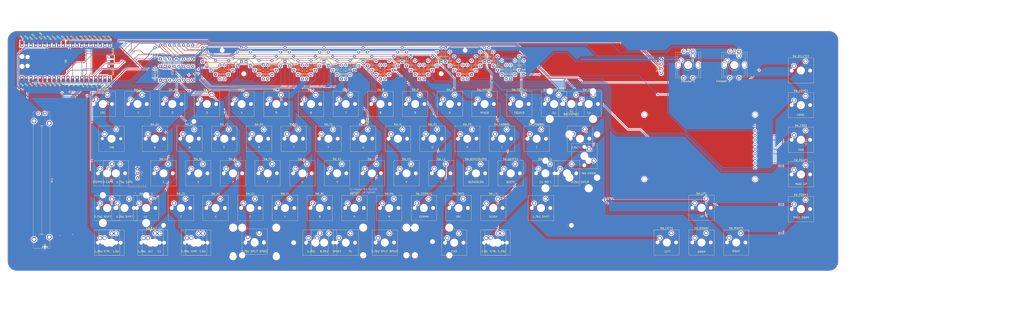
<source format=kicad_pcb>
(kicad_pcb (version 20240108) (generator "pcbnew") (generator_version "8.0")
  (layers (0 "F.Cu" signal) (31 "B.Cu" signal) (34 "B.Paste" user) (35 "F.Paste" user) (36 "B.SilkS" user "B.Silkscreen") (37 "F.SilkS" user "F.Silkscreen") (38 "B.Mask" user) (39 "F.Mask" user) (44 "Edge.Cuts" user))
  (net 0 "")
  (net 1 "VCC")
  (net 2 "GND")
  (net 3 "row0")
  (net 4 "Net-(D1-K)")
  (net 5 "Net-(D2-K)")
  (net 6 "Net-(D3-K)")
  (net 7 "Net-(D4-K)")
  (net 8 "Net-(D5-K)")
  (net 9 "Net-(D6-K)")
  (net 10 "Net-(D7-K)")
  (net 11 "Net-(D8-K)")
  (net 12 "Net-(D9-K)")
  (net 13 "Net-(D10-K)")
  (net 14 "Net-(D11-K)")
  (net 15 "Net-(D12-K)")
  (net 16 "Net-(D13-K)")
  (net 17 "Net-(D14-K)")
  (net 18 "Net-(D15-K)")
  (net 19 "Net-(D16-K)")
  (net 20 "row1")
  (net 21 "Net-(D17-K)")
  (net 22 "Net-(D18-K)")
  (net 23 "Net-(D19-K)")
  (net 24 "Net-(D20-K)")
  (net 25 "Net-(D21-K)")
  (net 26 "Net-(D22-K)")
  (net 27 "Net-(D23-K)")
  (net 28 "Net-(D24-K)")
  (net 29 "Net-(D25-K)")
  (net 30 "Net-(D26-K)")
  (net 31 "Net-(D27-K)")
  (net 32 "Net-(D28-K)")
  (net 33 "Net-(D29-K)")
  (net 34 "Net-(D30-K)")
  (net 35 "RotA")
  (net 36 "row2")
  (net 37 "Net-(D31-K)")
  (net 38 "Net-(D33-K)")
  (net 39 "Net-(D34-K)")
  (net 40 "Net-(D35-K)")
  (net 41 "Net-(D36-K)")
  (net 42 "Net-(D37-K)")
  (net 43 "Net-(D38-K)")
  (net 44 "Net-(D39-K)")
  (net 45 "Net-(D40-K)")
  (net 46 "Net-(D41-K)")
  (net 47 "Net-(D42-K)")
  (net 48 "Net-(D43-K)")
  (net 49 "Net-(D44-K)")
  (net 50 "Net-(D45-K)")
  (net 51 "Net-(D46-K)")
  (net 52 "RotC")
  (net 53 "row3")
  (net 54 "Net-(D47-K)")
  (net 55 "Net-(D49-K)")
  (net 56 "Net-(D50-K)")
  (net 57 "Net-(D51-K)")
  (net 58 "Net-(D52-K)")
  (net 59 "Net-(D53-K)")
  (net 60 "Net-(D54-K)")
  (net 61 "Net-(D55-K)")
  (net 62 "Net-(D56-K)")
  (net 63 "Net-(D57-K)")
  (net 64 "Net-(D58-K)")
  (net 65 "Net-(D59-K)")
  (net 66 "Net-(D60-K)")
  (net 67 "Net-(D61-K)")
  (net 68 "Net-(D62-K)")
  (net 69 "row4")
  (net 70 "Net-(D63-K)")
  (net 71 "Net-(D64-K)")
  (net 72 "Net-(D65-K)")
  (net 73 "Net-(D66-K)")
  (net 74 "Net-(D67-K)")
  (net 75 "Net-(D68-K)")
  (net 76 "Net-(D69-K)")
  (net 77 "Net-(D70-K)")
  (net 78 "Net-(D71-K)")
  (net 79 "Net-(D72-K)")
  (net 80 "Net-(D73-K)")
  (net 81 "SCL")
  (net 82 "SDA")
  (net 83 "LED")
  (net 84 "col14")
  (net 85 "col0")
  (net 86 "col1")
  (net 87 "col2")
  (net 88 "col3")
  (net 89 "col4")
  (net 90 "col5")
  (net 91 "col6")
  (net 92 "col7")
  (net 93 "col8")
  (net 94 "col9")
  (net 95 "col10")
  (net 96 "col11")
  (net 97 "col12")
  (net 98 "col13")
  (net 99 "RotB")
  (net 100 "encA")
  (net 101 "encB")
  (net 102 "encC")
  (net 103 "encD")
  (net 104 "mux3")
  (net 105 "mux2")
  (net 106 "mux1")
  (net 107 "mux0")
  (net 108 "Net-(D74-K)")
  (net 109 "D{slash}C(LCD)")
  (net 111 "CS(LCD)")
  (net 112 "RST(LCD)")
  (net 113 "MOSI(LCD)")
  (net 114 "SCK(LCD)")
  (net 128 "Analogue")
  (net 134 "Net-(D75-K)")
  (net 135 "Net-(D63-A)")
  (footprint "MyLIb:SW_Cherry_MX_1.00u_PCB" (layer "F.Cu") (at 281.2478 107.1304)
    (property "Reference" "SW_MINUS1")
    (property "Value" "KEYSW")
  )
  (footprint "MyLIb:SW_Cherry_MX_1.00u_PCB" (layer "F.Cu") (at 400.6138 183.435)
    (property "Reference" "SW_DOWN1")
    (property "Value" "KEYSW")
  )
  (footprint "Capacitor_THT:C_Disc_D4.7mm_W2.5mm_P5.00mm" (layer "F.Cu") (at 99.7924 76.0999 -90)
    (property "Reference" "C2")
    (property "Value" "0.1uF")
  )
  (footprint "MyLIb:SW_Cherry_MX_1.00u_PCB" (layer "F.Cu") (at 157.0978 126.2304)
    (property "Reference" "SW_R1")
    (property "Value" "KEYSW")
  )
  (footprint "MyLIb:SW_Cherry_MX_2.00u_PCB" (layer "F.Cu") (at 331.5324 102.0574)
    (property "Reference" "SW_BCKSP1" (hide yes))
    (property "Value" "KEYSW")
  )
  (footprint "MyLIb:SW_Cherry_MX_1.00u_PCB" (layer "F.Cu") (at 200.0728 145.3304)
    (property "Reference" "SW_H1")
    (property "Value" "KEYSW")
  )
  (footprint "MyLIb:SW_Cherry_MX_1.00u_PCB" (layer "F.Cu") (at 118.8978 126.2304)
    (property "Reference" "SW_W1")
    (property "Value" "KEYSW")
  )
  (footprint "MyLIb:SW_Cherry_MX_1.75u_PCB" (layer "F.Cu") (at 314.8199 159.3574)
    (property "Reference" "SW_RSHIFT1" (hide yes))
    (property "Value" "KEYSW")
  )
  (footprint "Diode_THT:D_DO-34_SOD68_P7.62mm_Horizontal" (layer "F.Cu") (at 269.2884 93.2465 90)
    (property "Reference" "D13")
    (property "Value" "D_Small" (hide yes))
  )
  (footprint "MyLIb:SW_Cherry_MX_1.00u_PCB" (layer "F.Cu") (at 319.4478 107.1304)
    (property "Reference" "SW_BCKSP_1U1")
    (property "Value" "KEYSW")
  )
  (footprint "Package_DIP:DIP-16_W7.62mm_Socket" (layer "F.Cu") (at 102.8299 82.2874 90)
    (property "Reference" "U3")
    (property "Value" "74HC138")
  )
  (footprint "MyLIb:SW_Cherry_MX_1.00u_PCB" (layer "F.Cu") (at 455.3 145.92)
    (property "Reference" "SW_PGUP1")
    (property "Value" "KEYSW")
  )
  (footprint "Connector_PinSocket_2.54mm:PinSocket_1x04_P2.54mm_Vertical" (layer "F.Cu") (at 378.51 82.5632)
    (property "Reference" "J1" (hide yes))
    (property "Value" "Conn_01x04")
  )
  (footprint "Diode_THT:D_DO-34_SOD68_P7.62mm_Horizontal" (layer "F.Cu") (at 297.9384 90.859 90)
    (property "Reference" "D32")
    (property "Value" "D_Small" (hide yes))
  )
  (footprint "Diode_THT:D_DO-34_SOD68_P7.62mm_Horizontal" (layer "F.Cu") (at 228.7009 90.859 90)
    (property "Reference" "D26")
    (property "Value" "D_Small" (hide yes))
  )
  (footprint "Diode_THT:D_DO-34_SOD68_P7.62mm_Horizontal" (layer "F.Cu") (at 221.5384 90.859 90)
    (property "Reference" "D25")
    (property "Value" "D_Small" (hide yes))
  )
  (footprint "MountingHole:MountingHole_2.2mm_M2" (layer "F.Cu") (at 121.2799 116.6874)
    (property "Reference" "REF**" (hide yes))
    (property "Value" "MountingHole_2.2mm_M2")
  )
  (footprint "MountingHole:MountingHole_2.2mm_M2" (layer "F.Cu") (at 257.3674 90.4249)
    (property "Reference" "REF**" (hide yes))
    (property "Value" "MountingHole_2.2mm_M2")
  )
  (footprint "MyLIb:SW_Cherry_MX_1.00u_PCB" (layer "F.Cu") (at 114.1228 164.4304)
    (property "Reference" "SW_Z1")
    (property "Value" "KEYSW")
  )
  (footprint "Diode_THT:D_DO-34_SOD68_P7.62mm_Horizontal" (layer "F.Cu") (at 166.6259 88.4715 90)
    (property "Reference" "D38")
    (property "Value" "D_Small" (hide yes))
  )
  (footprint "Diode_THT:D_DO-34_SOD68_P7.62mm_Horizontal" (layer "F.Cu") (at 219.1509 88.4715 90)
    (property "Reference" "D43")
    (property "Value" "D_Small" (hide yes))
  )
  (footprint "MyLIb:SW_Cherry_MX_1.00u_PCB" (layer "F.Cu") (at 295.5728 145.3304)
    (property "Reference" "SW_QUOTE1")
    (property "Value" "KEYSW")
  )
  (footprint "Package_DIP:DIP-16_W7.62mm_Socket" (layer "F.Cu") (at 102.8299 93.9999 90)
    (property "Reference" "U2")
    (property "Value" "74HC138")
  )
  (footprint "MountingHole:MountingHole_2.2mm_M2" (layer "F.Cu") (at 307.5049 116.6874)
    (property "Reference" "REF**" (hide yes))
    (property "Value" "MountingHole_2.2mm_M2")
  )
  (footprint "Diode_THT:D_DO-34_SOD68_P7.62mm_Horizontal" (layer "F.Cu") (at 252.5759 88.4715 90)
    (property "Reference" "D33")
    (property "Value" "D_Small" (hide yes))
  )
  (footprint "Diode_THT:D_DO-34_SOD68_P7.62mm_Horizontal" (layer "F.Cu") (at 295.5509 93.2465 90)
    (property "Reference" "D16")
    (property "Value" "D_Small" (hide yes))
  )
  (footprint "MyLIb:SW_Cherry_MX_1.00u_PCB" (layer "F.Cu") (at 171.4228 164.4304)
    (property "Reference" "SW_V1")
    (property "Value" "KEYSW")
  )
  (footprint "MyLIb:SW_Cherry_MX_1.00u_PCB" (layer "F.Cu") (at 176.1978 126.2304)
    (property "Reference" "SW_T1")
    (property "Value" "KEYSW")
  )
  (footprint "MyLIb:SW_Cherry_MX_1.00u_PCB" (layer "F.Cu") (at 71.1478 107.1304)
    (property "Reference" "SW_ESC1")
    (property "Value" "KEYSW")
  )
  (footprint "MyLIb:SW_Cherry_MX_1.00u_PCB" (layer "F.Cu") (at 128.4478 107.1304)
    (property "Reference" "SW_3")
    (property "Value" "KEYSW")
  )
  (footprint "MyLIb:SW_Cherry_MX_1.25u_PCB" (layer "F.Cu") (at 76.0699 159.3574)
    (property "Reference" "SW_ISO_LSHF1" (hide yes))
    (property "Value" "KEYSW")
  )
  (footprint "Diode_THT:D_DO-34_SOD68_P7.62mm_Horizontal" (layer "F.Cu") (at 262.1259 86.084 90)
    (property "Reference" "D50")
    (property "Value" "D_Small" (hide yes))
  )
  (footprint "MountingHole:MountingHole_2.2mm_M2" (layer "F.Cu") (at 214.3924 116.6874)
    (property "Reference" "REF**" (hide yes))
    (property "Value" "MountingHole_2.2mm_M2")
  )
  (footprint "MyLIb:SW_Cherry_MX_1.50u_PCB" (layer "F.Cu") (at 288.5574 178.4574)
    (property "Reference" "SW_R_CTRL_1.5U1" (hide yes))
    (property "Value" "KEYSW")
  )
  (footprint "Diode_THT:D_DO-34_SOD68_P7.62mm_Horizontal" (layer "F.Cu") (at 257.3509 83.6965 90)
    (property "Reference" "D71")
    (property "Value" "D_Small" (hide yes))
  )
  (footprint "Diode_THT:D_DO-34_SOD68_P7.62mm_Horizontal" (layer "F.Cu") (at 176.1759 88.4715 90)
    (property "Reference" "D39")
    (property "Value" "D_Small" (hide yes))
  )
  (footprint "MyLIb:SW_Cherry_MX_1.00u_PCB" (layer "F.Cu") (at 309.8978 126.2304)
    (property "Reference" "SW_RSQBR1")
    (property "Value" "KEYSW")
  )
  (footprint "MyLIb:SW_Cherry_MX_1.00u_PCB" (layer "F.Cu") (at 142.7728 145.3304)
    (property "Reference" "SW_D1")
    (property "Value" "KEYSW")
  )
  (footprint "Diode_THT:D_DO-34_SOD68_P7.62mm_Horizontal" (layer "F.Cu") (at 133.2009 90.859 90)
    (property "Reference" "D17")
    (property "Value" "D_Small" (hide yes))
  )
  (footprint "MyLIb:SW_Cherry_MX_1.50u_PCB" (layer "F.Cu") (at 126.2074 178.4574)
    (property "Reference" "SW_LCOM_1.5U1" (hide yes))
    (property "Value" "KEYSW")
  )
  (footprint "Diode_THT:D_DO-34_SOD68_P7.62mm_Horizontal" (layer "F.Cu") (at 130.8134 88.4715 90)
    (property "Reference" "D35")
    (property "Value" "D_Small" (hide yes))
  )
  (footprint "MyLIb:SW_Cherry_MX_1.00u_PCB" (layer "F.Cu") (at 161.8728 145.3304)
    (property "Reference" "SW_F1")
    (property "Value" "KEYSW")
  )
  (footprint "MyLIb:SW_Cherry_MX_2.25u_PCB" (layer "F.Cu") (at 157.2449 177.9244)
    (property "Reference" "SW_SPL_SPACE_L1" (hide yes))
    (property "Value" "KEYSW")
  )
  (footprint "MyLIb:SW_Cherry_MX_1.00u_PCB" (layer "F.Cu") (at 166.6478 107.1304)
    (property "Reference" "SW_5")
    (property "Value" "KEYSW")
  )
  (footprint "Diode_THT:D_DO-34_SOD68_P7.62mm_Horizontal" (layer "F.Cu") (at 161.8509 93.2465 90)
    (property "Reference" "D4")
    (property "Value" "D_Small" (hide yes))
  )
  (footprint "MyLIb:SW_Cherry_MX_1.25u_PCB" (layer "F.Cu") (at 123.82615 178.4574)
    (property "Reference" "SW_LCMD_1.25U1" (hide yes))
    (property "Value" "KEYSW")
  )
  (footprint "MountingHole:MountingHole_2.2mm_M2" (layer "F.Cu") (at 104.5674 173.9924)
    (property "Reference" "REF**" (hide yes))
    (property "Value" "MountingHole_2.2mm_M2")
  )
  (footprint "MyLIb:SW_Cherry_MX_1.00u_PCB" (layer "F.Cu") (at 243.0478 107.1304)
    (property "Reference" "SW_9")
    (property "Value" "KEYSW")
  )
  (footprint "Diode_THT:D_DO-34_SOD68_P7.62mm_Horizontal" (layer "F.Cu") (at 173.7884 86.084 90)
    (property "Reference" "D56")
    (property "Value" "D_Small" (hide yes))
  )
  (footprint "MyLIb:SW_Cherry_MX_1.00u_PCB" (layer "F.Cu") (at 95.0228 164.4304)
    (property "Reference" "SW_ISO_`1")
    (property "Value" "KEYSW")
  )
  (footprint "MyLIb:SW_Cherry_MX_1.00u_PCB" (layer "F.Cu") (at 90.2478 107.1304)
    (property "Reference" "SW_1")
    (property "Value" "KEYSW")
  )
  (footprint "Diode_THT:D_DO-34_SOD68_P7.62mm_Horizontal" (layer "F.Cu") (at 188.1134 88.4715 90)
    (property "Reference" "D40")
    (property "Value" "D_Small" (hide yes))
  )
  (footprint "MountingHole:MountingHole_2.2mm_M2" (layer "F.Cu") (at 136.8174 77.5324)
    (property "Reference" "REF**" (hide yes))
    (property "Value" "MountingHole_2.2mm_M2")
  )
  (footprint "Diode_THT:D_DO-34_SOD68_P7.62mm_Horizontal" (layer "F.Cu") (at 202.4384 93.2465 90)
    (property "Reference" "D7")
    (property "Value" "D_Small" (hide yes))
  )
  (footprint "MyLIb:SW_Cherry_MX_1.00u_PCB" (layer "F.Cu") (at 195.2978 126.2304)
    (property "Reference" "SW_Y1")
    (property "Value" "KEYSW")
  )
  (footprint "Diode_THT:D_DO-34_SOD68_P7.62mm_Horizontal" (layer "F.Cu") (at 149.9134 83.6965 90)
    (property "Reference" "D66")
    (property "Value" "D_Small" (hide yes))
  )
  (footprint "Diode_THT:D_DO-34_SOD68_P7.62mm_Horizontal" (layer "F.Cu") (at 204.8259 93.2465 90)
    (property "Reference" "D8")
    (property "Value" "D_Small" (hide yes))
  )
  (footprint "MyLIb:SW_Cherry_MX_1.00u_PCB" (layer "F.Cu") (at 185.7478 107.1304)
    (property "Reference" "SW_6")
    (property "Value" "KEYSW")
  )
  (footprint "Diode_THT:D_DO-34_SOD68_P7.62mm_Horizontal" (layer "F.Cu") (at 281.2259 83.6965 90)
    (property "Reference" "D73")
    (property "Value" "D_Small" (hide yes))
  )
  (footprint "Diode_THT:D_DO-34_SOD68_P7.62mm_Horizontal" (layer "F.Cu") (at 286.0009 86.084 90)
    (property "Reference" "D63")
    (property "Value" "D_Small" (hide yes))
  )
  (footprint "Diode_THT:D_DO-34_SOD68_P7.62mm_Horizontal" (layer "F.Cu") (at 185.7259 90.859 90)
    (property "Reference" "D22")
    (property "Value" "D_Small" (hide yes))
  )
  (footprint "MyLIb:SW_Cherry_MX_1.00u_PCB" (layer "F.Cu") (at 455.3 165.02)
    (property "Reference" "SW_PGDN1")
    (property "Value" "KEYSW")
  )
  (footprint "MyLIb:SW_Cherry_MX_1.00u_PCB" (layer "F.Cu") (at 180.9728 145.3304)
    (property "Reference" "SW_G1")
    (property "Value" "KEYSW")
  )
  (footprint "Diode_THT:D_DO-34_SOD68_P7.62mm_Horizontal" (layer "F.Cu") (at 250.1884 90.859 90)
    (property "Reference" "D28")
    (property "Value" "D_Small" (hide yes))
  )
  (footprint "Diode_THT:D_DO-34_SOD68_P7.62mm_Horizontal" (layer "F.Cu") (at 147.5259 83.6965 90)
    (property "Reference" "D65")
    (property "Value" "D_Small" (hide yes))
  )
  (footprint "MyLIb:SW_Cherry_MX_6.25u_PCB" (layer "F.Cu") (at 192.9049 183.0044)
    (property "Reference" "SW_6.25U_SPACE1" (hide yes))
    (property "Value" "KEYSW")
  )
  (footprint "MyLIb:SW_Cherry_MX_1.00u_PCB" (layer "F.Cu") (at 266.9228 164.4304)
    (property "Reference" "SW_DOT1")
    (property "Value" "KEYSW")
  )
  (footprint "MyLIb:SW_Cherry_MX_1.00u_PCB" (layer "F.Cu") (at 300.3478 107.1304)
    (property "Reference" "SW_EQUAL1")
    (property "Value" "KEYSW")
  )
  (footprint "MountingHole:MountingHole_2.2mm_M2" (layer "F.Cu") (at 252.5924 182.9744)
    (property "Reference" "REF**" (hide yes))
    (property "Value" "MountingHole_2.2mm_M2")
  )
  (footprint "Diode_THT:D_DO-34_SOD68_P7.62mm_Horizontal" (layer "F.Cu") (at 240.6384 88.4715 90)
    (property "Reference" "D34")
    (property "Value" "D_Small" (hide yes))
  )
  (footprint "MyLIb:SW_Cherry_MX_1.00u_PCB" (layer "F.Cu") (at 393.274 85.6429)
    (property "Reference" "SW_ENC1")
    (property "Value" "KEYSW")
  )
  (footprint "MyLIb:SW_Cherry_MX_1.00u_PCB" (layer "F.Cu") (at 190.5228 164.4304)
    (property "Reference" "SW_B1")
    (property "Value" "KEYSW")
  )
  (footprint "Diode_THT:D_DO-34_SOD68_P7.62mm_Horizontal" (layer "F.Cu") (at 154.6884 88.4715 90)
    (property "Reference" "D37")
    (property "Value" "D_Small" (hide yes))
  )
  (footprint "Diode_THT:D_DO-34_SOD68_P7.62mm_Horizontal" (layer "F.Cu") (at 274.0634 90.859 90)
    (property "Reference" "D30")
    (property "Value" "D_Small" (hide yes))
  )
  (footprint "Diode_THT:D_DO-34_SOD68_P7.62mm_Horizontal" (layer "F.Cu") (at 223.9259 93.2465 90)
    (property "Reference" "D9")
    (property "Value" "D_Small" (hide yes))
  )
  (footprint "MyLIb:SW_Cherry_MX_1.00u_PCB" (layer "F.Cu") (at 418.684 85.63)
    (property "Reference" "SW_ENC2")
    (property "Value" "KEYSW")
  )
  (footprint "Diode_THT:D_DO-34_SOD68_P7.62mm_Horizontal" (layer "F.Cu") (at 157.0759 90.859 90)
    (property "Reference" "D19")
    (property "Value" "D_Small" (hide yes))
  )
  (footprint "Diode_THT:D_DO-34_SOD68_P7.62mm_Horizontal" (layer "F.Cu") (at 207.2134 90.859 90)
    (property "Reference" "D24")
    (property "Value" "D_Small" (hide yes))
  )
  (footprint "MyLIb:SW_Cherry_MX_1.00u_PCB" (layer "F.Cu") (at 400.6138 164.335)
    (property "Reference" "SW_UP1")
    (property "Value" "KEYSW")
  )
  (footprint "MyLIb:SW_Cherry_MX_1.00u_PCB" (layer "F.Cu") (at 381.43 183.43)
    (property "Reference" "SW_LEFT1")
    (property "Value" "KEYSW")
  )
  (footprint "MyLIb:SW_Cherry_MX_1.25u_PCB" (layer "F.Cu") (at 267.0699 178.4574)
    (property "Reference" "SW_R_CMD1" (hide yes))
    (property "Value" "KEYSW")
  )
  (footprint "Diode_THT:D_DO-34_SOD68_P7.62mm_Horizontal" (layer "F.Cu") (at 278.8384 86.084 90)
    (property "Reference" "D51")
    (property "Value" "D_Small" (hide yes))
  )
  (footprint "MyLIb:SW_Cherry_MX_1.00u_PCB" (layer "F.Cu") (at 147.5478 107.1304)
    (property "Reference" "SW_4")
    (property "Value" "KEYSW")
  )
  (footprint "MyLIb:SW_Cherry_MX_1.00u_PCB" (layer "F.Cu") (at 257.3728 145.3304)
    (property "Reference" "SW_L1")
    (property "Value" "KEYSW")
  )
  (footprint "Diode_THT:D_DO-34_SOD68_P7.62mm_Horizontal" (layer "F.Cu") (at 209.6009 88.4715 90)
    (property "Reference" "D42")
    (property "Value" "D_Small" (hide yes))
  )
  (footprint "Diode_THT:D_DO-34_SOD68_P7.62mm_Horizontal" (layer "F.Cu") (at 264.5134 88.4715 90)
    (property "Reference" "D45")
    (property "Value" "D_Small" (hide yes))
  )
  (footprint "Diode_THT:D_DO-34_SOD68_P7.62mm_Horizontal" (layer "F.Cu") (at 200.0509 90.859 90)
    (property "Reference" "D23")
    (property "Value" "D_Small" (hide yes))
  )
  (footprint "MyLIb:SW_Cherry_MX_1.25u_PCB" (layer "F.Cu") (at 99.9449 178.4574)
    (property "Reference" "SW_LALT_1.25U1" (hide yes))
    (property "Value" "KEYSW")
  )
  (footprint "Diode_THT:D_DO-34_SOD68_P7.62mm_Horizontal" (layer "F.Cu") (at 302.7676 90.8082 90)
    (property "Reference" "D75" (hide yes))
    (property "Value" "D_Small" (hide yes))
  )
  (footprint "Diode_THT:D_DO-34_SOD68_P7.62mm_Horizontal" (layer "F.Cu") (at 195.2759 86.084 90)
    (property "Reference" "D58")
    (property "Value" "D_Small" (hide yes))
  )
  (footprint "MyLIb:SW_Cherry_MX_1.00u_PCB" (layer "F.Cu") (at 247.8228 164.4304)
    (property "Reference" "SW_COMMA1")
    (property "Value" "KEYSW")
  )
  (footprint "Diode_THT:D_DO-34_SOD68_P7.62mm_Horizontal" (layer "F.Cu") (at 171.4009 83.6965 90)
    (property "Reference" "D67")
    (property "Value" "D_Small" (hide yes))
  )
  (footprint "Diode_THT:D_DO-34_SOD68_P7.62mm_Horizontal" (layer "F.Cu") (at 288.3884 88.4715 90)
    (property "Reference" "D47")
    (property "Value" "D_Small" (hide yes))
  )
  (footprint "MyLIb:SW_Cherry_MX_1.00u_PCB" (layer "F.Cu") (at 314.6728 145.3304)
    (property "Reference" "SW_ISO_\\1")
    (property "Value" "KEYSW")
  )
  (footprint "MyLIb:SW_Cherry_MX_1.00u_PCB" (layer "F.Cu") (at 455.3 88.6676)
    (property "Reference" "SW_DELETE1")
    (property "Value" "KEYSW")
  )
  (footprint "MyLIb:SW_Cherry_MX_1.00u_PCB" (layer "F.Cu") (at 338.5478 107.1304)
    (property "Reference" "SW_DEL1")
    (property "Value" "KEYSW")
  )
  (footprint "MyLIb:SW_Cherry_MX_1.00u_PCB" (layer "F.Cu") (at 455.3 107.72)
    (property "Reference" "SW_HOME1")
    (property "Value" "KEYSW")
  )
  (footprint "display:LCD2.2in" (layer "F.Cu") (at 399.5924 130.7624 90)
    (property "Reference" "LCD1")
    (property "Value" "LCD2.2\"")
  )
  (footprint "Diode_THT:D_DO-34_SOD68_P7.62mm_Horizontal" (layer "F.Cu") (at 180.9509 93.2465 90)
    (property "Reference" "D5")
    (property "Value" "D_Small" (hide yes))
  )
  (footprint "Diode_THT:D_DO-34_SOD68_P7.62mm_Horizontal" (layer "F.Cu") (at 226.3134 93.2465 90)
    (property "Reference" "D10")
    (property "Value" "D_Small" (hide yes))
  )
  (footprint "MyLIb:SW_Cherry_MX_1.00u_PCB" (layer "F.Cu") (at 152.3228 164.4304)
    (property "Reference" "SW_C1")
    (property "Value" "KEYSW")
  )
  (footprint "Potentiometer_THT:Potentiometer_Bourns_PTA6043_Single_Slide" (layer "F.Cu") (at 39.21 112.33 -90)
    (property "Reference" "RV1")
    (property "Value" "R_Potentiometer")
  )
  (footprint "MountingHole:MountingHole_2.2mm_M2" (layer "F.Cu") (at 328.9924 173.9874)
    (property "Reference" "REF**" (hide yes))
    (property "Value" "MountingHole_2.2mm_M2")
  )
  (footprint "MountingHole:MountingHole_2.2mm_M2" (layer "F.Cu") (at 176.1924 183.5374)
    (property "Reference" "REF**" (hide yes))
    (property "Value" "MountingHole_2.2mm_M2")
  )
  (footprint "MyLIb:SW_Cherry_MX_1.50u_PCB" (layer "F.Cu") (at 336.3074 121.1574)
    (property "Reference" "SW_ANSI_\\1" (hide yes))
    (property "Value" "KEYSW")
  )
  (footprint "Button_Switch_Keyboard:SW_Cherry_MX_ISOEnter_PCB_Flipped_Rotated" (layer "F.Cu") (at 336.1549 135.7874)
    (property "Reference" "SW_ISO_ENT1" (hide yes))
    (property "Value" "KEYSW")
  )
  (footprint "Diode_THT:D_DO-34_SOD68_P7.62mm_Horizontal" (layer "F.Cu") (at 142.7509 88.4715 90)
    (property "Reference" "D36")
    (property "Value" "D_Small" (hide yes))
  )
  (footprint "Diode_THT:D_DO-34_SOD68_P7.62mm_Horizontal" (layer "F.Cu") (at 233.4759 86.084 90)
    (property "Reference" "D61")
    (property "Value" "D_Small" (hide yes))
  )
  (footprint "MyLIb:SW_Cherry_MX_2.25u_PCB" (layer "F.Cu") (at 329.1449 140.2574)
    (property "Reference" "SW_ANSI_ENT1" (hide yes))
    (property "Value" "KEYSW")
  )
  (footprint "MyLIb:SW_Cherry_MX_1.00u_PCB" (layer "F.Cu") (at 262.1478 107.1304)
    (property "Reference" "SW_0")
    (property "Value" "KEYSW")
  )
  (footprint "MyLIb:SW_Cherry_MX_1.00u_PCB" (layer "F.Cu") (at 109.3478 107.1304)
    (property "Reference" "SW_2")
    (property "Value" "KEYSW")
  )
  (footprint "Diode_THT:D_DO-34_SOD68_P7.62mm_Horizontal" (layer "F.Cu") (at 243.0259 90.859 90)
    (property "Reference" "D27")
    (property "Value" "D_Small" (hide yes))
  )
  (footprint "MyLIb:SW_Cherry_MX_1.00u_PCB" (layer "F.Cu") (at 104.5728 145.3304)
    (property "Reference" "SW_A1")
    (property "Value" "KEYSW")
  )
  (footprint "Diode_THT:D_DO-34_SOD68_P7.62mm_Horizontal" (layer "F.Cu") (at 271.6759 93.2465 90)
    (property "Reference" "D14")
    (property "Value" "D_Small" (hide yes))
  )
  (footprint "MyLIb:SW_Cherry_MX_1.00u_PCB" (layer "F.Cu") (at 228.7228 164.4304)
    (property "Reference" "SW_M1")
    (property "Value" "KEYSW")
  )
  (footprint "MountingHole:MountingHole_2.2mm_M2" (layer "F.Cu") (at 270.5274 77.5324)
    (property "Reference" "REF**" (hide yes))
    (property "Value" "MountingHole_2.2mm_M2")
  )
  (footprint "MyLIb:SW_Cherry_MX_1.00u_PCB" (layer "F.Cu") (at 204.8478 107.1304)
    (property "Reference" "SW_7")
    (property "Value" "KEYSW")
  )
  (footprint "Diode_THT:D_DO-34_SOD68_P7.62mm_Horizontal" (layer "F.Cu") (at 259.7384 83.6965 90)
    (property "Reference" "D72")
    (property "Value" "D_Small" (hide yes))
  )
  (footprint "Keebio-Parts:RotaryEncoder_EC11" (layer "F.Cu") (at 393.2686 85.6499 -90)
    (property "Reference" "SW83")
    (property "Value" "RotaryEncoder_Switch")
  )
  (footprint "Keebio-Parts:RotaryEncoder_EC11" (layer "F.Cu") (at 418.6786 85.637 -90)
    (property "Reference" "SW84")
    (property "Value" "RotaryEncoder_Switch")
  )
  (footprint "Diode_THT:D_DO-34_SOD68_P7.62mm_Horizontal" (layer "F.Cu") (at 211.9884 86.084 90)
    (property "Reference" "D59")
    (property "Value" "D_Small" (hide yes))
  )
  (footprint "Diode_THT:D_DO-34_SOD68_P7.62mm_Horizontal" (layer "F.Cu") (at 126.0384 83.6965 90)
    (property "Reference" "D64")
    (property "Value" "D_Small" (hide yes))
  )
  (footprint "MyLIb:SW_Cherry_MX_1.00u_PCB" (layer "F.Cu") (at 133.2228 164.4304)
    (property "Reference" "SW_X1")
    (property "Value" "KEYSW")
  )
  (footprint "MCU_RaspberryPi_and_Boards:RPi_Pico_SMD_TH" (layer "F.Cu") (at 50.698 83.6708 90)
    (property "Reference" "U5")
    (property "Value" "Pico")
  )
  (footprint "MyLIb:SW_Cherry_MX_1.00u_PCB" (layer "F.Cu") (at 223.9478 107.1304)
    (property "Reference" "SW_8")
    (property "Value" "KEYSW")
  )
  (footprint "Diode_THT:D_DO-34_SOD68_P7.62mm_Horizontal" (layer "F.Cu") (at 214.3759 83.6965 90)
    (property "Reference" "D69")
    (property "Value" "D_Small" (hide yes))
  )
  (footprint "Diode_THT:D_DO-34_SOD68_P7.62mm_Horizontal" (layer "F.Cu") (at 152.3009 86.084 90)
    (property "Reference" "D54")
    (property "Value" "D_Small" (hide yes))
  )
  (footprint "MyLIb:SW_Cherry_MX_1.00u_PCB" (layer "F.Cu") (at 290.7978 126.2304)
    (property "Reference" "SW_LSQBR1")
    (property "Value" "KEYSW")
  )
  (footprint "MyLIb:SW_Cherry_MX_1.00u_PCB" (layer "F.Cu") (at 271.6978 126.2304)
    (property "Reference" "SW_P1")
    (property "Value" "KEYSW")
  )
  (footprint "MyLIb:SW_Cherry_MX_1.25u_PCB" (layer "F.Cu") (at 76.0699 140.2574)
    (property "Reference" "SW_STEP_CAPS1" (hide yes))
    (property "Value" "KEYSW")
  )
  (footprint "Diode_THT:D_DO-34_SOD68_P7.62mm_Horizontal" (layer "F.Cu") (at 140.3634 90.859 90)
    (property "Reference" "D18")
    (property "Value" "D_Small" (hide yes))
  )
  (footprint "Button_Switch_Keyboard:SW_Cherry_MX_7u_PCB" (layer "F.Cu") (at 204.8424 183.0044)
    (property "Reference" "SW_7U_SPACE1" (hide yes))
    (property "Value" "KEYSW")
  )
  (footprint "MyLIb:SW_Cherry_MX_1.00u_PCB" (layer "F.Cu") (at 219.1728 145.3304)
    (property "Reference" "SW_J1")
    (property "Value" "KEYSW")
  )
  (footprint "MyLIb:SW_Cherry_MX_1.00u_PCB" (layer "F.Cu") (at 238.2728 145.3304)
    (property "Reference" "SW_K1")
    (property "Value" "KEYSW")
  )
  (footprint "MyLIb:SW_Cherry_MX_1.00u_PCB" (layer "F.Cu") (at 214.3978 126.2304)
    (property "Reference" "SW_U1")
    (property "Value" "KEYSW")
  )
  (footprint "MyLIb:SW_Cherry_MX_1.00u_PCB" (layer "F.Cu") (at 455.3 126.82)
    (property "Reference" "SW_END1")
    (property "Value" "KEYSW")
  )
  (footprint "MyLIb:SW_Cherry_MX_1.25u_PCB" (layer "F.Cu") (at 290.9449 178.4574)
    (property "Reference" "SW_R_CTRL_1.25U1" (hide yes))
    (property "Value" "KEYSW")
  )
  (footprint "MyLIb:SW_Cherry_MX_1.50u_PCB" (layer "F.Cu") (at 78.4574 178.4574)
    (property "Reference" "SW_LCTRL_1.5U1" (hide yes))
    (property "Value" "KEYSW")
  )
  (footprint "MyLIb:SW_Cherry_MX_2.25u_PCB" (layer "F.Cu") (at 85.6199 159.3574)
    (property "Reference" "SW_LSHF1" (hide yes))
    (property "Value" "KEYSW")
  )
  (footprint "Diode_THT:D_DO-34_SOD68_P7.62mm_Horizontal" (layer "F.Cu") (at 169.0134 86.084 90)
    (property "Reference" "D55")
    (property "Value" "D_Small" (hide yes))
  )
  (footprint "MyLIb:SW_Cherry_MX_1.00u_PCB" (layer "F.Cu") (at 286.0228 164.4304)
    (property "Reference" "SW_/1")
    (property "Value" "KEYSW")
  )
  (footprint "MyLIb:SW_Cherry_MX_1.00u_PCB" (layer "F.Cu") (at 233.4978 126.2304)
    (property "Reference" "SW_I1")
    (property "Value" "KEYSW")
  )
  (footprint "Diode_THT:D_DO-34_SOD68_P7.62mm_Horizontal" (layer "F.Cu") (at 290.7759 90.859 90)
    (property "Reference" "D31")
    (property "Value" "D_Small" (hide yes))
  )
  (footprint "Diode_THT:D_DO-34_SOD68_P7.62mm_Horizontal" (layer "F.Cu") (at 135.5884 93.2465 90)
    (property "Reference" "D1")
    (property "Value" "D_Small" (hide yes))
  )
  (footprint "MyLIb:SW_Cherry_MX_1.00u_PCB" (layer "F.Cu") (at 137.9978 126.2304)
    (property "Reference" "SW_E1")
    (property "Value" "KEYSW")
  )
  (footprint "Diode_THT:D_DO-34_SOD68_P7.62mm_Horizontal" (layer "F.Cu") (at 238.2509 86.084 90)
    (property "Reference" "D62")
    (property "Value" "D_Small" (hide yes))
  )
  (footprint "Diode_THT:D_DO-34_SOD68_P7.62mm_Horizontal" (layer "F.Cu") (at 293.1634 93.2465 90)
    (property "Reference" "D15")
    (property "Value" "D_Small" (hide yes))
  )
  (footprint "Diode_THT:D_DO-34_SOD68_P7.62mm_Horizontal" (layer "F.Cu") (at 192.8884 83.6965 90)
    (property "Reference" "D68")
    (property "Value" "D_Small" (hide yes))
  )
  (footprint "Diode_THT:D_DO-34_SOD68_P7.62mm_Horizontal" (layer "F.Cu") (at 178.5634 90.859 90)
    (property "Reference" "D21")
    (property "Value" "D_Small" (hide yes))
  )
  (footprint "Diode_THT:D_DO-34_SOD68_P7.62mm_Horizontal" (layer "F.Cu") (at 300.3259 88.4715 90)
    (property "Reference" "D48")
    (property "Value" "D_Small" (hide yes))
  )
  (footprint "MyLIb:SW_Cherry_MX_1.00u_PCB" (layer "F.Cu") (at 419.7138 183.435)
    (property "Reference" "SW_RIGHT1")
    (property "Value" "KEYSW")
  )
  (footprint "MyLIb:SW_Cherry_MX_1.00u_PCB" (layer "F.Cu") (at 276.4728 145.3304)
    (property "Reference" "SW_SEMICOLON1")
    (property "Value" "KEYSW")
  )
  (footprint "Diode_THT:D_DO-34_SOD68_P7.62mm_Horizontal" (layer "F.Cu") (at 231.0884 88.4715 90)
    (property "Reference" "D44")
    (property "Value" "D_Small" (hide yes))
  )
  (footprint "MountingHole:MountingHole_2.2mm_M2" (layer "F.Cu") (at 148.7474 90.4724)
    (property "Reference" "REF**" (hide yes))
    (property "Value" "MountingHole_2.2mm_M2")
  )
  (footprint "Diode_THT:D_DO-34_SOD68_P7.62mm_Horizontal" (layer "F.Cu") (at 276.4509 88.4715 90)
    (property "Reference" "D46")
    (property "Value" "D_Small" (hide yes))
  )
  (footprint "MyLIb:SW_Cherry_MX_1.00u_PCB" (layer "F.Cu") (at 99.79 183.55)
    (property "Reference" "SW_LALT_1U1")
    (property "Value" "KEYSW")
  )
  (footprint "Diode_THT:D_DO-34_SOD68_P7.62mm_Horizontal" (layer "F.Cu") (at 137.9759 93.2465 90)
    (property "Reference" "D2")
    (property "Value" "D_Small" (hide yes))
  )
  (footprint "Capacitor_THT:C_Disc_D4.7mm_W2.5mm_P5.00mm" (layer "F.Cu") (at 99.7924 87.8124 -90)
    (property "Reference" "C1")
    (property "Value" "0.1uF")
  )
  (footprint "MyLIb:SW_Cherry_MX_1.00u_PCB" (layer "F.Cu") (at 252.5978 126.2304)
    (property "Reference" "SW_O1")
    (property "Value" "KEYSW")
  )
  (footprint "MyLIb:SW_Cherry_MX_1.25u_PCB" (layer "F.Cu") (at 190.6699 178.4574)
    (property "Reference" "SW_SPL_SPACE_M1" (hide yes))
    (property "Value" "KEYSW")
  )
  (footprint "MyLIb:SW_Cherry_MX_1.00u_PCB" (layer "F.Cu") (at 209.6228 164.4304)
    (property "Reference" "SW_N1")
    (property "Value" "KEYSW")
  )
  (footprint "Diode_THT:D_DO-34_SOD68_P7.62mm_Horizontal" (layer "F.Cu") (at 235.8634 83.6965 90)
    (property "Reference" "D70")
    (property "Value" "D_Small" (hide yes))
  )
  (footprint "Diode_THT:D_DO-34_SOD68_P7.62mm_Horizontal" (layer "F.Cu") (at 266.9009 90.859 90)
    (property "Reference" "D29")
    (property "Value" "D_Small" (hide yes))
  )
  (footprint "MyLIb:SW_Cherry_MX_1.50u_PCB" (layer "F.Cu") (at 78.4574 121.1574)
    (property "Reference" "SW_TAB1" (hide yes))
    (property "Value" "KEYSW")
  )
  (footprint "MyLIb:SW_Cherry_MX_1.25u_PCB" (layer "F.Cu") (at 76.0699 178.4574)
    (property "Reference" "SW_LCTRL_1.25U1" (hide yes))
    (property "Value" "KEYSW")
  )
  (footprint "Diode_THT:D_DO-34_SOD68_P7.62mm_Horizontal" (layer "F.Cu") (at 145.1384 86.084 90)
    (property "Reference" "D53")
    (property "Value" "D_Small" (hide yes))
  )
  (footprint "Diode_THT:D_DO-34_SOD68_P7.62mm_Horizontal" (layer "F.Cu") (at 283.6134 83.6965 90)
    (property "Reference" "D74")
    (property "Value" "D_Small" (hide yes))
  )
  (footprint "Diode_THT:D_DO-34_SOD68_P7.62mm_Horizontal" (layer "F.Cu") (at 190.5009 86.084 90)
    (property "Reference" "D57")
    (property "Value" "D_Small" (hide yes))
  )
  (footprint "Diode_THT:D_DO-34_SOD68_P7.62mm_Horizontal" (layer "F.Cu") (at 164.2384 90.859 90)
    (property "Reference" "D20")
    (property "Value" "D_Small" (hide yes))
  )
  (footprint "Diode_THT:D_DO-34_SOD68_P7.62mm_Horizontal" (layer "F.Cu") (at 245.4134 93.2465 90)
    (property "Reference" "D11")
    (property "Value" "D_Small" (hide yes))
  )
  (footprint "Diode_THT:D_DO-34_SOD68_P7.62mm_Horizontal" (layer "F.Cu") (at 216.7634 86.084 90)
    (property "Reference" "D60")
    (property "Value" "D_Small" (hide yes))
  )
  (footprint "Diode_THT:D_DO-34_SOD68_P7.62mm_Horizontal" (layer "F.Cu") (at 247.8009 93.2465 90)
    (property "Reference" "D12")
    (property "Value" "D_Small" (hide yes))
  )
  (footprint "Button_Switch_Keyboard:SW_Cherry_MX_1.75u_PCB" (layer "F.Cu") (at 80.8449 140.2574)
    (property "Reference" "SW_CAPS1" (hide yes))
    (property "Value" "KEYSW")
  )
  (footprint "Diode_THT:D_DO-34_SOD68_P7.62mm_Horizontal" (layer "F.Cu") (at 159.4634 93.2465 90)
    (property "Reference" "D3")
    (property "Value" "D_Small" (hide yes))
  )
  (footprint "Diode_THT:D_DO-34_SOD68_P7.62mm_Horizontal" (layer "F.Cu") (at 197.6634 88.4715 90)
    (property "Reference" "D41")
    (property "Value" "D_Small" (hide yes))
  )
  (footprint "Diode_THT:D_DO-34_SOD68_P7.62mm_Horizontal" (layer "F.Cu") (at 183.3384 93.2465 90)
    (property "Reference" "D6")
    (property "Value" "D_Small" (hide yes))
  )
  (footprint "Button_Switch_Keyboard:SW_Cherry_MX_2.75u_PCB" (layer "F.Cu") (at 226.3299 182.9744)
    (property "Reference" "SW_SPL_SPACE_R1" (hide yes))
    (property "Value" "KEYSW")
  )
  (footprint "MyLIb:SW_Cherry_MX_1.00u_PCB" (layer "F.Cu") (at 99.7978 126.2304)
    (property "Reference" "SW_Q1")
    (property "Value" "KEYSW")
  )
  (footprint "Diode_THT:D_DO-34_SOD68_P7.62mm_Horizontal" (layer "F.Cu") (at 128.4259 86.084 90)
    (property "Reference" "D52")
    (property "Value" "D_Small" (hide yes))
  )
  (footprint "MyLIb:SW_Cherry_MX_1.00u_PCB" (layer "F.Cu") (at 123.6728 145.3304)
    (property "Reference" "SW_S1")
    (property "Value" "KEYSW")
  )
  (footprint "Diode_THT:D_DO-34_SOD68_P7.62mm_Horizontal" (layer "F.Cu") (at 254.9634 86.084 90)
    (property "Reference" "D49")
    (property "Value" "D_Small" (hide yes))
  )
  (footprint "Connector_PinSocket_2.54mm:PinSocket_1x03_P2.54mm_Vertical" (layer "B.Cu") (at 90.2424 142.7974 180)
    (property "Reference" "J2" (hide yes))
    (property "Value" "Conn_01x03")
  )
  (gr_line (start 159.6324 121.1574) (end 159.4799 121.4624) (stroke (width 0.2)) (layer "F.Cu") (net 89))
  (gr_line (start 475.81 71.96) (end 475.81 193.98) (stroke (width 0.1)) (layer "Edge.Cuts"))
  (gr_arc (start 475.81 193.98) (mid 474.345534 197.515534) (end 470.81 198.98) (stroke (width 0.1)) (layer "Edge.Cuts"))
  (gr_line (start 18.86 193.98) (end 18.86 71.96) (stroke (width 0.1)) (layer "Edge.Cuts"))
  (gr_line (start 23.86 66.96) (end 470.81 66.96) (stroke (width 0.1)) (layer "Edge.Cuts"))
  (gr_arc (start 23.86 198.98) (mid 20.324466 197.515534) (end 18.86 193.98) (stroke (width 0.1)) (layer "Edge.Cuts"))
  (gr_arc (start 18.86 71.96) (mid 20.324466 68.424466) (end 23.86 66.96) (stroke (width 0.1)) (layer "Edge.Cuts"))
  (gr_line (start 470.81 198.98) (end 23.86 198.98) (stroke (width 0.1)) (layer "Edge.Cuts"))
  (gr_arc (start 470.81 66.96) (mid 474.345534 68.424466) (end 475.81 71.96) (stroke (width 0.1)) (layer "Edge.Cuts"))
  (gr_text "JLCJLCJLCJLC" (at 90.2424 152.4999 0) (layer "B.SilkS") (effects (font (size 1 1)) (justify mirror)))
  (gr_text "STHLM KB lagom v1\ndesign by mohoyt" (at 214.3924 154.8874 0) (layer "B.SilkS") (effects (font (size 1 1)) (justify mirror)))
  (gr_text "LED" (at 92.6299 145.3374 -90) (layer "B.SilkS") (effects (font (size 1 1)) (justify mirror)))
  (gr_text "4" (at 147.5424 111.9124 0) (layer "F.SilkS") (effects (font (size 1 1))))
  (gr_text "O" (at 252.5924 131.0124 0) (layer "F.SilkS") (effects (font (size 1 1))))
  (gr_text "STEPPED CAPS" (at 71.1424 150.1124 0) (layer "F.SilkS") (effects (font (size 1 1))))
  (gr_text "A" (at 104.5674 150.1124 0) (layer "F.SilkS") (effects (font (size 1 1))))
  (gr_text "SEMICOLON" (at 276.4674 150.1124 0) (layer "F.SilkS") (effects (font (size 1 1))))
  (gr_text "1.5U" (at 126.0549 188.3124 0) (layer "F.SilkS") (effects (font (size 1 1))))
  (gr_text "LEFT" (at 381.8886 188.4458 0) (layer "F.SilkS") (effects (font (size 1 1))))
  (gr_text "1U ISO \\" (at 314.6674 150.1124 0) (layer "F.SilkS") (effects (font (size 1 1))))
  (gr_text "U" (at 214.3924 131.0124 0) (layer "F.SilkS") (effects (font (size 1 1))))
  (gr_text "2U\nBACKSPACE" (at 328.9924 111.9124 0) (layer "F.SilkS") (effects (font (size 1 1))))
  (gr_text "1.75U SHIFT" (at 312.2799 169.2124 0) (layer "F.SilkS") (effects (font (size 1 1))))
  (gr_text "1.5U" (at 78.3049 188.3124 0) (layer "F.SilkS") (effects (font (size 1 1))))
  (gr_text "PAGE UP" (at 455.447 151.2602 0) (layer "F.SilkS") (effects (font (size 1 1))))
  (gr_text "R" (at 157.0924 131.0124 0) (layer "F.SilkS") (effects (font (size 1 1))))
  (gr_text "X" (at 133.2174 169.2124 0) (layer "F.SilkS") (effects (font (size 1 1))))
  (gr_text "F" (at 161.8674 150.1124 0) (layer "F.SilkS") (effects (font (size 1 1))))
  (gr_text "[" (at 290.7924 131.0124 0) (layer "F.SilkS") (effects (font (size 1 1))))
  (gr_text "2.25U ENTER" (at 333.7674 150.1124 0) (layer "F.SilkS") (effects (font (size 1 1))))
  (gr_text "2" (at 109.3424 111.9124 0) (layer "F.SilkS") (effects (font (size 1 1))))
  (gr_text "B" (at 190.5174 169.2124 0) (layer "F.SilkS") (effects (font (size 1 1))))
  (gr_text "SLASH" (at 286.0174 169.2124 0) (layer "F.SilkS") (effects (font (size 1 1))))
  (gr_text "1.25U" (at 290.7924 188.3124 0) (layer "F.SilkS") (effects (font (size 1 1))))
  (gr_text "1.25U" (at 92.6299 188.3124 0) (layer "F.SilkS") (effects (font (size 1 1))))
  (gr_text "E" (at 137.9924 131.0124 0) (layer "F.SilkS") (effects (font (size 1 1))))
  (gr_text "1.75U CAPS" (at 83.0799 150.1124 0) (layer "F.SilkS") (effects (font (size 1 1))))
  (gr_text "1.25U SHIFT" (at 71.1424 169.2124 0) (layer "F.SilkS") (effects (font (size 1 1))))
  (gr_text "HOME" (at 455.193 113.1602 0) (layer "F.SilkS") (effects (font (size 1 1))))
  (gr_text "J" (at 219.1674 150.1124 0) (layer "F.SilkS") (effects (font (size 1 1))))
  (gr_text "RIGHT" (at 419.6838 188.2172 0) (layer "F.SilkS") (effects (font (size 1 1))))
  (gr_text "5" (at 166.581987 111.805417 0) (layer "F.SilkS") (effects (font (size 1 1))))
  (gr_text "CMD" (at 121.2799 188.3124 0) (layer "F.SilkS") (effects (font (size 1 1))))
  (gr_text "1U" (at 338.5424 111.9124 0) (layer "F.SilkS") (effects (font (size 1 1))))
  (gr_text "N" (at 209.6174 169.2124 0) (layer "F.SilkS") (effects (font (size 1 1))))
  (gr_text "V" (at 171.4174 169.2124 0) (layer "F.SilkS") (effects (font (size 1 1))))
  (gr_text "1U" (at 319.4424 111.9124 0) (layer "F.SilkS") (effects (font (size 1 1))))
  (gr_text "1.25U" (at 185.7424 188.3124 0) (layer "F.SilkS") (effects (font (size 1 1))))
  (gr_text "DOWN" (at 400.7354 188.5474 0) (layer "F.SilkS") (effects (font (size 1 1))))
  (gr_text "6.25U" (at 192.9049 188.3124 0) (layer "F.SilkS") (effects (font (size 1 1))))
  (gr_text "CTRL" (at 286.0174 188.3124 0) (layer "F.SilkS") (effects (font (size 1 1))))
  (gr_text "2.25U SHIFT" (at 83.0799 169.2124 0) (layer "F.SilkS") (effects (font (size 1 1))))
  (gr_text "L" (at 257.3674 150.1124 0) (layer "F.SilkS") (effects (font (size 1 1))))
  (gr_text "DOT" (at 266.9174 169.2124 0) (layer "F.SilkS") (effects (font (size 1 1))))
  (gr_text "COMMA" (at 247.8174 169.2124 0) (layer "F.SilkS") (effects (font (size 1 1))))
  (gr_text "ESC" (at 71.1424 111.9124 0) (layer "F.SilkS") (effects (font (size 1 1))))
  (gr_text "Encoder 2" (at 412.5972 94.542 0) (layer "F.SilkS") (effects (font (size 1 1))))
  (gr_text "7U" (at 207.2299 188.3124 0) (layer "F.SilkS") (effects (font (size 1 1))))
  (gr_text "Z" (at 114.1174 169.2124 0) (layer "F.SilkS") (effects (font (size 1 1))))
  (gr_text "Q" (at 99.7924 131.0124 0) (layer "F.SilkS") (effects (font (size 1 1))))
  (gr_text "K" (at 238.2674 150.1124 0) (layer "F.SilkS") (effects (font (size 1 1))))
  (gr_text "1U `" (at 95.0174 169.2124 0) (layer "F.SilkS") (effects (font (size 1 1))))
  (gr_text "2.25U SPLIT SPACE" (at 154.7049 188.3124 0) (layer "F.SilkS") (effects (font (size 1 1))))
  (gr_text "6" (at 185.7424 111.9124 0) (layer "F.SilkS") (effects (font (size 1 1))))
  (gr_text "1.5U" (at 281.2424 188.3124 0) (layer "F.SilkS") (effects (font (size 1 1))))
  (gr_text "SPACE" (at 200.0674 188.3124 0) (layer "F.SilkS") (effects (font (size 1 1))))
  (gr_text "D" (at 142.7674 150.1124 0) (layer "F.SilkS") (effects (font (size 1 1))))
  (gr_text "QUOTE" (at 295.5674 150.1124 0) (layer "F.SilkS") (effects (font (size 1 1))))
  (gr_text "H" (at 200.0674 150.1124 0) (layer "F.SilkS") (effects (font (size 1 1))))
  (gr_text "0" (at 262.1424 111.9124 0) (layer "F.SilkS") (effects (font (size 1 1))))
  (gr_text "3" (at 128.4424 111.9124 0) (layer "F.SilkS") (effects (font (size 1 1))))
  (gr_text "1.5U \\" (at 331.3799 131.0124 0) (layer "F.SilkS") (effects (font (size 1 1))))
  (gr_text "W" (at 118.8924 131.0124 0) (layer "F.SilkS") (effects (font (size 1 1))))
  (gr_text "I" (at 233.4924 131.0124 0) (layer "F.SilkS") (effects (font (size 1 1))))
  (gr_text "]" (at 309.8924 131.0124 0) (layer "F.SilkS") (effects (font (size 1 1))))
  (gr_text "P" (at 271.6924 131.0124 0) (layer "F.SilkS") (effects (font (size 1 1))))
  (gr_text "1U" (at 102.1799 188.3124 0) (layer "F.SilkS") (effects (font (size 1 1))))
  (gr_text "C" (at 152.3174 169.2124 0) (layer "F.SilkS") (effects (font (size 1 1))))
  (gr_text "1.25U" (at 68.7549 188.3124 0) (layer "F.SilkS") (effects (font (size 1 1))))
  (gr_text "2.75U SPLIT SPACE" (at 226.3299 188.3124 0) (layer "F.SilkS") (effects (font (size 1 1))))
  (gr_text "END" (at 455.3454 132.3626 0) (layer "F.SilkS") (effects (font (size 1 1))))
  (gr_text "OLED" (at 376.1736 87.7348 90) (layer "F.SilkS") (effects (font (size 1 1))))
  (gr_text "CMD" (at 264.5299 188.3124 0) (layer "F.SilkS") (effects (font (size 1 1))))
  (gr_text "UP" (at 400.837 169.1418 0) (layer "F.SilkS") (effects (font (size 1 1))))
  (gr_text "S" (at 123.6674 150.1124 0) (layer "F.SilkS") (effects (font (size 1 1))))
  (gr_text "Y" (at 195.2924 131.0124 0) (layer "F.SilkS") (effects (font (size 1 1))))
  (gr_text "ALT" (at 97.4049 188.3124 0) (layer "F.SilkS") (effects (font (size 1 1))))
  (gr_text "PAGE DOWN" (at 455.5486 169.6498 0) (layer "F.SilkS") (effects (font (size 1 1))))
  (gr_text "8" (at 223.9424 111.9124 0) (layer "F.SilkS") (effects (font (size 1 1))))
  (gr_text "T" (at 176.1924 131.0124 0) (layer "F.SilkS") (effects (font (size 1 1))))
  (gr_text "9" (at 243.0424 111.9124 0) (layer "F.SilkS") (effects (font (size 1 1))))
  (gr_text "1.25U" (at 116.5049 188.3124 0) (layer "F.SilkS") (effects (font (size 1 1))))
  (gr_text "TAB" (at 75.9174 131.0124 0) (layer "F.SilkS") (effects (font (size 1 1))))
  (gr_text "EQUALS" (at 300.3424 111.9124 0) (layer "F.SilkS") (effects (font (size 1 1))))
  (gr_text "ISO ENTER" (at 338.5424 145.3374 0) (layer "F.SilkS") (effects (font (size 1 1))))
  (gr_text " 1" (at 90.2424 111.9124 0) (layer "F.SilkS") (effects (font (size 1 1))))
  (gr_text "Encoder 1" (at 393.2678 94.6436 0) (layer "F.SilkS") (effects (font (size 1 1))))
  (gr_text "MINUS" (at 281.2424 111.9124 0) (layer "F.SilkS") (effects (font (size 1 1))))
  (gr_text "G" (at 180.9674 150.1124 0) (layer "F.SilkS") (effects (font (size 1 1))))
  (gr_text "M" (at 228.7174 169.2124 0) (layer "F.SilkS") (effects (font (size 1 1))))
  (gr_text "CTRL" (at 73.5299 188.3124 0) (layer "F.SilkS") (effects (font (size 1 1))))
  (gr_text "7" (at 204.8424 111.9124 0) (layer "F.SilkS") (effects (font (size 1 1))))
  (segment (start 363.8038 72.11683) (end 376.79017 85.1032) (width 0.381) (layer "F.Cu") (net 1))
  (segment (start 93.1874 87.8124) (end 99.7924 87.8124) (width 0.381) (layer "F.Cu") (net 1))
  (segment (start 79.90047 72.11683) (end 79.90047 74.52547) (width 0.381) (layer "F.Cu") (net 1))
  (segment (start 62.494461 102.597953) (end 64.759011 102.597953) (width 0.381) (layer "F.Cu") (net 1))
  (segment (start 376.79017 85.1032) (end 378.51 85.1032) (width 0.381) (layer "F.Cu") (net 1))
  (segment (start 64.759011 102.597953) (end 64.772379 102.611321) (width 0.381) (layer "F.Cu") (net 1))
  (segment (start 79.90047 74.52547) (end 90.5574 85.1824) (width 0.381) (layer "F.Cu") (net 1))
  (segment (start 79.90047 72.11683) (end 363.8038 72.11683) (width 0.381) (layer "F.Cu") (net 1))
  (segment (start 64.772379 102.611321) (end 64.772379 99.695421) (width 0.381) (layer "F.Cu") (net 1))
  (segment (start 73.1908 98.479) (end 83.8574 87.8124) (width 0.381) (layer "F.Cu") (net 1))
  (segment (start 90.5574 85.1824) (end 93.1874 87.8124) (width 0.381) (layer "F.Cu") (net 1))
  (segment (start 70.405545 149.117411) (end 86.462389 149.117411) (width 0.381) (layer "F.Cu") (net 1))
  (segment (start 65.9888 98.479) (end 73.1908 98.479) (width 0.381) (layer "F.Cu") (net 1))
  (segment (start 64.772379 102.611321) (end 64.772379 143.484245) (width 0.381) (layer "F.Cu") (net 1))
  (segment (start 86.462389 149.117411) (end 90.2424 145.3374) (width 0.381) (layer "F.Cu") (net 1))
  (segment (start 64.772379 143.484245) (end 70.405545 149.117411) (width 0.381) (layer "F.Cu") (net 1))
  (segment (start 83.8574 87.8124) (end 93.1874 87.8124) (width 0.381) (layer "F.Cu") (net 1))
  (segment (start 64.772379 99.695421) (end 65.9888 98.479) (width 0.381) (layer "F.Cu") (net 1))
  (via (at 62.494461 102.597953) (size 0.8) (drill 0.4) (layers "F.Cu" "B.Cu") (net 1))
  (via (at 90.5574 85.1824) (size 0.8) (drill 0.4) (layers "F.Cu" "B.Cu") (net 1))
  (segment (start 39.268 112.3804) (end 39.051744 112.3804) (width 0.381) (layer "B.Cu") (net 1))
  (segment (start 109.099911 87.569911) (end 115.5299 93.9999) (width 0.381) (layer "B.Cu") (net 1))
  (segment (start 23.6883 97.016956) (end 23.6883 80.2005) (width 0.381) (layer "B.Cu") (net 1))
  (segment (start 411.8606 142.1924) (end 430.0724 142.1924) (width 0.381) (layer "B.Cu") (net 1))
  (segment (start 378.51 85.1032) (end 381.3652 85.1032) (width 0.381) (layer "B.Cu") (net 1))
  (segment (start 24.901843 70.574643) (end 29.108 74.7808) (width 0.381) (layer "B.Cu") (net 1))
  (segment (start 99.7924 87.8124) (end 101.3974 87.8124) (width 0.381) (layer "B.Cu") (net 1))
  (segment (start 23.6883 97.2503) (end 29.244501 102.806501) (width 0.381) (layer "B.Cu") (net 1))
  (segment (start 381.3652 85.1032) (end 381.5584 85.2964) (width 0.381) (layer "B.Cu") (net 1))
  (segment (start 381.8632 85.710964) (end 381.8632 112.195) (width 0.381) (layer "B.Cu") (net 1))
  (segment (start 101.3974 87.8124) (end 102.8299 86.3799) (width 0.381) (layer "B.Cu") (net 1))
  (segment (start 24.409 70.574643) (end 24.901843 70.574643) (width 0.381) (layer "B.Cu") (net 1))
  (segment (start 62.397899 102.806501) (end 62.509 102.6954) (width 0.381) (layer "B.Cu") (net 1))
  (segment (start 23.6883 80.2005) (end 29.108 74.7808) (width 0.381) (layer "B.Cu") (net 1))
  (segment (start 381.5584 85.2964) (end 381.5584 85.406164) (width 0.381) (layer "B.Cu") (net 1))
  (segment (start 99.7924 76.0999) (end 101.3974 76.0999) (width 0.381) (layer "B.Cu") (net 1))
  (segment (start 96.367489 79.524811) (end 96.367489 80.241511) (width 0.381) (layer "B.Cu") (net 1))
  (segment (start 91.4266 85.1824) (end 90.5574 85.1824) (width 0.381) (layer "B.Cu") (net 1))
  (segment (start 24.409 70.574643) (end 23.6883 71.295343) (width 0.381) (layer "B.Cu") (net 1))
  (segment (start 102.8299 86.3799) (end 104.019911 87.569911) (width 0.381) (layer "B.Cu") (net 1))
  (segment (start 391.5406 121.8724) (end 411.8606 142.1924) (width 0.381) (layer "B.Cu") (net 1))
  (segment (start 39.051744 112.3804) (end 23.6883 97.016956) (width 0.381) (layer "B.Cu") (net 1))
  (segment (start 23.6883 71.295343) (end 23.6883 97.2503) (width 0.381) (layer "B.Cu") (net 1))
  (segment (start 381.5584 85.406164) (end 381.8632 85.710964) (width 0.381) (layer "B.Cu") (net 1))
  (segment (start 391.5406 121.8724) (end 430.0724 121.8724) (width 0.381) (layer "B.Cu") (net 1))
  (segment (start 104.019911 87.569911) (end 109.099911 87.569911) (width 0.381) (layer "B.Cu") (net 1))
  (segment (start 96.367489 80.241511) (end 91.4266 85.1824) (width 0.381) (layer "B.Cu") (net 1))
  (segment (start 29.244501 102.806501) (end 62.397899 102.806501) (width 0.381) (layer "B.Cu") (net 1))
  (segment (start 99.7924 76.0999) (end 96.367489 79.524811) (width 0.381) (layer "B.Cu") (net 1))
  (segment (start 381.8632 112.195) (end 391.5406 121.8724) (width 0.381) (layer "B.Cu") (net 1))
  (segment (start 101.3974 76.0999) (end 102.8299 74.6674) (width 0.381) (layer "B.Cu") (net 1))
  (segment (start 418.6786 77.856) (end 423.862 72.6726) (width 0.381) (layer "F.Cu") (net 2))
  (segment (start 88.3569 155.4719) (end 69.5952 155.4719) (width 0.381) (layer "F.Cu") (net 2))
  (segment (start 378.51 82.5632) (end 378.51 76.356) (width 0.381) (layer "F.Cu") (net 2))
  (segment (start 46.1514 116.697172) (end 30.287912 100.833684) (width 0.381) (layer "F.Cu") (net 2))
  (segment (start 435.7112 73.46) (end 434.9238 72.6726) (width 0.381) (layer "F.Cu") (net 2))
  (segment (start 134.1624 71.53583) (end 364.49583 71.53583) (width 0.381) (layer "F.Cu") (net 2))
  (segment (start 435.7112 119.2816) (end 435.7112 73.46) (width 0.381) (layer "F.Cu") (net 2))
  (segment (start 378.51 76.356) (end 379.6788 75.1872) (width 0.381) (layer "F.Cu") (net 2))
  (segment (start 69.5952 155.4719) (end 54.7174 170.3497) (width 0.381) (layer "F.Cu") (net 2))
  (segment (start 375.554 82.5632) (end 378.51 82.5632) (width 0.381) (layer "F.Cu") (net 2))
  (segment (start 390.3976 75.1872) (end 393.1916 77.9812) (width 0.381) (layer "F.Cu") (net 2))
  (segment (start 54.7174 170.3497) (end 54.7174 179.1324) (width 0.381) (layer "F.Cu") (net 2))
  (segment (start 39.268 185.8804) (end 46.1514 178.997) (width 0.381) (layer "F.Cu") (net 2))
  (segment (start 375.5386 82.5786) (end 375.554 82.5632) (width 0.381) (layer "F.Cu") (net 2))
  (segment (start 46.1514 178.997) (end 46.1514 116.697172) (width 0.381) (layer "F.Cu") (net 2))
  (segment (start 89.0474 156.1624) (end 88.3569 155.4719) (width 0.381) (layer "F.Cu") (net 2))
  (segment (start 423.862 72.6726) (end 434.9238 72.6726) (width 0.381) (layer "F.Cu") (net 2))
  (segment (start 133.755048 71.128478) (end 134.1624 71.53583) (width 0.381) (layer "F.Cu") (net 2))
  (segment (start 31.648 73.0398) (end 33.559322 71.128478) (width 0.381) (layer "F.Cu") (net 2))
  (segment (start 418.6786 78.137) (end 418.6786 77.856) (width 0.381) (layer "F.Cu") (net 2))
  (segment (start 364.49583 71.53583) (end 375.5386 82.5786) (width 0.381) (layer "F.Cu") (net 2))
  (segment (start 134.1624 71.53583) (end 133.4766 71.53583) (width 0.381) (layer "F.Cu") (net 2))
  (segment (start 47.052 178.997) (end 47.6274 179.5724) (width 0.381) (layer "F.Cu") (net 2))
  (segment (start 33.559322 71.128478) (end 133.755048 71.128478) (width 0.381) (layer "F.Cu") (net 2))
  (segment (start 46.1514 178.997) (end 47.052 178.997) (width 0.381) (layer "F.Cu") (net 2))
  (segment (start 379.6788 75.1872) (end 390.3976 75.1872) (width 0.381) (layer "F.Cu") (net 2))
  (segment (start 430.0724 119.3324) (end 435.6604 119.3324) (width 0.381) (layer "F.Cu") (net 2))
  (segment (start 31.648 74.7808) (end 31.648 73.0398) (width 0.381) (layer "F.Cu") (net 2))
  (segment (start 435.6604 119.3324) (end 435.7112 119.2816) (width 0.381) (layer "F.Cu") (net 2))
  (via (at 54.67291 179.004132) (size 0.8) (drill 0.4) (layers "F.Cu" "B.Cu") (net 2))
  (via (at 30.287912 100.833684) (size 0.8) (drill 0.4) (layers "F.Cu" "B.Cu") (net 2))
  (via (at 47.6274 179.5724) (size 0.8) (drill 0.4) (layers "F.Cu" "B.Cu") (net 2))
  (via (at 89.0474 156.1624) (size 0.8) (drill 0.4) (layers "F.Cu" "B.Cu") (net 2))
  (segment (start 30.287912 100.550288) (end 30.287912 100.833684) (width 0.381) (layer "B.Cu") (net 2))
  (segment (start 119.419889 81.097389) (end 114.179911 81.097389) (width 0.381) (layer "B.Cu") (net 2))
  (segment (start 90.2424 142.7974) (end 91.4829 144.0379) (width 0.381) (layer "B.Cu") (net 2))
  (segment (start 100.592399 92.012401) (end 108.462401 92.012401) (width 0.381) (layer "B.Cu") (net 2))
  (segment (start 395.191214 82.0604) (end 407.2578 82.0604) (width 0.381) (layer "B.Cu") (net 2))
  (segment (start 47.6274 179.5724) (end 47.4474 179.5724) (width 0.381) (layer "B.Cu") (net 2))
  (segment (start 393.2686 79.564113) (end 393.280444 79.575957) (width 0.381) (layer "B.Cu") (net 2))
  (segment (start 407.2578 82.0604) (end 407.7117 81.6065) (width 0.381) (layer "B.Cu") (net 2))
  (segment (start 407.7117 81.6065) (end 415.2091 81.6065) (width 0.381) (layer "B.Cu") (net 2))
  (segment (start 108.462401 92.012401) (end 110.4499 93.9999) (width 0.381) (layer "B.Cu") (net 2))
  (segment (start 415.2091 81.6065) (end 418.6786 78.137) (width 0.381) (layer "B.Cu") (net 2))
  (segment (start 91.4829 144.0379) (end 91.4829 153.7269) (width 0.381) (layer "B.Cu") (net 2))
  (segment (start 47.6274 179.3924) (end 47.6274 179.5724) (width 0.381) (layer "B.Cu") (net 2))
  (segment (start 100.592399 80.299901) (end 108.462401 80.299901) (width 0.381) (layer "B.Cu") (net 2))
  (segment (start 47.4474 179.5724) (end 47.5474 179.4724) (width 0.381) (layer "B.Cu") (net 2))
  (segment (start 91.4829 153.7269) (end 89.0474 156.1624) (width 0.381) (layer "B.Cu") (net 2))
  (segment (start 120.6099 82.2874) (end 119.419889 81.097389) (width 0.381) (layer "B.Cu") (net 2))
  (segment (start 48.015668 179.004132) (end 47.6274 179.3924) (width 0.381) (layer "B.Cu") (net 2))
  (segment (start 393.280444 79.575957) (end 393.280444 80.14963) (width 0.381) (layer "B.Cu") (net 2))
  (segment (start 30.4075 91.3203) (end 28.1641 91.3203) (width 0.381) (layer "B.Cu") (net 2))
  (segment (start 27.8634 91.621) (end 27.8634 93.070532) (width 0.381) (layer "B.Cu") (net 2))
  (segment (start 114.179911 81.097389) (end 112.9899 82.2874) (width 0.381) (layer "B.Cu") (net 2))
  (segment (start 54.67291 179.004132) (end 48.015668 179.004132) (width 0.381) (layer "B.Cu") (net 2))
  (segment (start 27.8634 93.070532) (end 30.287912 95.495044) (width 0.381) (layer "B.Cu") (net 2))
  (segment (start 393.280444 80.14963) (end 395.191214 82.0604) (width 0.381) (layer "B.Cu") (net 2))
  (segment (start 30.287912 95.495044) (end 30.287912 100.833684) (width 0.381) (layer "B.Cu") (net 2))
  (segment (start 99.7924 92.8124) (end 100.592399 92.012401) (width 0.381) (layer "B.Cu") (net 2))
  (segment (start 31.648 92.5608) (end 30.4075 91.3203) (width 0.381) (layer "B.Cu") (net 2))
  (segment (start 110.4499 82.2874) (end 112.9899 82.2874) (width 0.381) (layer "B.Cu") (net 2))
  (segment (start 99.7924 81.0999) (end 100.592399 80.299901) (width 0.381) (layer "B.Cu") (net 2))
  (segment (start 108.462401 80.299901) (end 110.4499 82.2874) (width 0.381) (layer "B.Cu") (net 2))
  (segment (start 28.1641 91.3203) (end 27.8634 91.621) (width 0.381) (layer "B.Cu") (net 2))
  (segment (start 30.505 100.3332) (end 30.287912 100.550288) (width 0.381) (layer "B.Cu") (net 2))
  (segment (start 393.2686 78.1499) (end 393.2686 79.564113) (width 0.381) (layer "B.Cu") (net 2))
  (segment (start 124.520889 87.183911) (end 123.6674 88.0374) (width 0.254) (layer "F.Cu") (net 3))
  (segment (start 134.054389 87.160511) (end 124.504389 87.160511) (width 0.254) (layer "F.Cu") (net 3))
  (segment (start 135.5884 85.6265) (end 134.054389 87.160511) (width 0.254) (layer "F.Cu") (net 3))
  (via (at 123.6674 88.0374) (size 0.8) (drill 0.4) (layers "F.Cu" "B.Cu") (net 3))
  (segment (start 271.6759 85.6265) (end 276.4509 85.6265) (width 0.254) (layer "B.Cu") (net 3))
  (segment (start 180.9509 85.6265) (end 176.1759 85.6265) (width 0.254) (layer "B.Cu") (net 3))
  (segment (start 142.7509 85.6265) (end 145.757411 82.619989) (width 0.254) (layer "B.Cu") (net 3))
  (segment (start 32.488808 95.941608) (end 29.108 92.5608) (width 0.254) (layer "B.Cu") (net 3))
  (segment (start 216.144389 82.619989) (end 219.1509 85.6265) (width 0.254) (layer "B.Cu") (net 3))
  (segment (start 151.681889 82.619989) (end 154.6884 85.6265) (width 0.254) (layer "B.Cu") (net 3))
  (segment (start 135.5884 85.6265) (end 137.9759 85.6265) (width 0.254) (layer "B.Cu") (net 3))
  (segment (start 194.656889 82.619989) (end 197.6634 85.6265) (width 0.254) (layer "B.Cu") (net 3))
  (segment (start 166.6259 85.6265) (end 161.8509 85.6265) (width 0.254) (layer "B.Cu") (net 3))
  (segment (start 261.506889 82.619989) (end 264.5134 85.6265) (width 0.254) (layer "B.Cu") (net 3))
  (segment (start 188.1134 85.6265) (end 191.119911 82.619989) (width 0.254) (layer "B.Cu") (net 3))
  (segment (start 276.4509 85.6265) (end 279.457411 82.619989) (width 0.254) (layer "B.Cu") (net 3))
  (segment (start 191.119911 82.619989) (end 194.656889 82.619989) (width 0.254) (layer "B.Cu") (net 3))
  (segment (start 247.8009 85.6265) (end 252.5759 85.6265) (width 0.254) (layer "B.Cu") (net 3))
  (segment (start 212.607411 82.619989) (end 216.144389 82.619989) (width 0.254) (layer "B.Cu") (net 3))
  (segment (start 219.1509 85.6265) (end 223.9259 85.6265) (width 0.254) (layer "B.Cu") (net 3))
  (segment (start 237.631889 82.619989) (end 240.6384 85.6265) (width 0.254) (layer "B.Cu") (net 3))
  (segment (start 121.8174 85.1124) (end 98.107652 85.1124) (width 0.254) (layer "B.Cu") (net 3))
  (segment (start 197.6634 85.6265) (end 202.4384 85.6265) (width 0.254) (layer "B.Cu") (net 3))
  (segment (start 264.5134 85.6265) (end 269.2884 85.6265) (width 0.254) (layer "B.Cu") (net 3))
  (segment (start 202.4384 85.6265) (end 204.8259 85.6265) (width 0.254) (layer "B.Cu") (net 3))
  (segment (start 269.2884 85.6265) (end 271.6759 85.6265) (width 0.254) (layer "B.Cu") (net 3))
  (segment (start 209.6009 85.6265) (end 212.607411 82.619989) (width 0.254) (layer "B.Cu") (net 3))
  (segment (start 183.3384 85.6265) (end 188.1134 85.6265) (width 0.254) (layer "B.Cu") (net 3))
  (segment (start 145.757411 82.619989) (end 151.681889 82.619989) (width 0.254) (layer "B.Cu") (net 3))
  (segment (start 285.381889 82.619989) (end 288.3884 85.6265) (width 0.254) (layer "B.Cu") (net 3))
  (segment (start 240.6384 85.6265) (end 245.4134 85.6265) (width 0.254) (layer "B.Cu") (net 3))
  (segment (start 154.6884 85.6265) (end 159.4634 85.6265) (width 0.254) (layer "B.Cu") (net 3))
  (segment (start 98.107652 85.1124) (end 87.278444 95.941608) (width 0.254) (layer "B.Cu") (net 3))
  (segment (start 123.6674 86.9624) (end 121.8174 85.1124) (width 0.254) (layer "B.Cu") (net 3))
  (segment (start 180.9509 85.6265) (end 183.3384 85.6265) (width 0.254) (layer "B.Cu") (net 3))
  (segment (start 169.632411 82.619989) (end 166.6259 85.6265) (width 0.254) (layer "B.Cu") (net 3))
  (segment (start 173.169389 82.619989) (end 169.632411 82.619989) (width 0.254) (layer "B.Cu") (net 3))
  (segment (start 204.8259 85.6265) (end 209.6009 85.6265) (width 0.254) (layer "B.Cu") (net 3))
  (segment (start 245.4134 85.6265) (end 247.8009 85.6265) (width 0.254) (layer "B.Cu") (net 3))
  (segment (start 231.0884 85.6265) (end 234.094911 82.619989) (width 0.254) (layer "B.Cu") (net 3))
  (segment (start 252.5759 85.6265) (end 255.582411 82.619989) (width 0.254) (layer "B.Cu") (net 3))
  (segment (start 176.1759 85.6265) (end 173.169389 82.619989) (width 0.254) (layer "B.Cu") (net 3))
  (segment (start 279.457411 82.619989) (end 285.381889 82.619989) (width 0.254) (layer "B.Cu") (net 3))
  (segment (start 87.278444 95.941608) (end 32.488808 95.941608) (width 0.254) (layer "B.Cu") (net 3))
  (segment (start 123.6674 88.0374) (end 123.6674 86.9624) (width 0.254) (layer "B.Cu") (net 3))
  (segment (start 159.4634 85.6265) (end 161.8509 85.6265) (width 0.254) (layer "B.Cu") (net 3))
  (segment (start 226.3134 85.6265) (end 231.0884 85.6265) (width 0.254) (layer "B.Cu") (net 3))
  (segment (start 293.1634 85.6265) (end 295.5509 85.6265) (width 0.254) (layer "B.Cu") (net 3))
  (segment (start 255.582411 82.619989) (end 261.506889 82.619989) (width 0.254) (layer "B.Cu") (net 3))
  (segment (start 137.9759 85.6265) (end 142.7509 85.6265) (width 0.254) (layer "B.Cu") (net 3))
  (segment (start 234.094911 82.619989) (end 237.631889 82.619989) (width 0.254) (layer "B.Cu") (net 3))
  (segment (start 223.9259 85.6265) (end 226.3134 85.6265) (width 0.254) (layer "B.Cu") (net 3))
  (segment (start 288.3884 85.6265) (end 293.1634 85.6265) (width 0.254) (layer "B.Cu") (net 3))
  (segment (start 73.720112 98.209688) (end 67.3324 104.5974) (width 0.254) (layer "B.Cu") (net 4))
  (segment (start 133.6976 95.1772) (end 126.262842 95.1772) (width 0.254) (layer "B.Cu") (net 4))
  (segment (start 133.6976 95.1772) (end 135.6049 93.2699) (width 0.254) (layer "B.Cu") (net 4))
  (segment (start 126.262842 95.1772) (end 123.230354 98.209688) (width 0.254) (layer "B.Cu") (net 4))
  (segment (start 123.230354 98.209688) (end 73.720112 98.209688) (width 0.254) (layer "B.Cu") (net 4))
  (segment (start 92.366592 98.663208) (end 86.4324 104.5974) (width 0.254) (layer "B.Cu") (net 5))
  (segment (start 136.4674 94.7949) (end 136.4674 95.63072) (width 0.254) (layer "B.Cu") (net 5))
  (segment (start 126.450696 95.63072) (end 123.418208 98.663208) (width 0.254) (layer "B.Cu") (net 5))
  (segment (start 137.9759 93.2465) (end 136.4509 94.7715) (width 0.254) (layer "B.Cu") (net 5))
  (segment (start 123.418208 98.663208) (end 92.366592 98.663208) (width 0.254) (layer "B.Cu") (net 5))
  (segment (start 136.4674 95.63072) (end 126.450696 95.63072) (width 0.254) (layer "B.Cu") (net 5))
  (segment (start 119.773264 100.5124) (end 119.064082 99.803218) (width 0.254) (layer "F.Cu") (net 6))
  (segment (start 128.2674 100.5124) (end 119.773264 100.5124) (width 0.254) (layer "F.Cu") (net 6))
  (via (at 119.064082 99.803218) (size 0.8) (drill 0.4) (layers "F.Cu" "B.Cu") (net 6))
  (via (at 128.2674 100.5124) (size 0.8) (drill 0.4) (layers "F.Cu" "B.Cu") (net 6))
  (segment (start 157.4674 95.2824) (end 159.4799 93.2699) (width 0.254) (layer "B.Cu") (net 6))
  (segment (start 129.0674 99.7124) (end 141.469016 99.7124) (width 0.254) (layer "B.Cu") (net 6))
  (segment (start 157.4674 95.43072) (end 157.4674 95.2824) (width 0.254) (layer "B.Cu") (net 6))
  (segment (start 119.064082 99.803218) (end 118.8924 99.9749) (width 0.254) (layer "B.Cu") (net 6))
  (segment (start 145.750696 95.43072) (end 157.4674 95.43072) (width 0.254) (layer "B.Cu") (net 6))
  (segment (start 118.8924 99.9749) (end 111.7299 99.9749) (width 0.254) (layer "B.Cu") (net 6))
  (segment (start 111.7299 99.9749) (end 107.1074 104.5974) (width 0.254) (layer "B.Cu") (net 6))
  (segment (start 107.1074 104.5974) (end 105.5324 104.5974) (width 0.254) (layer "B.Cu") (net 6))
  (segment (start 128.2674 100.5124) (end 129.0674 99.7124) (width 0.254) (layer "B.Cu") (net 6))
  (segment (start 141.469016 99.7124) (end 145.750696 95.43072) (width 0.254) (layer "B.Cu") (net 6))
  (segment (start 161.8674 94.48424) (end 160.4674 95.88424) (width 0.254) (layer "B.Cu") (net 7))
  (segment (start 145.93855 95.88424) (end 137.22539 104.5974) (width 0.254) (layer "B.Cu") (net 7))
  (segment (start 137.22539 104.5974) (end 124.6324 104.5974) (width 0.254) (layer "B.Cu") (net 7))
  (segment (start 161.8509 93.2465) (end 161.8509 94.46084) (width 0.254) (layer "B.Cu") (net 7))
  (segment (start 160.4674 95.88424) (end 145.93855 95.88424) (width 0.254) (layer "B.Cu") (net 7))
  (segment (start 180.9674 93.2699) (end 174.7249 99.5124) (width 0.254) (layer "B.Cu") (net 8))
  (segment (start 147.441382 99.5124) (end 143.7324 103.221382) (width 0.254) (layer "B.Cu") (net 8))
  (segment (start 143.7324 103.221382) (end 143.7324 104.5974) (width 0.254) (layer "B.Cu") (net 8))
  (segment (start 174.7249 99.5124) (end 147.441382 99.5124) (width 0.254) (layer "B.Cu") (net 8))
  (segment (start 183.3549 96.66789) (end 175.42539 104.5974) (width 0.254) (layer "B.Cu") (net 9))
  (segment (start 183.3549 93.2699) (end 183.3549 96.66789) (width 0.254) (layer "B.Cu") (net 9))
  (segment (start 175.42539 104.5974) (end 162.8324 104.5974) (width 0.254) (layer "B.Cu") (net 9))
  (segment (start 181.9324 104.5974) (end 187.0174 99.5124) (width 0.254) (layer "B.Cu") (net 10))
  (segment (start 196.2124 99.5124) (end 202.4549 93.2699) (width 0.254) (layer "B.Cu") (net 10))
  (segment (start 187.0174 99.5124) (end 196.2124 99.5124) (width 0.254) (layer "B.Cu") (net 10))
  (segment (start 204.8424 93.2699) (end 204.8424 100.7874) (width 0.254) (layer "B.Cu") (net 11))
  (segment (start 204.8424 100.7874) (end 201.0324 104.5974) (width 0.254) (layer "B.Cu") (net 11))
  (segment (start 223.9424 93.2699) (end 223.9424 100.7874) (width 0.254) (layer "B.Cu") (net 12))
  (segment (start 223.9424 100.7874) (end 220.1324 104.5974) (width 0.254) (layer "B.Cu") (net 12))
  (segment (start 237.467384 91.31252) (end 232.4509 91.31252) (width 0.254) (layer "B.Cu") (net 13))
  (segment (start 230.51692 93.2465) (end 226.3134 93.2465) (width 0.254) (layer "B.Cu") (net 13))
  (segment (start 232.4509 91.31252) (end 230.51692 93.2465) (width 0.254) (layer "B.Cu") (net 13))
  (segment (start 239.2159 93.061036) (end 237.467384 91.31252) (width 0.254) (layer "B.Cu") (net 13))
  (segment (start 239.2324 104.5974) (end 239.2324 93.084436) (width 0.254) (layer "B.Cu") (net 13))
  (segment (start 253.6474 99.9124) (end 258.3324 104.5974) (width 0.254) (layer "B.Cu") (net 14))
  (segment (start 252.0724 99.9124) (end 253.6474 99.9124) (width 0.254) (layer "B.Cu") (net 14))
  (segment (start 245.4299 93.2699) (end 252.0724 99.9124) (width 0.254) (layer "B.Cu") (net 14))
  (segment (start 252.26342 95.1999) (end 262.1424 95.1999) (width 0.254) (layer "B.Cu") (net 15))
  (segment (start 247.8009 93.2465) (end 250.31692 93.2465) (width 0.254) (layer "B.Cu") (net 15))
  (segment (start 271.5399 104.5974) (end 277.4324 104.5974) (width 0.254) (layer "B.Cu") (net 15))
  (segment (start 250.33342 93.2699) (end 252.26342 95.1999) (width 0.254) (layer "B.Cu") (net 15))
  (segment (start 262.1424 95.1999) (end 271.5399 104.5974) (width 0.254) (layer "B.Cu") (net 15))
  (segment (start 293.5524 104.5974) (end 283.634567 94.679567) (width 0.254) (layer "B.Cu") (net 16))
  (segment (start 296.5324 104.5974) (end 293.5524 104.5974) (width 0.254) (layer "B.Cu") (net 16))
  (segment (start 283.618067 94.656167) (end 270.698067 94.656167) (width 0.254) (layer "B.Cu") (net 16))
  (segment (start 270.698067 94.656167) (end 269.2884 93.2465) (width 0.254) (layer "B.Cu") (net 16))
  (segment (start 290.227263 100.630889) (end 311.665889 100.630889) (width 0.254) (layer "B.Cu") (net 17))
  (segment (start 272.632047 94.202647) (end 283.805921 94.202647) (width 0.254) (layer "B.Cu") (net 17))
  (segment (start 311.665889 100.630889) (end 315.6324 104.5974) (width 0.254) (layer "B.Cu") (net 17))
  (segment (start 271.6759 93.2465) (end 272.632047 94.202647) (width 0.254) (layer "B.Cu") (net 17))
  (segment (start 283.822421 94.226047) (end 290.227263 100.630889) (width 0.254) (layer "B.Cu") (net 17))
  (segment (start 325.1824 94.0274) (end 325.1824 104.5974) (width 0.254) (layer "F.Cu") (net 18))
  (segment (start 325.0674 93.9124) (end 325.1824 94.0274) (width 0.254) (layer "F.Cu") (net 18))
  (via (at 325.0674 93.9124) (size 0.8) (drill 0.4) (layers "F.Cu" "B.Cu") (net 18))
  (segment (start 325.1824 104.5974) (end 334.7324 104.5974) (width 0.254) (layer "B.Cu") (net 18))
  (segment (start 294.239911 94.323011) (end 293.1634 93.2465) (width 0.254) (layer "B.Cu") (net 18))
  (segment (start 324.633389 94.346411) (end 294.256411 94.346411) (width 0.254) (layer "B.Cu") (net 18))
  (segment (start 325.0674 93.9124) (end 324.633389 94.346411) (width 0.254) (layer "B.Cu") (net 18))
  (segment (start 350.800713 119.7134) (end 354.0502 122.962887) (width 0.254) (layer "B.Cu") (net 19))
  (segment (start 346.046 93.0148) (end 350.799 97.7678) (width 0.254) (layer "B.Cu") (net 19))
  (segment (start 438.7846 143.2338) (end 440.5372 141.4812) (width 0.254) (layer "B.Cu") (net 19))
  (segment (start 299.318849 92.660951) (end 300.650899 92.660951) (width 0.254) (layer "B.Cu") (net 19))
  (segment (start 391.5152 123.0662) (end 411.7304 143.2814) (width 0.254) (layer "B.Cu") (net 19))
  (segment (start 451.01936 105.187) (end 451.4846 105.187) (width 0.254) (layer "B.Cu") (net 19))
  (segment (start 411.7304 143.2814) (end 438.2036 143.2814) (width 0.254) (layer "B.Cu") (net 19))
  (segment (start 440.5372 141.4812) (end 440.5372 115.66916) (width 0.254) (layer "B.Cu") (net 19))
  (segment (start 298.6934 93.2465) (end 295.5509 93.2465) (width 0.254) (layer "B.Cu") (net 19))
  (segment (start 350.800713 98.7584) (end 350.800713 119.7134) (width 0.254) (layer "B.Cu") (net 19))
  (segment (start 301.004748 93.0148) (end 346.046 93.0148) (width 0.254) (layer "B.Cu") (net 19))
  (segment (start 350.799 97.7678) (end 350.799 98.756687) (width 0.254) (layer "B.Cu") (net 19))
  (segment (start 438.2036 143.2814) (end 438.2512 143.2338) (width 0.254) (layer "B.Cu") (net 19))
  (segment (start 438.2512 143.2338) (end 438.7846 143.2338) (width 0.254) (layer "B.Cu") (net 19))
  (segment (start 354.0502 123.0662) (end 391.5152 123.0662) (width 0.254) (layer "B.Cu") (net 19))
  (segment (start 354.0502 122.962887) (end 354.0502 123.0662) (width 0.254) (layer "B.Cu") (net 19))
  (segment (start 350.799 98.756687) (end 350.800713 98.7584) (width 0.254) (layer "B.Cu") (net 19))
  (segment (start 300.650899 92.660951) (end 301.004748 93.0148) (width 0.254) (layer "B.Cu") (net 19))
  (segment (start 440.5372 115.66916) (end 451.01936 105.187) (width 0.254) (layer "B.Cu") (net 19))
  (segment (start 299.302349 92.637551) (end 298.6934 93.2465) (width 0.254) (layer "B.Cu") (net 19))
  (segment (start 176.410378 83.239) (end 175.008501 81.837123) (width 0.254) (layer "B.Cu") (net 20))
  (segment (start 144.066059 81.928011) (end 153.910893 81.928011) (width 0.254) (layer "B.Cu") (net 20))
  (segment (start 133.2009 83.239) (end 132.128369 82.166469) (width 0.254) (layer "B.Cu") (net 20))
  (segment (start 132.128369 82.166469) (end 125.332057 82.166469) (width 0.254) (layer "B.Cu") (net 20))
  (segment (start 231.865907 81.928011) (end 239.860893 81.928011) (width 0.254) (layer "B.Cu") (net 20))
  (segment (start 122.945753 84.592673) (end 97.985327 84.592673) (width 0.254) (layer "B.Cu") (net 20))
  (segment (start 133.2009 83.239) (end 140.3634 83.239) (width 0.254) (layer "B.Cu") (net 20))
  (segment (start 290.7759 83.239) (end 297.9384 83.239) (width 0.254) (layer "B.Cu") (net 20))
  (segment (start 221.5384 83.239) (end 228.7009 83.239) (width 0.254) (layer "B.Cu") (net 20))
  (segment (start 210.378407 81.928011) (end 218.373393 81.928011) (width 0.254) (layer "B.Cu") (net 20))
  (segment (start 277.228407 81.928011) (end 287.610893 81.928011) (width 0.254) (layer "B.Cu") (net 20))
  (segment (start 140.3634 83.239) (end 140.901053 83.239) (width 0.254) (layer "B.Cu") (net 20))
  (segment (start 196.147878 81.489) (end 196.375461 81.716583) (width 0.254) (layer "B.Cu") (net 20))
  (segment (start 178.5634 83.239) (end 176.410378 83.239) (width 0.254) (layer "B.Cu") (net 20))
  (segment (start 97.985327 84.592673) (end 87.090392 95.487608) (width 0.254) (layer "B.Cu") (net 20))
  (segment (start 185.7259 83.239) (end 187.878922 83.239) (width 0.254) (layer "B.Cu") (net 20))
  (segment (start 87.090392 95.487608) (end 37.114808 95.487608) (width 0.254) (layer "B.Cu") (net 20))
  (segment (start 190.2509 81.489) (end 196.147878 81.489) (width 0.254) (layer "B.Cu") (net 20))
  (segment (start 266.9009 83.239) (end 274.0634 83.239) (width 0.254) (layer "B.Cu") (net 20))
  (segment (start 168.2509 81.689) (end 174.6509 81.689) (width 0.254) (layer "B.Cu") (net 20))
  (segment (start 200.0509 83.239) (end 207.2134 83.239) (width 0.254) (layer "B.Cu") (net 20))
  (segment (start 37.114808 95.487608) (end 34.188 92.5608) (width 0.254) (layer "B.Cu") (net 20))
  (segment (start 243.0259 83.239) (end 250.1884 83.239) (width 0.254) (layer "B.Cu") (net 20))
  (segment (start 263.735893 81.928011) (end 253.353407 81.928011) (width 0.254) (layer "B.Cu") (net 20))
  (segment (start 187.878922 83.239) (end 189.189117 81.928805) (width 0.254) (layer "B.Cu") (net 20))
  (segment (start 157.0759 83.239) (end 164.2384 83.239) (width 0.254) (layer "B.Cu") (net 20))
  (segment (start 166.391422 83.239) (end 167.722588 81.907834) (width 0.254) (layer "B.Cu") (net 20))
  (segment (start 178.5634 83.239) (end 185.7259 83.239) (width 0.254) (layer "B.Cu") (net 20))
  (segment (start 164.2384 83.239) (end 166.391422 83.239) (width 0.254) (layer "B.Cu") (net 20))
  (segment (start 125.348557 82.189869) (end 122.945753 84.592673) (width 0.254) (layer "B.Cu") (net 20))
  (arc (start 287.610893 81.928011) (mid 289.323782 82.268726) (end 290.7759 83.239) (width 0.254) (layer "B.Cu") (net 20))
  (arc (start 266.9009 83.239) (mid 265.448782 82.268726) (end 263.735893 81.928011) (width 0.254) (layer "B.Cu") (net 20))
  (arc (start 189.189117 81.928805) (mid 189.676266 81.603302) (end 190.2509 81.489) (width 0.254) (layer "B.Cu") (net 20))
  (arc (start 140.901053 83.239) (mid 142.393459 82.942143) (end 143.658661 82.096761) (width 0.254) (layer "B.Cu") (net 20))
  (arc (start 239.860893 81.928011) (mid 241.573783 82.268726) (end 243.0259 83.239) (width 0.254) (layer "B.Cu") (net 20))
  (arc (start 167.722588 81.907834) (mid 167.964979 81.745873) (end 168.2509 81.689) (width 0.254) (layer "B.Cu") (net 20))
  (arc (start 153.910893 81.928011) (mid 155.623782 82.268726) (end 157.0759 83.239) (width 0.254) (layer "B.Cu") (net 20))
  (arc (start 207.2134 83.239) (mid 208.665517 82.268726) (end 210.378407 81.928011) (width 0.254) (layer "B.Cu") (net 20))
  (arc (start 175.008501 81.837123) (mid 174.844433 81.727496) (end 174.6509 81.689) (width 0.254) (layer "B.Cu") (net 20))
  (arc (start 218.373393 81.928011) (mid 220.086282 82.268726) (end 221.5384 83.239) (width 0.254) (layer "B.Cu") (net 20))
  (arc (start 253.353407 81.928011) (mid 251.640518 82.268725) (end 250.1884 83.239) (width 0.254) (layer "B.Cu") (net 20))
  (arc (start 143.658661 82.096761) (mid 143.845577 81.971867) (end 144.066059 81.928011) (width 0.254) (layer "B.Cu") (net 20))
  (arc (start 196.375461 81.716583) (mid 198.061766 82.843337) (end 200.0509 83.239) (width 0.254) (layer "B.Cu") (net 20))
  (arc (start 274.0634 83.239) (mid 275.515517 82.268726) (end 277.228407 81.928011) (width 0.254) (layer "B.Cu") (net 20))
  (arc (start 228.7009 83.239) (mid 230.153017 82.268726) (end 231.865907 81.928011) (width 0.254) (layer "B.Cu") (net 20))
  (segment (start 68.645695 101.266713) (end 64.835879 105.076529) (width 0.254) (layer "B.Cu") (net 21))
  (segment (start 133.2009 90.859) (end 133.2009 92.95028) (width 0.254) (layer "B.Cu") (net 21))
  (segment (start 70.021713 101.266713) (end 68.645695 101.266713) (width 0.254) (layer "B.Cu") (net 21))
  (segment (start 73.532258 97.756168) (end 70.021713 101.266713) (width 0.254) (layer "B.Cu") (net 21))
  (segment (start 126.074988 94.72368) (end 123.0425 97.756168) (width 0.254) (layer "B.Cu") (net 21))
  (segment (start 123.0425 97.756168) (end 73.532258 97.756168) (width 0.254) (layer "B.Cu") (net 21))
  (segment (start 133.2009 92.95028) (end 131.4509 94.70028) (width 0.254) (layer "B.Cu") (net 21))
  (segment (start 64.835879 116.425879) (end 72.1074 123.6974) (width 0.254) (layer "B.Cu") (net 21))
  (segment (start 64.835879 105.076529) (end 64.835879 116.425879) (width 0.254) (layer "B.Cu") (net 21))
  (segment (start 131.4509 94.70028) (end 126.058488 94.70028) (width 0.254) (layer "B.Cu") (net 21))
  (segment (start 126.63855 96.08424) (end 118.89276 103.83003) (width 0.254) (layer "B.Cu") (net 22))
  (segment (start 118.89276 103.83003) (end 118.89276 109.52454) (width 0.254) (layer "B.Cu") (net 22))
  (segment (start 140.3799 95.670524) (end 139.966184 96.08424) (width 0.254) (layer "B.Cu") (net 22))
  (segment (start 118.89276 109.52454) (end 104.7199 123.6974) (width 0.254) (layer "B.Cu") (net 22))
  (segment (start 139.966184 96.08424) (end 126.63855 96.08424) (width 0.254) (layer "B.Cu") (net 22))
  (segment (start 104.7199 123.6974) (end 95.9824 123.6974) (width 0.254) (layer "B.Cu") (net 22))
  (segment (start 140.3799 90.8824) (end 140.3799 95.670524) (width 0.254) (layer "B.Cu") (net 22))
  (segment (start 127.953528 99.25888) (end 122.0674 105.145008) (width 0.254) (layer "B.Cu") (net 23))
  (segment (start 145.562842 94.9772) (end 141.281162 99.25888) (width 0.254) (layer "B.Cu") (net 23))
  (segment (start 122.0674 105.145008) (end 122.0674 110.839518) (width 0.254) (layer "B.Cu") (net 23))
  (segment (start 141.281162 99.25888) (end 127.953528 99.25888) (width 0.254) (layer "B.Cu") (net 23))
  (segment (start 122.0674 110.839518) (end 115.0824 117.824518) (width 0.254) (layer "B.Cu") (net 23))
  (segment (start 157.0924 93.5522) (end 155.6674 94.9772) (width 0.254) (layer "B.Cu") (net 23))
  (segment (start 155.6674 94.9772) (end 145.562842 94.9772) (width 0.254) (layer "B.Cu") (net 23))
  (segment (start 115.0824 117.824518) (end 115.0824 123.6974) (width 0.254) (layer "B.Cu") (net 23))
  (segment (start 157.0759 90.859) (end 157.0759 93.5288) (width 0.254) (layer "B.Cu") (net 23))
  (segment (start 164.2384 94.32686) (end 164.2384 90.859) (width 0.254) (layer "B.Cu") (net 24))
  (segment (start 146.126404 96.33776) (end 162.2674 96.33776) (width 0.254) (layer "B.Cu") (net 24))
  (segment (start 138.514759 103.949405) (end 146.126404 96.33776) (width 0.254) (layer "B.Cu") (net 24))
  (segment (start 162.2674 96.33776) (end 164.2549 94.35026) (width 0.254) (layer "B.Cu") (net 24))
  (segment (start 134.1824 123.6974) (end 138.514759 119.365041) (width 0.254) (layer "B.Cu") (net 24))
  (segment (start 138.514759 119.365041) (end 138.514759 103.949405) (width 0.254) (layer "B.Cu") (net 24))
  (segment (start 141.235879 105.076529) (end 141.235879 111.803379) (width 0.254) (layer "B.Cu") (net 25))
  (segment (start 178.5799 90.8824) (end 178.5799 95.016026) (width 0.254) (layer "B.Cu") (net 25))
  (segment (start 141.235879 111.803379) (end 153.1299 123.6974) (width 0.254) (layer "B.Cu") (net 25))
  (segment (start 147.253528 99.05888) (end 141.235879 105.076529) (width 0.254) (layer "B.Cu") (net 25))
  (segment (start 153.1299 123.6974) (end 153.2824 123.6974) (width 0.254) (layer "B.Cu") (net 25))
  (segment (start 178.5799 95.016026) (end 174.537046 99.05888) (width 0.254) (layer "B.Cu") (net 25))
  (segment (start 174.537046 99.05888) (end 147.253528 99.05888) (width 0.254) (layer "B.Cu") (net 25))
  (segment (start 176.54628 104.117884) (end 185.7424 94.921764) (width 0.254) (layer "B.Cu") (net 26))
  (segment (start 176.54628 119.53352) (end 176.54628 104.117884) (width 0.254) (layer "B.Cu") (net 26))
  (segment (start 172.3824 123.6974) (end 176.54628 119.53352) (width 0.254) (layer "B.Cu") (net 26))
  (segment (start 185.7259 94.898364) (end 185.7259 90.859) (width 0.254) (layer "B.Cu") (net 26))
  (segment (start 200.0674 95.016026) (end 196.024546 99.05888) (width 0.254) (layer "B.Cu") (net 27))
  (segment (start 185.453528 99.05888) (end 179.2674 105.245008) (width 0.254) (layer "B.Cu") (net 27))
  (segment (start 191.4824 121.5274) (end 191.4824 123.6974) (width 0.254) (layer "B.Cu") (net 27))
  (segment (start 179.2674 105.245008) (end 179.2674 109.3124) (width 0.254) (layer "B.Cu") (net 27))
  (segment (start 196.024546 99.05888) (end 185.453528 99.05888) (width 0.254) (layer "B.Cu") (net 27))
  (segment (start 179.2674 109.3124) (end 191.4824 121.5274) (width 0.254) (layer "B.Cu") (net 27))
  (segment (start 200.0674 90.8824) (end 200.0674 95.016026) (width 0.254) (layer "B.Cu") (net 27))
  (segment (start 218.83378 94.777901) (end 218.83378 100.030384) (width 0.254) (layer "B.Cu") (net 28))
  (segment (start 211.300402 88.92502) (end 212.987799 88.92502) (width 0.254) (layer "B.Cu") (net 28))
  (segment (start 215.368279 113.268733) (end 216.7799 114.680354) (width 0.254) (layer "B.Cu") (net 28))
  (segment (start 210.677411 89.548011) (end 211.300402 88.92502) (width 0.254) (layer "B.Cu") (net 28))
  (segment (start 218.83378 100.030384) (end 215.368279 103.495885) (width 0.254) (layer "B.Cu") (net 28))
  (segment (start 216.7799 117.4999) (end 210.5824 123.6974) (width 0.254) (layer "B.Cu") (net 28))
  (segment (start 208.524389 89.548011) (end 210.677411 89.548011) (width 0.254) (layer "B.Cu") (net 28))
  (segment (start 215.368279 103.495885) (end 215.368279 113.268733) (width 0.254) (layer "B.Cu") (net 28))
  (segment (start 207.2134 90.859) (end 208.524389 89.548011) (width 0.254) (layer "B.Cu") (net 28))
  (segment (start 216.7799 114.680354) (end 216.7799 117.4999) (width 0.254) (layer "B.Cu") (net 28))
  (segment (start 212.987799 88.92502) (end 218.81728 94.754501) (width 0.254) (layer "B.Cu") (net 28))
  (segment (start 221.5549 90.8824) (end 221.5549 102.533526) (width 0.254) (layer "B.Cu") (net 29))
  (segment (start 218.705889 104.006519) (end 218.705889 105.188281) (width 0.254) (layer "B.Cu") (net 29))
  (segment (start 218.705889 105.188281) (end 221.8674 108.349792) (width 0.254) (layer "B.Cu") (net 29))
  (segment (start 220.178882 102.533526) (end 218.705889 104.006519) (width 0.254) (layer "B.Cu") (net 29))
  (segment (start 221.5549 102.533526) (end 220.178882 102.533526) (width 0.254) (layer "B.Cu") (net 29))
  (segment (start 221.8674 115.8824) (end 229.6824 123.6974) (width 0.254) (layer "B.Cu") (net 29))
  (segment (start 221.8674 108.349792) (end 221.8674 115.8824) (width 0.254) (layer "B.Cu") (net 29))
  (segment (start 239.66942 92.873182) (end 239.66942 94.20752) (width 0.254) (layer "B.Cu") (net 30))
  (segment (start 244.091992 98.04092) (end 250.34628 104.295208) (width 0.254) (layer "B.Cu") (net 30))
  (segment (start 243.49592 98.04092) (end 244.091992 98.04092) (width 0.254) (layer "B.Cu") (net 30))
  (segment (start 228.7009 90.859) (end 237.655238 90.859) (width 0.254) (layer "B.Cu") (net 30))
  (segment (start 239.68592 94.23092) (end 243.49592 98.04092) (width 0.254) (layer "B.Cu") (net 30))
  (segment (start 250.34628 122.13352) (end 248.7824 123.6974) (width 0.254) (layer "B.Cu") (net 30))
  (segment (start 237.655238 90.859) (end 239.66942 92.873182) (width 0.254) (layer "B.Cu") (net 30))
  (segment (start 250.34628 104.295208) (end 250.34628 122.13352) (width 0.254) (layer "B.Cu") (net 30))
  (segment (start 245.219116 95.3198) (end 244.623044 95.3198) (width 0.254) (layer "B.Cu") (net 31))
  (segment (start 243.0259 93.715756) (end 243.0259 90.859) (width 0.254) (layer "B.Cu") (net 31))
  (segment (start 253.0674 108.8824) (end 253.0674 103.168084) (width 0.254) (layer "B.Cu") (net 31))
  (segment (start 244.623044 95.3198) (end 243.0424 93.739156) (width 0.254) (layer "B.Cu") (net 31))
  (segment (start 267.8824 123.6974) (end 253.0674 108.8824) (width 0.254) (layer "B.Cu") (net 31))
  (segment (start 253.0674 103.168084) (end 245.219116 95.3198) (width 0.254) (layer "B.Cu") (net 31))
  (segment (start 262.330254 94.74638) (end 266.149794 98.56592) (width 0.254) (layer "B.Cu") (net 32))
  (segment (start 288.163965 104.415835) (end 288.163965 122.515835) (width 0.254) (layer "B.Cu") (net 32))
  (segment (start 288.163965 122.515835) (end 286.9824 123.6974) (width 0.254) (layer "B.Cu") (net 32))
  (segment (start 282.31405 98.56592) (end 288.163965 104.415835) (width 0.254) (layer "B.Cu") (net 32))
  (segment (start 250.1884 90.859) (end 254.05238 94.72298) (width 0.254) (layer "B.Cu") (net 32))
  (segment (start 254.05238 94.72298) (end 262.313754 94.72298) (width 0.254) (layer "B.Cu") (net 32))
  (segment (start 266.149794 98.56592) (end 282.31405 98.56592) (width 0.254) (layer "B.Cu") (net 32))
  (segment (start 267.206579 95.133087) (end 283.446713 95.133087) (width 0.254) (layer "B.Cu") (net 33))
  (segment (start 266.9174 94.843908) (end 267.206579 95.133087) (width 0.254) (layer "B.Cu") (net 33))
  (segment (start 283.446713 95.133087) (end 293.6674 105.353774) (width 0.254) (layer "B.Cu") (net 33))
  (segment (start 293.6674 111.2824) (end 306.0824 123.6974) (width 0.254) (layer "B.Cu") (net 33))
  (segment (start 266.9009 90.859) (end 266.9009 94.820508) (width 0.254) (layer "B.Cu") (net 33))
  (segment (start 293.6674 105.353774) (end 293.6674 111.2824) (width 0.254) (layer "B.Cu") (net 33))
  (segment (start 345.639953 97.974571) (end 347.125593 99.460211) (width 0.254) (layer "B.Cu") (net 34))
  (segment (start 347.125593 112.505116) (end 335.933309 123.6974) (width 0.254) (layer "B.Cu") (net 34))
  (segment (start 335.933309 123.6974) (end 330.291421 123.6974) (width 0.254) (layer "B.Cu") (net 34))
  (segment (start 276.2434 93.039) (end 286.2509 93.039) (width 0.254) (layer "B.Cu") (net 34))
  (segment (start 347.125593 99.460211) (end 347.125593 112.505116) (width 0.254) (layer "B.Cu") (net 34))
  (segment (start 286.2674 93.0624) (end 291.179571 97.974571) (width 0.254) (layer "B.Cu") (net 34))
  (segment (start 274.0634 90.859) (end 276.2434 93.039) (width 0.254) (layer "B.Cu") (net 34))
  (segment (start 291.179571 97.974571) (end 345.639953 97.974571) (width 0.254) (layer "B.Cu") (net 34))
  (segment (start 389.4586 83.1099) (end 389.4586 91.3399) (width 0.254) (layer "B.Cu") (net 35))
  (segment (start 299.560147 90.859) (end 301.258747 92.5576) (width 0.254) (layer "B.Cu") (net 35))
  (segment (start 387.101639 83.7402) (end 387.731939 83.1099) (width 0.254) (layer "B.Cu") (net 35))
  (segment (start 301.342 92.5576) (end 301.3452 92.5608) (width 0.254) (layer "B.Cu") (net 35))
  (segment (start 301.3452 92.5608) (end 306.010374 92.5608) (width 0.254) (layer "B.Cu") (net 35))
  (segment (start 319.630254 78.94092) (end 326.417046 78.94092) (width 0.254) (layer "B.Cu") (net 35))
  (segment (start 331.216326 83.7402) (end 387.101639 83.7402) (width 0.254) (layer "B.Cu") (net 35))
  (segment (start 389.4586 91.3399) (end 390.7686 92.6499) (width 0.254) (layer "B.Cu") (net 35))
  (segment (start 387.731939 83.1099) (end 389.4586 83.1099) (width 0.254) (layer "B.Cu") (net 35))
  (segment (start 297.9384 90.859) (end 299.560147 90.859) (width 0.254) (layer "B.Cu") (net 35))
  (segment (start 306.010374 92.5608) (end 319.630254 78.94092) (width 0.254) (layer "B.Cu") (net 35))
  (segment (start 326.417046 78.94092) (end 331.216326 83.7402) (width 0.254) (layer "B.Cu") (net 35))
  (segment (start 301.258747 92.5576) (end 301.342 92.5576) (width 0.254) (layer "B.Cu") (net 35))
  (segment (start 219.1509 80.8515) (end 209.6009 80.8515) (width 0.254) (layer "B.Cu") (net 36))
  (segment (start 188.1134 80.8515) (end 176.1759 80.8515) (width 0.254) (layer "B.Cu") (net 36))
  (segment (start 125.9049 80.8749) (end 122.641127 84.138673) (width 0.254) (layer "B.Cu") (net 36))
  (segment (start 125.8884 80.8515) (end 130.8134 80.8515) (width 0.254) (layer "B.Cu") (net 36))
  (segment (start 39.16 94.9928) (end 36.728 92.5608) (width 0.254) (layer "B.Cu") (net 36))
  (segment (start 288.3884 80.8515) (end 276.4509 80.8515) (width 0.254) (layer "B.Cu") (net 36))
  (segment (start 122.641127 84.138673) (end 97.728127 84.138673) (width 0.254) (layer "B.Cu") (net 36))
  (segment (start 86.874 94.9928) (end 39.16 94.9928) (width 0.254) (layer "B.Cu") (net 36))
  (segment (start 264.5134 80.8515) (end 252.5759 80.8515) (width 0.254) (layer "B.Cu") (net 36))
  (segment (start 197.6634 80.8515) (end 188.1134 80.8515) (width 0.254) (layer "B.Cu") (net 36))
  (segment (start 154.6884 80.8515) (end 142.7509 80.8515) (width 0.254) (layer "B.Cu") (net 36))
  (segment (start 142.7509 80.8515) (end 130.8134 80.8515) (width 0.254) (layer "B.Cu") (net 36))
  (segment (start 252.5759 80.8515) (end 231.0884 80.8515) (width 0.254) (layer "B.Cu") (net 36))
  (segment (start 300.3259 80.8515) (end 288.3884 80.8515) (width 0.254) (layer "B.Cu") (net 36))
  (segment (start 209.6009 80.8515) (end 197.6634 80.8515) (width 0.254) (layer "B.Cu") (net 36))
  (segment (start 231.0884 80.8515) (end 219.1509 80.8515) (width 0.254) (layer "B.Cu") (net 36))
  (segment (start 176.1759 80.8515) (end 166.6259 80.8515) (width 0.254) (layer "B.Cu") (net 36))
  (segment (start 276.4509 80.8515) (end 264.5134 80.8515) (width 0.254) (layer "B.Cu") (net 36))
  (segment (start 166.6259 80.8515) (end 154.6884 80.8515) (width 0.254) (layer "B.Cu") (net 36))
  (segment (start 97.728127 84.138673) (end 86.874 94.9928) (width 0.254) (layer "B.Cu") (net 36))
  (segment (start 350.345 120.21) (end 353.8324 123.6974) (width 0.254) (layer "B.Cu") (net 37))
  (segment (start 411.802747 143.9958) (end 438.8608 143.9958) (width 0.254) (layer "B.Cu") (net 37))
  (segment (start 392.019674 124.212727) (end 411.802747 143.9958) (width 0.254) (layer "B.Cu") (net 37))
  (segment (start 353.8324 123.6974) (end 391.504348 123.6974) (width 0.254) (layer "B.Cu") (net 37))
  (segment (start 290.7759 93.074382) (end 290.7759 90.859) (width 0.254) (layer "B.Cu") (net 37))
  (segment (start 292.478049 94.776531) (end 290.7759 93.074382) (width 0.254) (layer "B.Cu") (net 37))
  (segment (start 449.1462 124.287) (end 451.4846 124.287) (width 0.254) (layer "B.Cu") (net 37))
  (segment (start 392.019674 124.212726) (end 392.019674 124.212727) (width 0.254) (layer "B.Cu") (net 37))
  (segment (start 346.954931 94.799931) (end 350.345 98.19) (width 0.254) (layer "B.Cu") (net 37))
  (segment (start 350.345 98.19) (end 350.345 120.21) (width 0.254) (layer "B.Cu") (net 37))
  (segment (start 448.97 124.4632) (end 449.1462 124.287) (width 0.254) (layer "B.Cu") (net 37))
  (segment (start 441.3246 131.88) (end 448.7414 124.4632) (width 0.254) (layer "B.Cu") (net 37))
  (segment (start 438.8608 143.9958) (end 441.3246 141.532) (width 0.254) (layer "B.Cu") (net 37))
  (segment (start 391.504348 123.6974) (end 392.019674 124.212726) (width 0.254) (layer "B.Cu") (net 37))
  (segment (start 441.3246 141.532) (end 441.3246 131.88) (width 0.254) (layer "B.Cu") (net 37))
  (segment (start 448.7414 124.4632) (end 448.97 124.4632) (width 0.254) (layer "B.Cu") (net 37))
  (segment (start 292.494549 94.799931) (end 346.954931 94.799931) (width 0.254) (layer "B.Cu") (net 37))
  (segment (start 290.94628 112.409524) (end 301.318279 122.781523) (width 0.254) (layer "B.Cu") (net 38))
  (segment (start 254.240234 94.26946) (end 252.5759 92.605126) (width 0.254) (layer "B.Cu") (net 38))
  (segment (start 252.5759 88.4715) (end 252.5759 92.605126) (width 0.254) (layer "B.Cu") (net 38))
  (segment (start 291.7574 135.473279) (end 291.7574 142.7974) (width 0.254) (layer "B.Cu") (net 38))
  (segment (start 301.318279 122.781523) (end 301.318279 125.9124) (width 0.254) (layer "B.Cu") (net 38))
  (segment (start 266.337648 98.1124) (end 282.501904 98.1124) (width 0.254) (layer "B.Cu") (net 38))
  (segment (start 282.501904 98.1124) (end 290.94628 106.556776) (width 0.254) (layer "B.Cu") (net 38))
  (segment (start 290.94628 106.556776) (end 290.94628 112.409524) (width 0.254) (layer "B.Cu") (net 38))
  (segment (start 301.318279 125.9124) (end 291.7574 135.473279) (width 0.254) (layer "B.Cu") (net 38))
  (segment (start 262.518108 94.29286) (end 266.337648 98.1124) (width 0.254) (layer "B.Cu") (net 38))
  (segment (start 254.240234 94.26946) (end 262.501608 94.26946) (width 0.254) (layer "B.Cu") (net 38))
  (segment (start 245.031262 95.77332) (end 252.61388 103.355938) (width 0.254) (layer "B.Cu") (net 39))
  (segment (start 252.61388 109.070254) (end 265.4674 121.923774) (width 0.254) (layer "B.Cu") (net 39))
  (segment (start 265.385879 122.793921) (end 265.385879 135.525879) (width 0.254) (layer "B.Cu") (net 39))
  (segment (start 265.4674 122.7124) (end 265.385879 122.793921) (width 0.254) (layer "B.Cu") (net 39))
  (segment (start 265.4674 121.923774) (end 265.4674 122.7124) (width 0.254) (layer "B.Cu") (net 39))
  (segment (start 252.61388 103.355938) (end 252.61388 109.070254) (width 0.254) (layer "B.Cu") (net 39))
  (segment (start 240.6384 88.4715) (end 240.6384 90.635292) (width 0.254) (layer "B.Cu") (net 39))
  (segment (start 241.95352 93.29165) (end 244.43519 95.77332) (width 0.254) (layer "B.Cu") (net 39))
  (segment (start 240.6384 90.635292) (end 241.93702 91.933912) (width 0.254) (layer "B.Cu") (net 39))
  (segment (start 265.385879 135.525879) (end 272.6574 142.7974) (width 0.254) (layer "B.Cu") (net 39))
  (segment (start 244.43519 95.77332) (end 245.031262 95.77332) (width 0.254) (layer "B.Cu") (net 39))
  (segment (start 241.93702 91.933912) (end 241.93702 93.26825) (width 0.254) (layer "B.Cu") (net 39))
  (segment (start 64.382359 104.888675) (end 64.382359 137.459859) (width 0.254) (layer "B.Cu") (net 40))
  (segment (start 125.887134 94.27016) (end 122.854646 97.302648) (width 0.254) (layer "B.Cu") (net 40))
  (segment (start 64.382359 137.459859) (end 69.7199 142.7974) (width 0.254) (layer "B.Cu") (net 40))
  (segment (start 130.8134 88.4715) (end 130.8134 92.48426) (width 0.254) (layer "B.Cu") (net 40))
  (segment (start 122.854646 97.302648) (end 73.344404 97.302648) (width 0.254) (layer "B.Cu") (net 40))
  (segment (start 130.8134 92.48426) (end 129.0509 94.24676) (width 0.254) (layer "B.Cu") (net 40))
  (segment (start 69.7199 142.7974) (end 74.4949 142.7974) (width 0.254) (layer "B.Cu") (net 40))
  (segment (start 68.457841 100.813193) (end 64.382359 104.888675) (width 0.254) (layer "B.Cu") (net 40))
  (segment (start 69.833859 100.813193) (end 68.457841 100.813193) (width 0.254) (layer "B.Cu") (net 40))
  (segment (start 129.0509 94.24676) (end 125.870634 94.24676) (width 0.254) (layer "B.Cu") (net 40))
  (segment (start 73.344404 97.302648) (end 69.833859 100.813193) (width 0.254) (layer "B.Cu") (net 40))
  (segment (start 110.318279 133.236521) (end 100.7574 142.7974) (width 0.254) (layer "B.Cu") (net 41))
  (segment (start 142.7674 93.924398) (end 140.154038 96.53776) (width 0.254) (layer "B.Cu") (net 41))
  (segment (start 142.7509 88.4715) (end 142.7509 93.900998) (width 0.254) (layer "B.Cu") (net 41))
  (segment (start 140.154038 96.53776) (end 126.826404 96.53776) (width 0.254) (layer "B.Cu") (net 41))
  (segment (start 126.826404 96.53776) (end 119.34628 104.017884) (width 0.254) (layer "B.Cu") (net 41))
  (segment (start 119.34628 104.017884) (end 119.34628 109.712394) (width 0.254) (layer "B.Cu") (net 41))
  (segment (start 119.34628 109.712394) (end 110.318279 118.740395) (width 0.254) (layer "B.Cu") (net 41))
  (segment (start 110.318279 118.740395) (end 110.318279 133.236521) (width 0.254) (layer "B.Cu") (net 41))
  (segment (start 141.093308 98.80536) (end 145.386268 94.5124) (width 0.254) (layer "B.Cu") (net 42))
  (segment (start 112.585879 119.679665) (end 121.61388 110.651664) (width 0.254) (layer "B.Cu") (net 42))
  (segment (start 112.585879 128.430879) (end 112.585879 119.679665) (width 0.254) (layer "B.Cu") (net 42))
  (segment (start 154.6884 92.8515) (end 154.6884 88.4715) (width 0.254) (layer "B.Cu") (net 42))
  (segment (start 119.8574 142.7974) (end 119.8574 135.7024) (width 0.254) (layer "B.Cu") (net 42))
  (segment (start 119.8574 135.7024) (end 112.585879 128.430879) (width 0.254) (layer "B.Cu") (net 42))
  (segment (start 121.61388 104.957154) (end 127.765674 98.80536) (width 0.254) (layer "B.Cu") (net 42))
  (segment (start 127.765674 98.80536) (end 141.093308 98.80536) (width 0.254) (layer "B.Cu") (net 42))
  (segment (start 145.369768 94.489) (end 153.0509 94.489) (width 0.254) (layer "B.Cu") (net 42))
  (segment (start 153.0509 94.489) (end 154.6884 92.8515) (width 0.254) (layer "B.Cu") (net 42))
  (segment (start 121.61388 110.651664) (end 121.61388 104.957154) (width 0.254) (layer "B.Cu") (net 42))
  (segment (start 163.2674 96.79128) (end 166.6424 93.41628) (width 0.254) (layer "B.Cu") (net 43))
  (segment (start 138.9574 142.7974) (end 147.569882 134.184918) (width 0.254) (layer "B.Cu") (net 43))
  (segment (start 147.569882 121.344252) (end 138.968279 112.742649) (width 0.254) (layer "B.Cu") (net 43))
  (segment (start 138.968279 112.742649) (end 138.968279 104.137259) (width 0.254) (layer "B.Cu") (net 43))
  (segment (start 147.569882 134.184918) (end 147.569882 121.344252) (width 0.254) (layer "B.Cu") (net 43))
  (segment (start 166.6259 93.39288) (end 166.6259 88.4715) (width 0.254) (layer "B.Cu") (net 43))
  (segment (start 146.314258 96.79128) (end 163.2674 96.79128) (width 0.254) (layer "B.Cu") (net 43))
  (segment (start 138.968279 104.137259) (end 146.314258 96.79128) (width 0.254) (layer "B.Cu") (net 43))
  (segment (start 176.1924 88.4949) (end 176.1924 96.762152) (width 0.254) (layer "B.Cu") (net 44))
  (segment (start 140.782359 104.888675) (end 140.782359 111.991233) (width 0.254) (layer "B.Cu") (net 44))
  (segment (start 140.782359 111.991233) (end 149.485463 120.694337) (width 0.254) (layer "B.Cu") (net 44))
  (segment (start 149.485463 120.694337) (end 149.485463 128.180463) (width 0.254) (layer "B.Cu") (net 44))
  (segment (start 147.065674 98.60536) (end 140.782359 104.888675) (width 0.254) (layer "B.Cu") (net 44))
  (segment (start 149.485463 128.180463) (end 158.0574 136.7524) (width 0.254) (layer "B.Cu") (net 44))
  (segment (start 176.1924 96.762152) (end 174.349192 98.60536) (width 0.254) (layer "B.Cu") (net 44))
  (segment (start 174.349192 98.60536) (end 147.065674 98.60536) (width 0.254) (layer "B.Cu") (net 44))
  (segment (start 158.0574 136.7524) (end 158.0574 142.7974) (width 0.254) (layer "B.Cu") (net 44))
  (segment (start 186.6674 119.91927) (end 186.6674 133.2874) (width 0.254) (layer "B.Cu") (net 45))
  (segment (start 188.1299 93.175638) (end 176.9998 104.305738) (width 0.254) (layer "B.Cu") (net 45))
  (segment (start 186.6674 133.2874) (end 177.1574 142.7974) (width 0.254) (layer "B.Cu") (net 45))
  (segment (start 176.9998 104.305738) (end 176.9998 110.25167) (width 0.254) (layer "B.Cu") (net 45))
  (segment (start 188.1134 88.4715) (end 188.1134 93.152238) (width 0.254) (layer "B.Cu") (net 45))
  (segment (start 176.9998 110.25167) (end 186.6674 119.91927) (width 0.254) (layer "B.Cu") (net 45))
  (segment (start 197.6799 88.4949) (end 197.6799 96.762152) (width 0.254) (layer "B.Cu") (net 46))
  (segment (start 178.81388 109.500254) (end 188.546713 119.233087) (width 0.254) (layer "B.Cu") (net 46))
  (segment (start 185.265674 98.60536) (end 178.81388 105.057154) (width 0.254) (layer "B.Cu") (net 46))
  (segment (start 188.546713 119.233087) (end 188.546713 135.086713) (width 0.254) (layer "B.Cu") (net 46))
  (segment (start 195.836692 98.60536) (end 185.265674 98.60536) (width 0.254) (layer "B.Cu") (net 46))
  (segment (start 188.546713 135.086713) (end 196.2574 142.7974) (width 0.254) (layer "B.Cu") (net 46))
  (segment (start 197.6799 96.762152) (end 195.836692 98.60536) (width 0.254) (layer "B.Cu") (net 46))
  (segment (start 178.81388 105.057154) (end 178.81388 109.500254) (width 0.254) (layer "B.Cu") (net 46))
  (segment (start 225.25332 122.5124) (end 225.25332 132.90148) (width 0.254) (layer "B.Cu") (net 47))
  (segment (start 225.25332 132.90148) (end 215.3574 142.7974) (width 0.254) (layer "B.Cu") (net 47))
  (segment (start 213.2334 88.4715) (end 219.2708 94.5089) (width 0.254) (layer "B.Cu") (net 47))
  (segment (start 219.2873 94.5323) (end 219.2873 100.218238) (width 0.254) (layer "B.Cu") (net 47))
  (segment (start 215.821799 103.683739) (end 215.821799 113.080879) (width 0.254) (layer "B.Cu") (net 47))
  (segment (start 219.2873 100.218238) (end 215.821799 103.683739) (width 0.254) (layer "B.Cu") (net 47))
  (segment (start 215.821799 113.080879) (end 225.25332 122.5124) (width 0.254) (layer "B.Cu") (net 47))
  (segment (start 209.6009 88.4715) (end 213.2334 88.4715) (width 0.254) (layer "B.Cu") (net 47))
  (segment (start 217.635879 112.292253) (end 217.635879 104.435155) (width 0.254) (layer "B.Cu") (net 48))
  (segment (start 234.4574 142.7974) (end 234.4574 134.7024) (width 0.254) (layer "B.Cu") (net 48))
  (segment (start 227.0674 127.3124) (end 227.0674 121.723774) (width 0.254) (layer "B.Cu") (net 48))
  (segment (start 221.08488 92.789) (end 219.1509 90.85502) (width 0.254) (layer "B.Cu") (net 48))
  (segment (start 219.1509 90.85502) (end 219.1509 88.4715) (width 0.254) (layer "B.Cu") (net 48))
  (segment (start 234.4574 134.7024) (end 227.0674 127.3124) (width 0.254) (layer "B.Cu") (net 48))
  (segment (start 227.0674 121.723774) (end 217.635879 112.292253) (width 0.254) (layer "B.Cu") (net 48))
  (segment (start 217.635879 104.435155) (end 221.10138 100.969654) (width 0.254) (layer "B.Cu") (net 48))
  (segment (start 221.10138 100.969654) (end 221.10138 92.8124) (width 0.254) (layer "B.Cu") (net 48))
  (segment (start 263.571799 122.593669) (end 263.571799 124.9124) (width 0.254) (layer "B.Cu") (net 49))
  (segment (start 231.0884 88.4715) (end 235.909112 88.4715) (width 0.254) (layer "B.Cu") (net 49))
  (segment (start 243.683774 97.5874) (end 244.279846 97.5874) (width 0.254) (layer "B.Cu") (net 49))
  (segment (start 240.12294 92.685328) (end 240.12294 94.019666) (width 0.254) (layer "B.Cu") (net 49))
  (segment (start 253.5574 134.926799) (end 253.5574 142.7974) (width 0.254) (layer "B.Cu") (net 49))
  (segment (start 263.571799 124.9124) (end 253.5574 134.926799) (width 0.254) (layer "B.Cu") (net 49))
  (segment (start 240.13944 94.043066) (end 243.683774 97.5874) (width 0.254) (layer "B.Cu") (net 49))
  (segment (start 244.279846 97.5874) (end 250.7998 104.107354) (width 0.254) (layer "B.Cu") (net 49))
  (segment (start 235.909112 88.4715) (end 240.12294 92.685328) (width 0.254) (layer "B.Cu") (net 49))
  (segment (start 250.7998 109.82167) (end 263.571799 122.593669) (width 0.254) (layer "B.Cu") (net 49))
  (segment (start 250.7998 104.107354) (end 250.7998 109.82167) (width 0.254) (layer "B.Cu") (net 49))
  (segment (start 303.585879 135.525879) (end 303.585879 121.842253) (width 0.254) (layer "B.Cu") (net 50))
  (segment (start 303.585879 121.842253) (end 293.21388 111.470254) (width 0.254) (layer "B.Cu") (net 50))
  (segment (start 310.8574 142.7974) (end 303.585879 135.525879) (width 0.254) (layer "B.Cu") (net 50))
  (segment (start 283.284652 95.6124) (end 267.044518 95.6124) (width 0.254) (layer "B.Cu") (net 50))
  (segment (start 264.5134 93.074382) (end 264.5134 88.4715) (width 0.254) (layer "B.Cu") (net 50))
  (segment (start 267.044518 95.6124) (end 264.5299 93.097782) (width 0.254) (layer "B.Cu") (net 50))
  (segment (start 293.21388 111.470254) (end 293.21388 105.541628) (width 0.254) (layer "B.Cu") (net 50))
  (segment (start 293.21388 105.541628) (end 283.284652 95.6124) (width 0.254) (layer "B.Cu") (net 50))
  (segment (start 291.367425 97.521051) (end 345.827807 97.521051) (width 0.254) (layer "B.Cu") (net 51))
  (segment (start 346.9599 123.7124) (end 338.6949 131.9774) (width 0.254) (layer "B.Cu") (net 51))
  (segment (start 333.6149 131.9774) (end 338.6949 131.9774) (width 0.254) (layer "B.Cu") (net 51))
  (segment (start 347.579113 123.7124) (end 346.9599 123.7124) (width 0.254) (layer "B.Cu") (net 51))
  (segment (start 276.4509 88.4715) (end 277.0934 87.829) (width 0.254) (layer "B.Cu") (net 51))
  (segment (start 322.7949 142.7974) (end 333.6149 131.9774) (width 0.254) (layer "B.Cu") (net 51))
  (segment (start 347.579113 99.272357) (end 347.579113 123.7124) (width 0.254) (layer "B.Cu") (net 51))
  (segment (start 345.827807 97.521051) (end 347.579113 99.272357) (width 0.254) (layer "B.Cu") (net 51))
  (segment (start 277.0934 87.829) (end 281.682274 87.829) (width 0.254) (layer "B.Cu") (net 51))
  (segment (start 281.698774 87.8524) (end 291.367425 97.521051) (width 0.254) (layer "B.Cu") (net 51))
  (segment (start 334.4364 81.3862) (end 393.785158 81.3862) (width 0.254) (layer "B.Cu") (net 52))
  (segment (start 301.3706 89.589) (end 301.3706 92.027401) (width 0.254) (layer "B.Cu") (net 52))
  (segment (start 332.5364 83.2862) (end 334.4364 81.3862) (width 0.254) (layer "B.Cu") (net 52))
  (segment (start 326.6672 78.4874) (end 331.466 83.2862) (width 0.254) (layer "B.Cu") (net 52))
  (segment (start 301.3706 92.027401) (end 305.901721 92.027401) (width 0.254) (layer "B.Cu") (net 52))
  (segment (start 331.466 83.2862) (end 332.5364 83.2862) (width 0.254) (layer "B.Cu") (net 52))
  (segment (start 319.4424 78.4874) (end 326.6672 78.4874) (width 0.254) (layer "B.Cu") (net 52))
  (segment (start 395.508858 83.1099) (end 408.5586 83.1099) (width 0.254) (layer "B.Cu") (net 52))
  (segment (start 416.1786 92.637) (end 416.1786 84.407) (width 0.254) (layer "B.Cu") (net 52))
  (segment (start 408.5715 83.097) (end 414.8686 83.097) (width 0.254) (layer "B.Cu") (net 52))
  (segment (start 305.901721 92.027401) (end 306.023761 91.905361) (width 0.254) (layer "B.Cu") (net 52))
  (segment (start 416.1786 84.407) (end 414.8686 83.097) (width 0.254) (layer "B.Cu") (net 52))
  (segment (start 306.175889 91.753911) (end 319.4424 78.4874) (width 0.254) (layer "B.Cu") (net 52))
  (segment (start 408.5586 83.1099) (end 408.5715 83.097) (width 0.254) (layer "B.Cu") (net 52))
  (segment (start 300.3259 88.4715) (end 301.407 89.5526) (width 0.254) (layer "B.Cu") (net 52))
  (segment (start 301.407 89.5526) (end 301.3706 89.589) (width 0.254) (layer "B.Cu") (net 52))
  (segment (start 393.785158 81.3862) (end 395.508858 83.1099) (width 0.254) (layer "B.Cu") (net 52))
  (segment (start 143.827411 79.774989) (end 145.1384 78.464) (width 0.254) (layer "B.Cu") (net 53))
  (segment (start 233.4759 78.464) (end 238.2509 78.464) (width 0.254) (layer "B.Cu") (net 53))
  (segment (start 266.212902 80.39798) (end 274.751398 80.39798) (width 0.254) (layer "B.Cu") (net 53))
  (segment (start 190.5009 78.464) (end 195.2759 78.464) (width 0.254) (layer "B.Cu") (net 53))
  (segment (start 152.3009 78.464) (end 169.0134 78.464) (width 0.254) (layer "B.Cu") (net 53))
  (segment (start 211.9884 78.464) (end 216.7634 78.464) (width 0.254) (layer "B.Cu") (net 53))
  (segment (start 173.7884 78.464) (end 190.5009 78.464) (width 0.254) (layer "B.Cu") (net 53))
  (segment (start 265.589911 79.774989) (end 266.212902 80.39798) (width 0.254) (layer "B.Cu") (net 53))
  (segment (start 141.674389 79.774989) (end 143.827411 79.774989) (width 0.254) (layer "B.Cu") (net 53))
  (segment (start 86.522252 94.5388) (end 41.246 94.5388) (width 0.254) (layer "B.Cu") (net 53))
  (segment (start 263.436889 79.774989) (end 265.589911 79.774989) (width 0.254) (layer "B.Cu") (net 53))
  (segment (start 128.4259 78.464) (end 129.736889 79.774989) (width 0.254) (layer "B.Cu") (net 53))
  (segment (start 274.751398 80.39798) (end 275.374389 79.774989) (width 0.254) (layer "B.Cu") (net 53))
  (segment (start 129.736889 79.774989) (end 131.8559 79.774989) (width 0.254) (layer "B.Cu") (net 53))
  (segment (start 41.246 94.5388) (end 39.268 92.5608) (width 0.254) (layer "B.Cu") (net 53))
  (segment (start 127.4384 78.4874) (end 122.241127 83.684673) (width 0.254) (layer "B.Cu") (net 53))
  (segment (start 141.640378 79.809) (end 141.674389 79.774989) (width 0.254) (layer "B.Cu") (net 53))
  (segment (start 131.8559 79.774989) (end 131.889911 79.809) (width 0.254) (layer "B.Cu") (net 53))
  (segment (start 304.0376 81.9182) (end 302.7676 83.1882) (width 0.254) (layer "B.Cu") (net 53))
  (segment (start 300.5834 78.464) (end 286.4549 78.464) (width 0.254) (layer "B.Cu") (net 53))
  (segment (start 238.2509 78.464) (end 254.9634 78.464) (width 0.254) (layer "B.Cu") (net 53))
  (segment (start 275.374389 79.774989) (end 277.527411 79.774989) (width 0.254) (layer "B.Cu") (net 53))
  (segment (start 169.0134 78.464) (end 173.7884 78.464) (width 0.254) (layer "B.Cu") (net 53))
  (segment (start 122.241127 83.684673) (end 97.376379 83.684673) (width 0.254) (layer "B.Cu") (net 53))
  (segment (start 277.527411 79.774989) (end 278.8384 78.464) (width 0.254) (layer "B.Cu") (net 53))
  (segment (start 97.376379 83.684673) (end 86.522252 94.5388) (width 0.254) (layer "B.Cu") (net 53))
  (segment (start 145.1384 78.464) (end 152.3009 78.464) (width 0.254) (layer "B.Cu") (net 53))
  (segment (start 304.0376 81.9182) (end 300.5834 78.464) (width 0.254) (layer "B.Cu") (net 53))
  (segment (start 128.4259 78.464) (end 127.4219 78.464) (width 0.254) (layer "B.Cu") (net 53))
  (segment (start 278.8384 78.464) (end 286.0009 78.464) (width 0.254) (layer "B.Cu") (net 53))
  (segment (start 195.2759 78.464) (end 211.9884 78.464) (width 0.254) (layer "B.Cu") (net 53))
  (segment (start 254.9634 78.464) (end 262.1259 78.464) (width 0.254) (layer "B.Cu") (net 53))
  (segment (start 262.1259 78.464) (end 263.436889 79.774989) (width 0.254) (layer "B.Cu") (net 53))
  (segment (start 131.889911 79.809) (end 141.640378 79.809) (width 0.254) (layer "B.Cu") (net 53))
  (segment (start 216.7634 78.464) (end 233.4759 78.464) (width 0.254) (layer "B.Cu") (net 53))
  (segment (start 353.8724 124.4124) (end 391.577295 124.4124) (width 0.254) (layer "B.Cu") (net 54))
  (segment (start 288.4049 91.351656) (end 292.306695 95.253451) (width 0.254) (layer "B.Cu") (net 54))
  (segment (start 451.4846 141.5828) (end 451.4846 143.387) (width 0.254) (layer "B.Cu") (net 54))
  (segment (start 349.846713 98.333087) (end 349.846713 120.4246) (width 0.254) (layer "B.Cu") (net 54))
  (segment (start 349.846713 120.4246) (end 349.8846 120.4246) (width 0.254) (layer "B.Cu") (net 54))
  (segment (start 451.1544 141.2526) (end 451.4846 141.5828) (width 0.254) (layer "B.Cu") (net 54))
  (segment (start 442.0104 141.488253) (end 442.0104 141.2526) (width 0.254) (layer "B.Cu") (net 54))
  (segment (start 349.8846 120.4246) (end 353.8724 124.4124) (width 0.254) (layer "B.Cu") (net 54))
  (segment (start 411.155048 143.990153) (end 411.348747 144.183853) (width 0.254) (layer "B.Cu") (net 54))
  (segment (start 411.614694 144.4498) (end 439.048853 144.4498) (width 0.254) (layer "B.Cu") (net 54))
  (segment (start 411.348747 144.183853) (end 411.614694 144.4498) (width 0.254) (layer "B.Cu") (net 54))
  (segment (start 391.577295 124.4124) (end 411.155048 143.990153) (width 0.254) (layer "B.Cu") (net 54))
  (segment (start 439.048853 144.4498) (end 442.0104 141.488253) (width 0.254) (layer "B.Cu") (net 54))
  (segment (start 292.306695 95.253451) (end 346.767077 95.253451) (width 0.254) (layer "B.Cu") (net 54))
  (segment (start 346.767077 95.253451) (end 349.846713 98.333087) (width 0.254) (layer "B.Cu") (net 54))
  (segment (start 288.3884 88.4715) (end 288.3884 91.328256) (width 0.254) (layer "B.Cu") (net 54))
  (segment (start 442.0104 141.2526) (end 451.1544 141.2526) (width 0.254) (layer "B.Cu") (net 54))
  (segment (start 301.771799 122.593669) (end 301.771799 136.340921) (width 0.254) (layer "B.Cu") (net 55))
  (segment (start 254.9634 86.084) (end 255.121517 86.084) (width 0.254) (layer "B.Cu") (net 55))
  (segment (start 257.051517 88.014) (end 259.051778 88.014) (width 0.254) (layer "B.Cu") (net 55))
  (segment (start 291.3998 112.22167) (end 301.771799 122.593669) (width 0.254) (layer "B.Cu") (net 55))
  (segment (start 259.051778 88.014) (end 262.1259 91.088122) (width 0.254) (layer "B.Cu") (net 55))
  (segment (start 305.066339 139.635461) (end 305.066339 145.1124) (width 0.254) (layer "B.Cu") (net 55))
  (segment (start 262.1424 93.275778) (end 266.432542 97.56592) (width 0.254) (layer "B.Cu") (net 55))
  (segment (start 255.121517 86.084) (end 257.051517 88.014) (width 0.254) (layer "B.Cu") (net 55))
  (segment (start 282.596798 97.56592) (end 291.3998 106.368922) (width 0.254) (layer "B.Cu") (net 55))
  (segment (start 262.1259 91.088122) (end 262.1259 93.252378) (width 0.254) (layer "B.Cu") (net 55))
  (segment (start 291.3998 106.368922) (end 291.3998 112.22167) (width 0.254) (layer "B.Cu") (net 55))
  (segment (start 305.066339 145.1124) (end 288.281339 161.8974) (width 0.254) (layer "B.Cu") (net 55))
  (segment (start 288.281339 161.8974) (end 282.2074 161.8974) (width 0.254) (layer "B.Cu") (net 55))
  (segment (start 301.771799 136.340921) (end 305.066339 139.635461) (width 0.254) (layer "B.Cu") (net 55))
  (segment (start 266.432542 97.56592) (end 282.596798 97.56592) (width 0.254) (layer "B.Cu") (net 55))
  (segment (start 292.76036 111.658108) (end 292.76036 105.80536) (width 0.254) (layer "B.Cu") (net 56))
  (segment (start 283.0674 96.1124) (end 266.903144 96.1124) (width 0.254) (layer "B.Cu") (net 56))
  (segment (start 263.48646 92.688816) (end 263.48646 90.52456) (width 0.254) (layer "B.Cu") (net 56))
  (segment (start 306.4674 139.1124) (end 303.132359 135.777359) (width 0.254) (layer "B.Cu") (net 56))
  (segment (start 306.426899 159.854399) (end 308.4699 161.8974) (width 0.254) (layer "B.Cu") (net 56))
  (segment (start 303.132359 135.777359) (end 303.132359 122.030107) (width 0.254) (layer "B.Cu") (net 56))
  (segment (start 262.1259 89.164) (end 262.1259 86.084) (width 0.254) (layer "B.Cu") (net 56))
  (segment (start 303.132359 122.030107) (end 292.76036 111.658108) (width 0.254) (layer "B.Cu") (net 56))
  (segment (start 263.48646 90.52456) (end 262.1259 89.164) (width 0.254) (layer "B.Cu") (net 56))
  (segment (start 266.903144 96.1124) (end 263.50296 92.712216) (width 0.254) (layer "B.Cu") (net 56))
  (segment (start 306.426899 139.071899) (end 306.426899 159.854399) (width 0.254) (layer "B.Cu") (net 56))
  (segment (start 292.76036 105.80536) (end 283.0674 96.1124) (width 0.254) (layer "B.Cu") (net 56))
  (segment (start 347.0144 160.074) (end 348.7424 161.802) (width 0.254) (layer "F.Cu") (net 57))
  (segment (start 348.7424 161.802) (end 396.7984 161.802) (width 0.254) (layer "F.Cu") (net 57))
  (via (at 347.0144 160.074) (size 0.8) (drill 0.4) (layers "F.Cu" "B.Cu") (net 57))
  (segment (start 348.032633 99.084503) (end 348.032633 159.030367) (width 0.254) (layer "B.Cu") (net 57))
  (segment (start 347.0144 160.074) (end 346.989 160.074) (width 0.254) (layer "B.Cu") (net 57))
  (segment (start 346.989 160.074) (end 346.989 160.074) (width 0.254) (layer "B.Cu") (net 57))
  (segment (start 348.032633 159.030367) (end 347.9796 159.0834) (width 0.254) (layer "B.Cu") (net 57))
  (segment (start 347.0144 160.0486) (end 347.0144 160.074) (width 0.254) (layer "B.Cu") (net 57))
  (segment (start 280.595148 86.1074) (end 291.555279 97.067531) (width 0.254) (layer "B.Cu") (net 57))
  (segment (start 346.015661 97.067531) (end 348.032633 99.084503) (width 0.254) (layer "B.Cu") (net 57))
  (segment (start 347.9796 159.0834) (end 347.0144 160.0486) (width 0.254) (layer "B.Cu") (net 57))
  (segment (start 291.555279 97.067531) (end 346.015661 97.067531) (width 0.254) (layer "B.Cu") (net 57))
  (segment (start 278.8384 86.084) (end 280.578648 86.084) (width 0.254) (layer "B.Cu") (net 57))
  (segment (start 68.269987 100.359673) (end 63.928839 104.700821) (width 0.254) (layer "B.Cu") (net 58))
  (segment (start 128.4259 92.41824) (end 127.0509 93.79324) (width 0.254) (layer "B.Cu") (net 58))
  (segment (start 63.928839 156.106339) (end 69.7199 161.8974) (width 0.254) (layer "B.Cu") (net 58))
  (segment (start 63.928839 104.700821) (end 63.928839 156.106339) (width 0.254) (layer "B.Cu") (net 58))
  (segment (start 128.4259 86.084) (end 128.4259 92.41824) (width 0.254) (layer "B.Cu") (net 58))
  (segment (start 127.0509 93.79324) (end 125.68278 93.79324) (width 0.254) (layer "B.Cu") (net 58))
  (segment (start 122.666792 96.849128) (end 73.15655 96.849128) (width 0.254) (layer "B.Cu") (net 58))
  (segment (start 69.646005 100.359673) (end 68.269987 100.359673) (width 0.254) (layer "B.Cu") (net 58))
  (segment (start 125.69928 93.81664) (end 122.666792 96.849128) (width 0.254) (layer "B.Cu") (net 58))
  (segment (start 73.15655 96.849128) (end 69.646005 100.359673) (width 0.254) (layer "B.Cu") (net 58))
  (segment (start 69.7199 161.8974) (end 79.2699 161.8974) (width 0.254) (layer "B.Cu") (net 58))
  (segment (start 119.7998 104.205738) (end 119.7998 109.900248) (width 0.254) (layer "B.Cu") (net 59))
  (segment (start 106.16036 151.74813) (end 106.16036 152.7124) (width 0.254) (layer "B.Cu") (net 59))
  (segment (start 110.771799 118.928249) (end 110.771799 142.1124) (width 0.254) (layer "B.Cu") (net 59))
  (segment (start 106.16036 152.7124) (end 100.56036 158.3124) (width 0.254) (layer "B.Cu") (net 59))
  (segment (start 127.014258 96.99128) (end 119.7998 104.205738) (width 0.254) (layer "B.Cu") (net 59))
  (segment (start 140.341892 96.99128) (end 127.014258 96.99128) (width 0.254) (layer "B.Cu") (net 59))
  (segment (start 110.771799 142.1124) (end 108.420879 144.46332) (width 0.254) (layer "B.Cu") (net 59))
  (segment (start 145.1549 92.178272) (end 140.341892 96.99128) (width 0.254) (layer "B.Cu") (net 59))
  (segment (start 100.56036 158.3124) (end 100.56036 158.371832) (width 0.254) (layer "B.Cu") (net 59))
  (segment (start 100.56036 158.371832) (end 97.034792 161.8974) (width 0.254) (layer "B.Cu") (net 59))
  (segment (start 108.420879 149.487611) (end 106.16036 151.74813) (width 0.254) (layer "B.Cu") (net 59))
  (segment (start 108.420879 144.46332) (end 108.420879 149.487611) (width 0.254) (layer "B.Cu") (net 59))
  (segment (start 145.1384 86.084) (end 145.1384 92.154872) (width 0.254) (layer "B.Cu") (net 59))
  (segment (start 119.7998 109.900248) (end 110.771799 118.928249) (width 0.254) (layer "B.Cu") (net 59))
  (segment (start 97.034792 161.8974) (end 91.2074 161.8974) (width 0.254) (layer "B.Cu") (net 59))
  (segment (start 152.3009 86.084) (end 152.3009 92.18548) (width 0.254) (layer "B.Cu") (net 60))
  (segment (start 150.4509 94.03548) (end 145.181914 94.03548) (width 0.254) (layer "B.Cu") (net 60))
  (segment (start 127.57782 98.35184) (end 121.16036 104.7693) (width 0.254) (layer "B.Cu") (net 60))
  (segment (start 112.132359 160.072441) (end 110.3074 161.8974) (width 0.254) (layer "B.Cu") (net 60))
  (segment (start 145.198414 94.05888) (end 140.905454 98.35184) (width 0.254) (layer "B.Cu") (net 60))
  (segment (start 152.3009 92.18548) (end 150.4509 94.03548) (width 0.254) (layer "B.Cu") (net 60))
  (segment (start 140.905454 98.35184) (end 127.57782 98.35184) (width 0.254) (layer "B.Cu") (net 60))
  (segment (start 112.132359 119.491811) (end 112.132359 160.072441) (width 0.254) (layer "B.Cu") (net 60))
  (segment (start 121.16036 104.7693) (end 121.16036 110.46381) (width 0.254) (layer "B.Cu") (net 60))
  (segment (start 121.16036 110.46381) (end 112.132359 119.491811) (width 0.254) (layer "B.Cu") (net 60))
  (segment (start 146.167359 146.693075) (end 146.167359 144.641503) (width 0.254) (layer "B.Cu") (net 61))
  (segment (start 139.421799 112.554795) (end 148.023402 121.156398) (width 0.254) (layer "B.Cu") (net 61))
  (segment (start 129.4074 161.8974) (end 130.963034 161.8974) (width 0.254) (layer "B.Cu") (net 61))
  (segment (start 146.502112 97.2448) (end 139.421799 104.325113) (width 0.254) (layer "B.Cu") (net 61))
  (segment (start 130.963034 161.8974) (end 146.167359 146.693075) (width 0.254) (layer "B.Cu") (net 61))
  (segment (start 169.0299 96.494446) (end 168.279546 97.2448) (width 0.254) (layer "B.Cu") (net 61))
  (segment (start 169.0299 86.1074) (end 169.0299 96.494446) (width 0.254) (layer "B.Cu") (net 61))
  (segment (start 148.023402 142.78546) (end 146.167359 144.641503) (width 0.254) (layer "B.Cu") (net 61))
  (segment (start 139.421799 104.325113) (end 139.421799 112.554795) (width 0.254) (layer "B.Cu") (net 61))
  (segment (start 148.023402 121.156398) (end 148.023402 142.78546) (width 0.254) (layer "B.Cu") (net 61))
  (segment (start 168.279546 97.2448) (end 146.502112 97.2448) (width 0.254) (layer "B.Cu") (net 61))
  (segment (start 172.2674 98.15184) (end 146.87782 98.15184) (width 0.254) (layer "B.Cu") (net 62))
  (segment (start 149.031943 120.882191) (end 149.031943 144.787379) (width 0.254) (layer "B.Cu") (net 62))
  (segment (start 149.073921 144.829357) (end 149.073921 161.330879) (width 0.254) (layer "B.Cu") (net 62))
  (segment (start 146.87782 98.15184) (end 140.328839 104.700821) (width 0.254) (layer "B.Cu") (net 62))
  (segment (start 140.328839 104.700821) (end 140.328839 112.179087) (width 0.254) (layer "B.Cu") (net 62))
  (segment (start 140.328839 112.179087) (end 149.031943 120.882191) (width 0.254) (layer "B.Cu") (net 62))
  (segment (start 173.8049 96.61434) (end 172.2674 98.15184) (width 0.254) (layer "B.Cu") (net 62))
  (segment (start 149.073921 161.330879) (end 148.5074 161.8974) (width 0.254) (layer "B.Cu") (net 62))
  (segment (start 173.8049 86.1074) (end 173.8049 96.61434) (width 0.254) (layer "B.Cu") (net 62))
  (segment (start 149.031943 144.787379) (end 149.073921 144.829357) (width 0.254) (layer "B.Cu") (net 62))
  (segment (start 177.45332 104.493592) (end 177.45332 110.063816) (width 0.254) (layer "B.Cu") (net 63))
  (segment (start 184.820879 142.277674) (end 184.820879 144.958921) (width 0.254) (layer "B.Cu") (net 63))
  (segment (start 187.186153 119.796649) (end 187.186153 139.9124) (width 0.254) (layer "B.Cu") (net 63))
  (segment (start 184.820879 144.958921) (end 167.8824 161.8974) (width 0.254) (layer "B.Cu") (net 63))
  (segment (start 177.45332 110.063816) (end 187.186153 119.796649) (width 0.254) (layer "B.Cu") (net 63))
  (segment (start 187.186153 139.9124) (end 184.820879 142.277674) (width 0.254) (layer "B.Cu") (net 63))
  (segment (start 190.5174 91.429512) (end 177.45332 104.493592) (width 0.254) (layer "B.Cu") (net 63))
  (segment (start 167.8824 161.8974) (end 167.6074 161.8974) (width 0.254) (layer "B.Cu") (net 63))
  (segment (start 190.5009 86.084) (end 190.5009 91.406112) (width 0.254) (layer "B.Cu") (net 63))
  (segment (start 191.8674 98.15184) (end 185.07782 98.15184) (width 0.254) (layer "B.Cu") (net 64))
  (segment (start 178.36036 109.688108) (end 188.093193 119.420941) (width 0.254) (layer "B.Cu") (net 64))
  (segment (start 185.07782 98.15184) (end 178.36036 104.8693) (width 0.254) (layer "B.Cu") (net 64))
  (segment (start 195.2924 94.72684) (end 191.8674 98.15184) (width 0.254) (layer "B.Cu") (net 64))
  (segment (start 195.2759 86.084) (end 195.2759 94.70344) (width 0.254) (layer "B.Cu") (net 64))
  (segment (start 188.093193 160.511607) (end 186.7074 161.8974) (width 0.254) (layer "B.Cu") (net 64))
  (segment (start 188.093193 119.420941) (end 188.093193 160.511607) (width 0.254) (layer "B.Cu") (net 64))
  (segment (start 178.36036 104.8693) (end 178.36036 109.688108) (width 0.254) (layer "B.Cu") (net 64))
  (segment (start 219.74082 94.153609) (end 219.74082 100.406092) (width 0.254) (layer "B.Cu") (net 65))
  (segment (start 223.020879 146.239555) (end 207.363034 161.8974) (width 0.254) (layer "B.Cu") (net 65))
  (segment (start 216.275319 112.855815) (end 225.70684 122.287336) (width 0.254) (layer "B.Cu") (net 65))
  (segment (start 223.020879 144.558921) (end 223.020879 146.239555) (width 0.254) (layer "B.Cu") (net 65))
  (segment (start 225.70684 122.287336) (end 225.70684 141.87296) (width 0.254) (layer "B.Cu") (net 65))
  (segment (start 225.70684 141.87296) (end 223.020879 144.558921) (width 0.254) (layer "B.Cu") (net 65))
  (segment (start 219.74082 100.406092) (end 216.275319 103.871593) (width 0.254) (layer "B.Cu") (net 65))
  (segment (start 216.275319 103.871593) (end 216.275319 112.855815) (width 0.254) (layer "B.Cu") (net 65))
  (segment (start 207.363034 161.8974) (end 205.8074 161.8974) (width 0.254) (layer "B.Cu") (net 65))
  (segment (start 211.9884 86.084) (end 211.9884 86.394289) (width 0.254) (layer "B.Cu") (net 65))
  (segment (start 211.9884 86.394289) (end 219.72432 94.130209) (width 0.254) (layer "B.Cu") (net 65))
  (segment (start 216.7634 86.084) (end 216.7634 89.88654) (width 0.254) (layer "B.Cu") (net 66))
  (segment (start 217.182359 112.480107) (end 226.61388 121.911628) (width 0.254) (layer "B.Cu") (net 66))
  (segment (start 216.7634 89.88654) (end 220.63136 93.7545) (width 0.254) (layer "B.Cu") (net 66))
  (segment (start 220.64786 93.7779) (end 220.64786 100.7818) (width 0.254) (layer "B.Cu") (net 66))
  (segment (start 217.182359 104.247301) (end 217.182359 112.480107) (width 0.254) (layer "B.Cu") (net 66))
  (segment (start 226.61388 121.911628) (end 226.61388 160.19092) (width 0.254) (layer "B.Cu") (net 66))
  (segment (start 220.64786 100.7818) (end 217.182359 104.247301) (width 0.254) (layer "B.Cu") (net 66))
  (segment (start 226.61388 160.19092) (end 224.9074 161.8974) (width 0.254) (layer "B.Cu") (net 66))
  (segment (start 234.162986 86.084) (end 233.4759 86.084) (width 0.254) (layer "B.Cu") (net 67))
  (segment (start 240.57646 93.831812) (end 240.57646 92.497474) (width 0.254) (layer "B.Cu") (net 67))
  (segment (start 251.25332 103.9195) (end 244.4677 97.13388) (width 0.254) (layer "B.Cu") (net 67))
  (segment (start 244.4677 97.13388) (end 243.871628 97.13388) (width 0.254) (layer "B.Cu") (net 67))
  (segment (start 264.025319 122.405815) (end 251.25332 109.633816) (width 0.254) (layer "B.Cu") (net 67))
  (segment (start 251.25332 109.633816) (end 251.25332 103.9195) (width 0.254) (layer "B.Cu") (net 67))
  (segment (start 245.563034 161.8974) (end 260.748034 146.7124) (width 0.254) (layer "B.Cu") (net 67))
  (segment (start 240.57646 92.497474) (end 234.162986 86.084) (width 0.254) (layer "B.Cu") (net 67))
  (segment (start 243.871628 97.13388) (end 240.59296 93.855212) (width 0.254) (layer "B.Cu") (net 67))
  (segment (start 260.748034 141.789685) (end 264.025319 138.5124) (width 0.254) (layer "B.Cu") (net 67))
  (segment (start 244.0074 161.8974) (end 245.563034 161.8974) (width 0.254) (layer "B.Cu") (net 67))
  (segment (start 260.748034 146.7124) (end 260.748034 141.789685) (width 0.254) (layer "B.Cu") (net 67))
  (segment (start 264.025319 138.5124) (end 264.025319 122.405815) (width 0.254) (layer "B.Cu") (net 67))
  (segment (start 252.16036 103.543792) (end 252.16036 109.258108) (width 0.254) (layer "B.Cu") (net 68))
  (segment (start 264.932359 122.030107) (end 264.932359 160.072441) (width 0.254) (layer "B.Cu") (net 68))
  (segment (start 241.4835 92.121766) (end 241.4835 93.456104) (width 0.254) (layer "B.Cu") (net 68))
  (segment (start 238.2509 88.889166) (end 241.4835 92.121766) (width 0.254) (layer "B.Cu") (net 68))
  (segment (start 241.5 93.479504) (end 244.247336 96.22684) (width 0.254) (layer "B.Cu") (net 68))
  (segment (start 244.247336 96.22684) (end 244.843408 96.22684) (width 0.254) (layer "B.Cu") (net 68))
  (segment (start 264.932359 160.072441) (end 263.1074 161.8974) (width 0.254) (layer "B.Cu") (net 68))
  (segment (start 252.16036 109.258108) (end 264.932359 122.030107) (width 0.254) (layer "B.Cu") (net 68))
  (segment (start 244.843408 96.22684) (end 252.16036 103.543792) (width 0.254) (layer "B.Cu") (net 68))
  (segment (start 238.2509 86.084) (end 238.2509 88.889166) (width 0.254) (layer "B.Cu") (net 68))
  (segment (start 147.5259 76.0765) (end 146.8158 75.3664) (width 0.254) (layer "B.Cu") (net 69))
  (segment (start 281.2259 76.0765) (end 280.5158 75.3664) (width 0.254) (layer "B.Cu") (net 69))
  (segment (start 127.80916 75.3664) (end 127.09906 76.0765) (width 0.254) (layer "B.Cu") (net 69))
  (segment (start 126.0549 76.0999) (end 122.371919 79.782881) (width 0.254) (layer "B.Cu") (net 69))
  (segment (start 214.3759 76.0765) (end 192.8884 76.0765) (width 0.254) (layer "B.Cu") (net 69))
  (segment (start 97.1038 82.194681) (end 97.1038 83.3152) (width 0.254) (layer "B.Cu") (net 69))
  (segment (start 235.8634 76.0765) (end 214.3759 76.0765) (width 0.254) (layer "B.Cu") (net 69))
  (segment (start 99.516291 79.782881) (end 99.326272 79.9729) (width 0.254) (layer "B.Cu") (net 69))
  (segment (start 43.3066 94.0594) (end 41.808 92.5608) (width 0.254) (layer "B.Cu") (net 69))
  (segment (start 260.4485 75.3664) (end 259.7384 76.0765) (width 0.254) (layer "B.Cu") (net 69))
  (segment (start 97.1038 83.3152) (end 86.3596 94.0594) (width 0.254) (layer "B.Cu") (net 69))
  (segment (start 192.8884 76.0765) (end 171.4009 76.0765) (width 0.254) (layer "B.Cu") (net 69))
  (segment (start 99.325581 79.9729) (end 97.1038 82.194681) (width 0.254) (layer "B.Cu") (net 69))
  (segment (start 257.3509 76.0765) (end 235.8634 76.0765) (width 0.254) (layer "B.Cu") (net 69))
  (segment (start 127.09906 76.0765) (end 126.0384 76.0765) (width 0.254) (layer "B.Cu") (net 69))
  (segment (start 149.9134 76.0765) (end 147.5259 76.0765) (width 0.254) (layer "B.Cu") (net 69))
  (segment (start 86.3596 94.0594) (end 43.3066 94.0594) (width 0.254) (layer "B.Cu") (net 69))
  (segment (start 280.5158 75.3664) (end 260.4485 75.3664) (width 0.254) (layer "B.Cu") (net 69))
  (segment (start 122.371919 79.782881) (end 99.516291 79.782881) (width 0.254) (layer "B.Cu") (net 69))
  (segment (start 146.8158 75.3664) (end 127.80916 75.3664) (width 0.254) (layer "B.Cu") (net 69))
  (segment (start 171.4009 76.0765) (end 149.9134 76.0765) (width 0.254) (layer "B.Cu") (net 69))
  (segment (start 99.326272 79.9729) (end 99.325581 79.9729) (width 0.254) (layer "B.Cu") (net 69))
  (segment (start 283.6134 76.0765) (end 281.2259 76.0765) (width 0.254) (layer "B.Cu") (net 69))
  (segment (start 259.7384 76.0765) (end 257.3509 76.0765) (width 0.254) (layer "B.Cu") (net 69))
  (segment (start 349.393193 98.520941) (end 346.579223 95.706971) (width 0.254) (layer "B.Cu") (net 70))
  (segment (start 346.579223 95.706971) (end 292.118841 95.706971) (width 0.254) (layer "B.Cu") (net 70))
  (segment (start 349.393193 157.458193) (end 349.393193 98.520941) (width 0.254) (layer "B.Cu") (net 70))
  (segment (start 286.0009 86.084) (end 286.0009 89.58213) (width 0.254) (layer "B.Cu") (net 70))
  (segment (start 402.243317 160.375) (end 352.31 160.375) (width 0.254) (layer "B.Cu") (net 70))
  (segment (start 352.31 160.375) (end 349.393193 157.458193) (width 0.254) (layer "B.Cu") (net 70))
  (segment (start 292.118841 95.706971) (end 286.0174 89.60553) (width 0.254) (layer "B.Cu") (net 70))
  (segment (start 451.4846 162.487) (end 404.355317 162.487) (width 0.254) (layer "B.Cu") (net 70))
  (segment (start 404.355317 162.487) (end 402.243317 160.375) (width 0.254) (layer "B.Cu") (net 70))
  (segment (start 126.0549 92.819646) (end 122.478938 96.395608) (width 0.254) (layer "B.Cu") (net 71))
  (segment (start 72.968696 96.395608) (end 69.458151 99.906153) (width 0.254) (layer "B.Cu") (net 71))
  (segment (start 122.478938 96.395608) (end 72.968696 96.395608) (width 0.254) (layer "B.Cu") (net 71))
  (segment (start 126.0384 83.6965) (end 126.0384 92.796246) (width 0.254) (layer "B.Cu") (net 71))
  (segment (start 63.475319 174.752819) (end 69.7199 180.9974) (width 0.254) (layer "B.Cu") (net 71))
  (segment (start 69.7199 180.9974) (end 72.1074 180.9974) (width 0.254) (layer "B.Cu") (net 71))
  (segment (start 68.082133 99.906153) (end 63.475319 104.512967) (width 0.254) (layer "B.Cu") (net 71))
  (segment (start 63.475319 104.512967) (end 63.475319 174.752819) (width 0.254) (layer "B.Cu") (net 71))
  (segment (start 69.458151 99.906153) (end 68.082133 99.906153) (width 0.254) (layer "B.Cu") (net 71))
  (segment (start 127.202112 97.4448) (end 140.529746 97.4448) (width 0.254) (layer "B.Cu") (net 72))
  (segment (start 145.17146 93.12844) (end 146.3909 91.909) (width 0.254) (layer "B.Cu") (net 72))
  (segment (start 95.9824 177.7774) (end 106.61388 167.14592) (width 0.254) (layer "B.Cu") (net 72))
  (segment (start 120.25332 104.393592) (end 127.202112 97.4448) (width 0.254) (layer "B.Cu") (net 72))
  (segment (start 95.9824 180.9974) (end 95.9824 177.7774) (width 0.254) (layer "B.Cu") (net 72))
  (segment (start 95.9824 180.9974) (end 93.5949 180.9974) (width 0.254) (layer "B.Cu") (net 72))
  (segment (start 120.25332 110.088102) (end 120.25332 104.393592) (width 0.254) (layer "B.Cu") (net 72))
  (segment (start 146.3909 84.8315) (end 147.5259 83.6965) (width 0.254) (layer "B.Cu") (net 72))
  (segment (start 106.61388 151.935984) (end 111.225319 147.324546) (width 0.254) (layer "B.Cu") (net 72))
  (segment (start 140.529746 97.4448) (end 144.822706 93.15184) (width 0.254) (layer "B.Cu") (net 72))
  (segment (start 144.806206 93.12844) (end 145.17146 93.12844) (width 0.254) (layer "B.Cu") (net 72))
  (segment (start 111.225319 119.116103) (end 120.25332 110.088102) (width 0.254) (layer "B.Cu") (net 72))
  (segment (start 146.3909 91.909) (end 146.3909 84.8315) (width 0.254) (layer "B.Cu") (net 72))
  (segment (start 106.61388 167.14592) (end 106.61388 151.935984) (width 0.254) (layer "B.Cu") (net 72))
  (segment (start 111.225319 147.324546) (end 111.225319 119.116103) (width 0.254) (layer "B.Cu") (net 72))
  (segment (start 107.0674 166.1124) (end 111.740879 170.785879) (width 0.254) (layer "B.Cu") (net 73))
  (segment (start 149.9134 83.6965) (end 150.8409 84.624) (width 0.254) (layer "B.Cu") (net 73))
  (segment (start 145.01056 93.60536) (end 140.7176 97.89832) (width 0.254) (layer "B.Cu") (net 73))
  (segment (start 111.740879 175.262129) (end 117.47615 180.9974) (width 0.254) (layer "B.Cu") (net 73))
  (segment (start 127.389966 97.89832) (end 120.70684 104.581446) (width 0.254) (layer "B.Cu") (net 73))
  (segment (start 107.0674 152.123838) (end 107.0674 166.1124) (width 0.254) (layer "B.Cu") (net 73))
  (segment (start 111.678839 147.5124) (end 107.0674 152.123838) (width 0.254) (layer "B.Cu") (net 73))
  (segment (start 117.47615 180.9974) (end 119.8574 180.9974) (width 0.254) (layer "B.Cu") (net 73))
  (segment (start 150.8409 84.624) (end 150.8409 91.19196) (width 0.254) (layer "B.Cu") (net 73))
  (segment (start 111.740879 170.785879) (end 111.740879 175.262129) (width 0.254) (layer "B.Cu") (net 73))
  (segment (start 148.4509 93.58196) (end 144.99406 93.58196) (width 0.254) (layer "B.Cu") (net 73))
  (segment (start 111.678839 119.303957) (end 111.678839 147.5124) (width 0.254) (layer "B.Cu") (net 73))
  (segment (start 120.70684 104.581446) (end 120.70684 110.275956) (width 0.254) (layer "B.Cu") (net 73))
  (segment (start 150.8409 91.19196) (end 148.4509 93.58196) (width 0.254) (layer "B.Cu") (net 73))
  (segment (start 140.7176 97.89832) (end 127.389966 97.89832) (width 0.254) (layer "B.Cu") (net 73))
  (segment (start 120.70684 110.275956) (end 111.678839 119.303957) (width 0.254) (layer "B.Cu") (net 73))
  (segment (start 171.4009 83.6965) (end 171.4009 94.72492) (width 0.254) (layer "B.Cu") (net 74))
  (segment (start 148.578423 121.070045) (end 148.578423 142.871813) (width 0.254) (layer "B.Cu") (net 74))
  (segment (start 149.940879 165.385879) (end 149.940879 165.421788) (width 0.254) (layer "B.Cu") (net 74))
  (segment (start 171.4174 94.74832) (end 168.4674 97.69832) (width 0.254) (layer "B.Cu") (net 74))
  (segment (start 146.689966 97.69832) (end 139.875319 104.512967) (width 0.254) (layer "B.Cu") (net 74))
  (segment (start 150.8949 166.375809) (end 150.8949 180.9724) (width 0.254) (layer "B.Cu") (net 74))
  (segment (start 146.620879 162.065879) (end 149.940879 165.385879) (width 0.254) (layer "B.Cu") (net 74))
  (segment (start 139.875319 112.366941) (end 148.578423 121.070045) (width 0.254) (layer "B.Cu") (net 74))
  (segment (start 168.4674 97.69832) (end 146.689966 97.69832) (width 0.254) (layer "B.Cu") (net 74))
  (segment (start 149.940879 165.421788) (end 150.8949 166.375809) (width 0.254) (layer "B.Cu") (net 74))
  (segment (start 139.875319 104.512967) (end 139.875319 112.366941) (width 0.254) (layer "B.Cu") (net 74))
  (segment (start 146.620879 144.829357) (end 146.620879 162.065879) (width 0.254) (layer "B.Cu") (net 74))
  (segment (start 148.578423 142.871813) (end 146.620879 144.829357) (width 0.254) (layer "B.Cu") (net 74))
  (segment (start 184.3199 180.9974) (end 189.0699 180.9974) (width 0.254) (layer "F.Cu") (net 75))
  (segment (start 189.0949 180.9724) (end 201.0324 180.9724) (width 0.254) (layer "F.Cu") (net 75))
  (segment (start 189.0699 180.9974) (end 189.0949 180.9724) (width 0.254) (layer "F.Cu") (net 75))
  (segment (start 187.639673 119.608795) (end 187.639673 158.340127) (width 0.254) (layer "B.Cu") (net 75))
  (segment (start 177.90684 109.875962) (end 187.639673 119.608795) (width 0.254) (layer "B.Cu") (net 75))
  (segment (start 177.90684 104.681446) (end 177.90684 109.875962) (width 0.254) (layer "B.Cu") (net 75))
  (segment (start 190.2674 97.5124) (end 185.075886 97.5124) (width 0.254) (layer "B.Cu") (net 75))
  (segment (start 184.0674 180.7449) (end 184.3199 180.9974) (width 0.254) (layer "B.Cu") (net 75))
  (segment (start 185.075886 97.5124) (end 177.90684 104.681446) (width 0.254) (layer "B.Cu") (net 75))
  (segment (start 192.9049 94.8749) (end 190.2674 97.5124) (width 0.254) (layer "B.Cu") (net 75))
  (segment (start 187.639673 158.340127) (end 184.0674 161.9124) (width 0.254) (layer "B.Cu") (net 75))
  (segment (start 192.8884 83.6965) (end 192.8884 94.8515) (width 0.254) (layer "B.Cu") (net 75))
  (segment (start 184.0674 161.9124) (end 184.0674 180.7449) (width 0.254) (layer "B.Cu") (net 75))
  (segment (start 226.16036 158.627048) (end 221.8674 162.920008) (width 0.254) (layer "B.Cu") (net 76))
  (segment (start 220.19434 93.965755) (end 220.19434 100.593946) (width 0.254) (layer "B.Cu") (net 76))
  (segment (start 214.3759 88.140415) (end 220.17784 93.942355) (width 0.254) (layer "B.Cu") (net 76))
  (segment (start 216.728839 104.059447) (end 216.728839 112.667961) (width 0.254) (layer "B.Cu") (net 76))
  (segment (start 220.19434 100.593946) (end 216.728839 104.059447) (width 0.254) (layer "B.Cu") (net 76))
  (segment (start 216.728839 112.667961) (end 226.16036 122.099482) (width 0.254) (layer "B.Cu") (net 76))
  (segment (start 221.8674 180.2899) (end 222.5199 180.9424) (width 0.254) (layer "B.Cu") (net 76))
  (segment (start 221.8674 162.920008) (end 221.8674 180.2899) (width 0.254) (layer "B.Cu") (net 76))
  (segment (start 214.3759 83.6965) (end 214.3759 88.140415) (width 0.254) (layer "B.Cu") (net 76))
  (segment (start 226.16036 122.099482) (end 226.16036 158.627048) (width 0.254) (layer "B.Cu") (net 76))
  (segment (start 251.70684 103.731646) (end 251.70684 109.445962) (width 0.254) (layer "B.Cu") (net 77))
  (segment (start 235.8634 87.14304) (end 241.02998 92.30962) (width 0.254) (layer "B.Cu") (net 77))
  (segment (start 241.02998 92.30962) (end 241.02998 93.643958) (width 0.254) (layer "B.Cu") (net 77))
  (segment (start 241.04648 93.667358) (end 244.059482 96.68036) (width 0.254) (layer "B.Cu") (net 77))
  (segment (start 235.8634 83.6965) (end 235.8634 87.14304) (width 0.254) (layer "B.Cu") (net 77))
  (segment (start 259.2674 179.5449) (end 260.7199 180.9974) (width 0.254) (layer "B.Cu") (net 77))
  (segment (start 259.2674 163.720008) (end 259.2674 179.5449) (width 0.254) (layer "B.Cu") (net 77))
  (segment (start 264.478839 122.217961) (end 264.478839 158.508569) (width 0.254) (layer "B.Cu") (net 77))
  (segment (start 251.70684 109.445962) (end 264.478839 122.217961) (width 0.254) (layer "B.Cu") (net 77))
  (segment (start 244.059482 96.68036) (end 244.655554 96.68036) (width 0.254) (layer "B.Cu") (net 77))
  (segment (start 264.478839 158.508569) (end 259.2674 163.720008) (width 0.254) (layer "B.Cu") (net 77))
  (segment (start 244.655554 96.68036) (end 251.70684 103.731646) (width 0.254) (layer "B.Cu") (net 77))
  (segment (start 262.57942 90.900268) (end 262.57942 93.064524) (width 0.254) (layer "B.Cu") (net 78))
  (segment (start 302.225319 122.405815) (end 302.225319 136.153067) (width 0.254) (layer "B.Cu") (net 78))
  (segment (start 266.620396 97.1124) (end 282.784652 97.1124) (width 0.254) (layer "B.Cu") (net 78))
  (segment (start 257.3509 83.6965) (end 259.28488 85.63048) (width 0.254) (layer "B.Cu") (net 78))
  (segment (start 305.519859 158.516807) (end 284.5949 179.441766) (width 0.254) (layer "B.Cu") (net 78))
  (segment (start 291.85332 112.033816) (end 302.225319 122.405815) (width 0.254) (layer "B.Cu") (net 78))
  (segment (start 282.784652 97.1124) (end 291.85332 106.181068) (width 0.254) (layer "B.Cu") (net 78))
  (segment (start 291.85332 106.181068) (end 291.85332 112.033816) (width 0.254) (layer "B.Cu") (net 78))
  (segment (start 302.225319 136.153067) (end 305.519859 139.447607) (width 0.254) (layer "B.Cu") (net 78))
  (segment (start 262.59592 93.087924) (end 266.620396 97.1124) (width 0.254) (layer "B.Cu") (net 78))
  (segment (start 259.239632 85.675728) (end 259.239632 87.56048) (width 0.254) (layer "B.Cu") (net 78))
  (segment (start 284.5949 180.9974) (end 282.2074 180.9974) (width 0.254) (layer "B.Cu") (net 78))
  (segment (start 284.5949 179.441766) (end 284.5949 180.9974) (width 0.254) (layer "B.Cu") (net 78))
  (segment (start 259.28488 85.63048) (end 259.239632 85.675728) (width 0.254) (layer "B.Cu") (net 78))
  (segment (start 259.239632 87.56048) (end 262.57942 90.900268) (width 0.254) (layer "B.Cu") (net 78))
  (segment (start 305.519859 139.447607) (end 305.519859 158.516807) (width 0.254) (layer "B.Cu") (net 78))
  (segment (start 302.678839 135.965213) (end 302.678839 122.217961) (width 0.254) (layer "B.Cu") (net 79))
  (segment (start 266.71529 96.56592) (end 263.04944 92.90007) (width 0.254) (layer "B.Cu") (net 79))
  (segment (start 263.03294 92.87667) (end 263.03294 90.712414) (width 0.254) (layer "B.Cu") (net 79))
  (segment (start 282.879546 96.56592) (end 266.71529 96.56592) (width 0.254) (layer "B.Cu") (net 79))
  (segment (start 315.6324 180.9974) (end 305.973379 171.338379) (width 0.254) (layer "B.Cu") (net 79))
  (segment (start 305.973379 139.259753) (end 302.678839 135.965213) (width 0.254) (layer "B.Cu") (net 79))
  (segment (start 263.03294 90.712414) (end 259.7384 87.417874) (width 0.254) (layer "B.Cu") (net 79))
  (segment (start 259.7384 87.417874) (end 259.7384 83.6965) (width 0.254) (layer "B.Cu") (net 79))
  (segment (start 315.7278 180.902) (end 377.6984 180.902) (width 0.254) (layer "B.Cu") (net 79))
  (segment (start 315.6324 180.9974) (end 315.7278 180.902) (width 0.254) (layer "B.Cu") (net 79))
  (segment (start 302.678839 122.217961) (end 292.30684 111.845962) (width 0.254) (layer "B.Cu") (net 79))
  (segment (start 305.973379 171.338379) (end 305.973379 139.259753) (width 0.254) (layer "B.Cu") (net 79))
  (segment (start 292.30684 111.845962) (end 292.30684 105.993214) (width 0.254) (layer "B.Cu") (net 79))
  (segment (start 292.30684 105.993214) (end 282.879546 96.56592) (width 0.254) (layer "B.Cu") (net 79))
  (segment (start 390.831327 167.416527) (end 396.7984 173.3836) (width 0.254) (layer "B.Cu") (net 80))
  (segment (start 291.743133 96.614011) (end 346.203515 96.614011) (width 0.254) (layer "B.Cu") (net 80))
  (segment (start 346.203515 96.614011) (end 348.486153 98.896649) (width 0.254) (layer "B.Cu") (net 80))
  (segment (start 281.2259 83.6965) (end 281.2259 86.089878) (width 0.254) (layer "B.Cu") (net 80))
  (segment (start 348.659033 167.416527) (end 390.831327 167.416527) (width 0.254) (layer "B.Cu") (net 80))
  (segment (start 348.486153 167.243647) (end 348.659033 167.416527) (width 0.254) (layer "B.Cu") (net 80))
  (segment (start 396.7984 173.3836) (end 396.7984 180.902) (width 0.254) (layer "B.Cu") (net 80))
  (segment (start 348.486153 98.896649) (end 348.486153 167.243647) (width 0.254) (layer "B.Cu") (net 80))
  (segment (start 281.2424 86.113278) (end 291.743133 96.614011) (width 0.254) (layer "B.Cu") (net 80))
  (segment (start 363.50065 72.63385) (end 84.08695 72.63385) (width 0.254) (layer "F.Cu") (net 81))
  (segment (start 378.51 87.6432) (end 363.50065 72.63385) (width 0.254) (layer "F.Cu") (net 81))
  (segment (start 83.591 73.1298) (end 83.591 73.38236) (width 0.254) (layer "F.Cu") (net 81))
  (segment (start 83.6418 73.079) (end 83.591 73.1298) (width 0.254) (layer "F.Cu") (net 81))
  (segment (start 84.08695 72.63385) (end 83.591 73.1298) (width 0.254) (layer "F.Cu") (net 81))
  (via (at 83.591 73.38236) (size 0.8) (drill 0.4) (layers "F.Cu" "B.Cu") (net 81))
  (segment (start 61.8486 77.6002) (end 46.888 92.5608) (width 0.254) (layer "B.Cu") (net 81))
  (segment (start 83.591 73.38236) (end 79.4762 77.49716) (width 0.254) (layer "B.Cu") (net 81))
  (segment (start 79.4762 77.6002) (end 61.8486 77.6002) (width 0.254) (layer "B.Cu") (net 81))
  (segment (start 79.4762 77.49716) (end 79.4762 77.6002) (width 0.254) (layer "B.Cu") (net 81))
  (segment (start 86.385 77.143) (end 86.3342 77.143) (width 0.254) (layer "F.Cu") (net 82))
  (segment (start 86.8674 73.08737) (end 86.8674 76.6098) (width 0.254) (layer "F.Cu") (net 82))
  (segment (start 86.3342 77.143) (end 86.2834 77.1938) (width 0.254) (layer "F.Cu") (net 82))
  (segment (start 86.8674 73.08737) (end 363.312118 73.08737) (width 0.254) (layer "F.Cu") (net 82))
  (segment (start 60.858 84.255) (end 56.54 84.255) (width 0.254) (layer "F.Cu") (net 82))
  (segment (start 51.7648 89.0302) (end 51.7648 89.1318) (width 0.254) (layer "F.Cu") (net 82))
  (segment (start 377.333 87.108252) (end 377.333 89.0062) (width 0.254) (layer "F.Cu") (net 82))
  (segment (start 51.7648 89.1318) (end 51.6632 89.1318) (width 0.254) (layer "F.Cu") (net 82))
  (segment (start 51.6632 89.1318) (end 51.7648 89.0302) (width 0.254) (layer "F.Cu") (net 82))
  (segment (start 363.312118 73.08737) (end 377.333 87.108252) (width 0.254) (layer "F.Cu") (net 82))
  (segment (start 86.8674 76.6098) (end 86.385 77.0922) (width 0.254) (layer "F.Cu") (net 82))
  (segment (start 377.333 89.0062) (end 378.51 90.1832) (width 0.254) (layer "F.Cu") (net 82))
  (segment (start 56.54 84.255) (end 51.7648 89.0302) (width 0.254) (layer "F.Cu") (net 82))
  (segment (start 86.385 77.0922) (end 86.385 77.143) (width 0.254) (layer "F.Cu") (net 82))
  (via (at 86.385 77.143) (size 0.8) (drill 0.4) (layers "F.Cu" "B.Cu") (net 82))
  (via (at 51.7648 89.1318) (size 0.8) (drill 0.4) (layers "F.Cu" "B.Cu") (net 82))
  (via (at 60.858 84.255) (size 0.8) (drill 0.4) (layers "F.Cu" "B.Cu") (net 82))
  (segment (start 60.858 84.3566) (end 60.8834 84.3312) (width 0.254) (layer "B.Cu") (net 82))
  (segment (start 65.2608 79.9538) (end 60.9596 84.255) (width 0.254) (layer "B.Cu") (net 82))
  (segment (start 51.7648 89.1318) (end 51.968 89.335) (width 0.254) (layer "B.Cu") (net 82))
  (segment (start 60.9596 84.255) (end 60.858 84.255) (width 0.254) (layer "B.Cu") (net 82))
  (segment (start 60.858 84.255) (end 60.858 84.3566) (width 0.254) (layer "B.Cu") (net 82))
  (segment (start 86.385 77.143) (end 83.5742 79.9538) (width 0.254) (layer "B.Cu") (net 82))
  (segment (start 51.968 89.335) (end 51.968 92.5608) (width 0.254) (layer "B.Cu") (net 82))
  (segment (start 83.5742 79.9538) (end 65.2608 79.9538) (width 0.254) (layer "B.Cu") (net 82))
  (segment (start 72.255889 101.654) (end 72.255889 104.88998) (width 0.254) (layer "F.Cu") (net 83))
  (segment (start 53.0856 100.5872) (end 53.111 100.5872) (width 0.254) (layer "F.Cu") (net 83))
  (segment (start 27.2792 76.762) (end 24.4344 79.6068) (width 0.254) (layer "F.Cu") (net 83))
  (segment (start 72.255889 104.88998) (end 74.995879 107.62997) (width 0.254) (layer "F.Cu") (net 83))
  (segment (start 39.9538 76.635) (end 39.8268 76.762) (width 0.254) (layer "F.Cu") (net 83))
  (segment (start 71.417689 100.8158) (end 65.938 100.8158) (width 0.254) (layer "F.Cu") (net 83))
  (segment (start 51.4314 98.933) (end 53.0856 100.5872) (width 0.254) (layer "F.Cu") (net 83))
  (segment (start 92.6299 125.279464) (end 91.418911 126.490453) (width 0.254) (layer "F.Cu") (net 83))
  (segment (start 25.244 98.933) (end 51.4314 98.933) (width 0.254) (layer "F.Cu") (net 83))
  (segment (start 91.418911 126.490453) (end 91.418911 146.700889) (width 0.254) (layer "F.Cu") (net 83))
  (segment (start 41.808 74.7808) (end 39.9538 76.635) (width 0.254) (layer "F.Cu") (net 83))
  (segment (start 72.255889 101.654) (end 71.417689 100.8158) (width 0.254) (layer "F.Cu") (net 83))
  (segment (start 65.938 100.8158) (end 65.8872 100.8158) (width 0.254) (layer "F.Cu") (net 83))
  (segment (start 24.5106 79.8862) (end 24.5106 98.1996) (width 0.254) (layer "F.Cu") (net 83))
  (segment (start 74.995879 107.645443) (end 92.6299 125.279464) (width 0.254) (layer "F.Cu") (net 83))
  (segment (start 24.4344 79.81) (end 24.5106 79.8862) (width 0.254) (layer "F.Cu") (net 83))
  (segment (start 39.9538 76.635) (end 39.9538 76.6604) (width 0.254) (layer "F.Cu") (net 83))
  (segment (start 24.5106 98.1996) (end 25.244 98.933) (width 0.254) (layer "F.Cu") (net 83))
  (segment (start 24.4344 79.6068) (end 24.4344 79.81) (width 0.254) (layer "F.Cu") (net 83))
  (segment (start 53.111 100.5872) (end 53.1364 100.6126) (width 0.254) (layer "F.Cu") (net 83))
  (segment (start 39.8268 76.762) (end 27.2792 76.762) (width 0.254) (layer "F.Cu") (net 83))
  (segment (start 91.418911 146.700889) (end 90.2424 147.8774) (width 0.254) (layer "F.Cu") (net 83))
  (segment (start 74.995879 107.62997) (end 74.995879 107.645443) (width 0.254) (layer "F.Cu") (net 83))
  (via (at 65.938 100.8158) (size 0.8) (drill 0.4) (layers "F.Cu" "B.Cu") (net 83))
  (via (at 53.0856 100.5872) (size 0.8) (drill 0.4) (layers "F.Cu" "B.Cu") (net 83))
  (segment (start 53.0856 100.5872) (end 53.3142 100.8158) (width 0.254) (layer "B.Cu") (net 83))
  (segment (start 53.3142 100.8158) (end 65.938 100.8158) (width 0.254) (layer "B.Cu") (net 83))
  (segment (start 325.368332 93.185889) (end 317.540889 93.185889) (width 0.254) (layer "F.Cu") (net 84))
  (segment (start 360.1824 121.1574) (end 367.061883 121.1574) (width 0.254) (layer "F.Cu") (net 84))
  (segment (start 360.1824 121.1574) (end 341.0824 102.0574) (width 0.254) (layer "F.Cu") (net 84))
  (segment (start 298.349409 73.994409) (end 123.6674 73.994409) (width 0.254) (layer "F.Cu") (net 84))
  (segment (start 367.061883 121.1574) (end 422.2484 176.343917) (width 0.254) (layer "F.Cu") (net 84))
  (segment (start 317.540889 93.185889) (end 298.349409 73.994409) (width 0.254) (layer "F.Cu") (net 84))
  (segment (start 123.6674 73.994409) (end 122.994409 74.6674) (width 0.254) (layer "F.Cu") (net 84))
  (segment (start 331.5324 102.0574) (end 331.5324 99.349957) (width 0.254) (layer "F.Cu") (net 84))
  (segment (start 122.994409 74.6674) (end 120.6099 74.6674) (width 0.254) (layer "F.Cu") (net 84))
  (segment (start 331.5324 99.349957) (end 325.368332 93.185889) (width 0.254) (layer "F.Cu") (net 84))
  (segment (start 422.2484 176.343917) (end 422.2484 178.362) (width 0.254) (layer "F.Cu") (net 84))
  (segment (start 445.321186 178.362) (end 457.8346 165.848586) (width 0.254) (layer "B.Cu") (net 84))
  (segment (start 341.0824 102.0574) (end 331.5324 102.0574) (width 0.254) (layer "B.Cu") (net 84))
  (segment (start 457.8346 159.947) (end 457.8346 140.847) (width 0.254) (layer "B.Cu") (net 84))
  (segment (start 457.8346 165.848586) (end 457.8346 159.947) (width 0.254) (layer "B.Cu") (net 84))
  (segment (start 422.2484 178.362) (end 445.321186 178.362) (width 0.254) (layer "B.Cu") (net 84))
  (segment (start 457.8346 140.847) (end 457.8346 121.747) (width 0.254) (layer "B.Cu") (net 84))
  (segment (start 76.0699 178.4574) (end 78.4574 178.4574) (width 0.254) (layer "F.Cu") (net 85))
  (segment (start 75.7649 99.9749) (end 73.6824 102.0574) (width 0.254) (layer "F.Cu") (net 85))
  (segment (start 76.0699 159.3574) (end 85.6199 159.3574) (width 0.254) (layer "F.Cu") (net 85))
  (segment (start 104.0674 87.6824) (end 104.0674 95.015422) (width 0.254) (layer "F.Cu") (net 85))
  (segment (start 104.0674 95.015422) (end 99.107922 99.9749) (width 0.254) (layer "F.Cu") (net 85))
  (segment (start 99.107922 99.9749) (end 75.7649 99.9749) (width 0.254) (layer "F.Cu") (net 85))
  (segment (start 78.4574 121.1574) (end 78.4574 137.8699) (width 0.254) (layer "F.Cu") (net 85))
  (segment (start 105.3699 86.3799) (end 104.0674 87.6824) (width 0.254) (layer "F.Cu") (net 85))
  (segment (start 76.0699 159.3574) (end 76.0699 178.4574) (width 0.254) (layer "F.Cu") (net 85))
  (arc (start 78.4574 137.8699) (mid 79.156683 139.558117) (end 80.8449 140.2574) (width 0.254) (layer "F.Cu") (net 85))
  (arc (start 78.4574 137.8699) (mid 77.758117 139.558117) (end 76.0699 140.2574) (width 0.254) (layer "F.Cu") (net 85))
  (segment (start 75.928379 140.398931) (end 75.928379 159.215886) (width 0.254) (layer "B.Cu") (net 85))
  (segment (start 73.6824 102.0574) (end 73.6824 116.3824) (width 0.254) (layer "B.Cu") (net 85))
  (segment (start 73.6824 116.3824) (end 78.4574 121.1574) (width 0.254) (layer "B.Cu") (net 85))
  (segment (start 102.3324 178.4574) (end 99.9449 178.4574) (width 0.254) (layer "F.Cu") (net 86))
  (segment (start 98.905528 102.0574) (end 92.7824 102.0574) (width 0.254) (layer "F.Cu") (net 86))
  (segment (start 107.9099 86.3799) (end 106.496411 87.793389) (width 0.254) (layer "F.Cu") (net 86))
  (segment (start 106.496411 94.466517) (end 98.905528 102.0574) (width 0.254) (layer "F.Cu") (net 86))
  (segment (start 106.496411 87.793389) (end 106.496411 94.466517) (width 0.254) (layer "F.Cu") (net 86))
  (segment (start 97.5574 176.0699) (end 97.5574 159.3574) (width 0.254) (layer "F.Cu") (net 86))
  (segment (start 106.9549 150.1124) (end 106.9549 140.4099) (width 0.254) (layer "F.Cu") (net 86))
  (segment (start 107.1074 140.2574) (end 107.1074 125.9324) (width 0.254) (layer "F.Cu") (net 86))
  (segment (start 102.3324 121.1574) (end 102.3324 111.6074) (width 0.254) (layer "F.Cu") (net 86))
  (segment (start 97.5574 159.3574) (end 97.7099 159.3574) (width 0.254) (layer "F.Cu") (net 86))
  (arc (start 106.9549 140.4099) (mid 106.999566 140.302066) (end 107.1074 140.2574) (width 0.254) (layer "F.Cu") (net 86))
  (arc (start 99.9449 178.4574) (mid 98.256683 177.758117) (end 97.5574 176.0699) (width 0.254) (layer "F.Cu") (net 86))
  (arc (start 102.3324 111.6074) (mid 99.53527 104.85453) (end 92.7824 102.0574) (width 0.254) (layer "F.Cu") (net 86))
  (arc (start 107.1074 125.9324) (mid 105.708835 122.555965) (end 102.3324 121.1574) (width 0.254) (layer "F.Cu") (net 86))
  (arc (start 97.7099 159.3574) (mid 104.247102 156.649602) (end 106.9549 150.1124) (width 0.254) (layer "F.Cu") (net 86))
  (segment (start 111.8824 111.6074) (end 121.4324 121.1574) (width 0.254) (layer "F.Cu") (net 87))
  (segment (start 126.2074 140.2574) (end 126.2074 125.9324) (width 0.254) (layer "F.Cu") (net 87))
  (segment (start 126.2074 140.2574) (end 126.2074 149.8074) (width 0.254) (layer "F.Cu") (net 87))
  (segment (start 123.82615 178.4574) (end 123.82615 166.52615) (width 0.254) (layer "F.Cu") (net 87))
  (segment (start 111.863389 102.038389) (end 111.8824 102.0574) (width 0.254) (layer "F.Cu") (net 87))
  (segment (start 111.8824 102.0574) (end 111.8824 111.6074) (width 0.254) (layer "F.Cu") (net 87))
  (segment (start 110.4499 86.3799) (end 111.863389 87.793389) (width 0.254) (layer "F.Cu") (net 87))
  (segment (start 111.863389 87.793389) (end 111.863389 102.038389) (width 0.254) (layer "F.Cu") (net 87))
  (segment (start 126.2074 178.4574) (end 123.82615 178.4574) (width 0.254) (layer "F.Cu") (net 87))
  (arc (start 126.2074 149.8074) (mid 123.41027 156.56027) (end 116.6574 159.3574) (width 0.254) (layer "F.Cu") (net 87))
  (arc (start 123.82615 166.52615) (mid 121.726472 161.457078) (end 116.6574 159.3574) (width 0.254) (layer "F.Cu") (net 87))
  (arc (start 126.2074 125.9324) (mid 124.808835 122.555965) (end 121.4324 121.1574) (width 0.254) (layer "F.Cu") (net 87))
  (segment (start 120.290836 102.0574) (end 130.9824 102.0574) (width 0.254) (layer "F.Cu") (net 88))
  (segment (start 112.9899 86.3799) (end 114.1174 87.5074) (width 0.254) (layer "F.Cu") (net 88))
  (segment (start 114.1174 87.5074) (end 114.1174 95.883964) (width 0.254) (layer "F.Cu") (net 88))
  (segment (start 140.5324 121.1574) (end 140.5324 128.729531) (width 0.254) (layer "F.Cu") (net 88))
  (segment (start 130.9824 102.0574) (end 133.77953 104.85453) (width 0.254) (layer "F.Cu") (net 88))
  (segment (start 145.1549 149.9599) (end 145.1549 140.4099) (width 0.254) (layer "F.Cu") (net 88))
  (segment (start 114.1174 95.883964) (end 120.290836 102.0574) (width 0.254) (layer "F.Cu") (net 88))
  (arc (start 133.77953 104.85453) (mid 138.777386 112.334349) (end 140.5324 121.1574) (width 0.254) (layer "F.Cu") (net 88))
  (arc (start 140.5324 128.729531) (mid 141.773381 134.968368) (end 145.3074 140.2574) (width 0.254) (layer "F.Cu") (net 88))
  (arc (start 135.7574 159.3574) (mid 142.402436 156.604936) (end 145.1549 149.9599) (width 0.254) (layer "F.Cu") (net 88))
  (arc (start 145.1549 140.4099) (mid 145.199566 140.302066) (end 145.3074 140.2574) (width 0.254) (layer "F.Cu") (net 88))
  (segment (start 154.8574 159.3574) (end 154.8574 172.668466) (width 0.254) (layer "F.Cu") (net 89))
  (segment (start 115.5299 86.3799) (end 118.342495 89.192495) (width 0.254) (layer "F.Cu") (net 89))
  (segment (start 118.342495 89.192495) (end 120.124804 89.192495) (width 0.254) (layer "F.Cu") (net 89))
  (segment (start 164.4074 149.8074) (end 164.4074 140.2574) (width 0.254) (layer "F.Cu") (net 89))
  (segment (start 150.0824 102.0574) (end 152.625074 104.600074) (width 0.254) (layer "F.Cu") (net 89))
  (segment (start 146.97296 98.94796) (end 150.0824 102.0574) (width 0.254) (layer "F.Cu") (net 89))
  (segment (start 120.124804 89.192495) (end 129.880269 98.94796) (width 0.254) (layer "F.Cu") (net 89))
  (segment (start 129.880269 98.94796) (end 146.97296 98.94796) (width 0.254) (layer "F.Cu") (net 89))
  (segment (start 159.4799 121.149088) (end 159.4799 128.361363) (width 0.254) (layer "F.Cu") (net 89))
  (arc (start 152.625074 104.600074) (mid 157.698389 112.192826) (end 159.4799 121.149088) (width 0.254) (layer "F.Cu") (net 89))
  (arc (start 154.8574 159.3574) (mid 161.61027 156.56027) (end 164.4074 149.8074) (width 0.254) (layer "F.Cu") (net 89))
  (arc (start 154.8574 172.668466) (mid 155.477891 175.787884) (end 157.2449 178.4324) (width 0.254) (layer "F.Cu") (net 89))
  (arc (start 159.4799 128.361363) (mid 160.760515 134.799451) (end 164.4074 140.2574) (width 0.254) (layer "F.Cu") (net 89))
  (segment (start 130.068123 98.49444) (end 165.61944 98.49444) (width 0.254) (layer "F.Cu") (net 90))
  (segment (start 178.7324 121.1574) (end 178.7324 128.729531) (width 0.254) (layer "F.Cu") (net 90))
  (segment (start 183.5074 149.8074) (end 183.5074 140.2574) (width 0.254) (layer "F.Cu") (net 90))
  (segment (start 118.0699 86.496217) (end 130.068123 98.49444) (width 0.254) (layer "F.Cu") (net 90))
  (segment (start 118.0699 86.3799) (end 118.0699 86.496217) (width 0.254) (layer "F.Cu") (net 90))
  (segment (start 165.61944 98.49444) (end 169.1824 102.0574) (width 0.254) (layer "F.Cu") (net 90))
  (segment (start 175.93527 118.36027) (end 178.7324 121.1574) (width 0.254) (layer "F.Cu") (net 90))
  (arc (start 173.9574 159.3574) (mid 180.71027 156.56027) (end 183.5074 149.8074) (width 0.254) (layer "F.Cu") (net 90))
  (arc (start 169.1824 102.0574) (mid 170.937414 110.88045) (end 175.93527 118.36027) (width 0.254) (layer "F.Cu") (net 90))
  (arc (start 178.7324 128.729531) (mid 179.973381 134.968368) (end 183.5074 140.2574) (width 0.254) (layer "F.Cu") (net 90))
  (segment (start 184.26592 98.04092) (end 188.2824 102.0574) (width 0.254) (layer "F.Cu") (net 91))
  (segment (start 202.6074 140.2574) (end 202.6074 125.9324) (width 0.254) (layer "F.Cu") (net 91))
  (segment (start 130.255977 98.04092) (end 184.26592 98.04092) (width 0.254) (layer "F.Cu") (net 91))
  (segment (start 202.6074 149.8074) (end 202.6074 140.2574) (width 0.254) (layer "F.Cu") (net 91))
  (segment (start 197.8324 121.1574) (end 195.03527 118.36027) (width 0.254) (layer "F.Cu") (net 91))
  (segment (start 192.9049 176.3749) (end 192.9049 159.5099) (width 0.254) (layer "F.Cu") (net 91))
  (segment (start 190.730255 178.4324) (end 195.4449 178.4324) (width 0.254) (layer "F.Cu") (net 91))
  (segment (start 120.6099 88.394843) (end 130.255977 98.04092) (width 0.254) (layer "F.Cu") (net 91))
  (segment (start 120.6099 86.3799) (end 120.6099 88.394843) (width 0.254) (layer "F.Cu") (net 91))
  (segment (start 207.3824 178.4324) (end 195.4449 178.4324) (width 0.254) (layer "F.Cu") (net 91))
  (arc (start 202.6074 125.9324) (mid 201.208835 122.555965) (end 197.8324 121.1574) (width 0.254) (layer "F.Cu") (net 91))
  (arc (start 190.730255 178.4324) (mid 190.697592 178.438896) (end 190.6699 178.4574) (width 0.254) (layer "F.Cu") (net 91))
  (arc (start 195.03527 118.36027) (mid 190.037414 110.880451) (end 188.2824 102.0574) (width 0.254) (layer "F.Cu") (net 91))
  (arc (start 193.0574 159.3574) (mid 199.81027 156.56027) (end 202.6074 149.8074) (width 0.254) (layer "F.Cu") (net 91))
  (arc (start 192.9049 159.5099) (mid 192.949566 159.402066) (end 193.0574 159.3574) (width 0.254) (layer "F.Cu") (net 91))
  (arc (start 194.9624 178.4324) (mid 193.507528 177.829772) (end 192.9049 176.3749) (width 0.254) (layer "F.Cu") (net 91))
  (segment (start 221.7074 140.2574) (end 221.7074 125.9324) (width 0.254) (layer "F.Cu") (net 92))
  (segment (start 130.8299 97.5874) (end 202.9124 97.5874) (width 0.254) (layer "F.Cu") (net 92))
  (segment (start 207.3824 102.0574) (end 216.9324 111.6074) (width 0.254) (layer "F.Cu") (net 92))
  (segment (start 202.9124 97.5874) (end 207.3824 102.0574) (width 0.254) (layer "F.Cu") (net 92))
  (segment (start 221.7074 149.8074) (end 221.7074 140.2574) (width 0.254) (layer "F.Cu") (net 92))
  (segment (start 123.6674 90.4249) (end 130.8299 97.5874) (width 0.254) (layer "F.Cu") (net 92))
  (segment (start 216.9324 111.6074) (end 216.9324 121.1574) (width 0.254) (layer "F.Cu") (net 92))
  (via (at 123.6674 90.4249) (size 0.8) (drill 0.4) (layers "F.Cu" "B.Cu") (net 92))
  (arc (start 212.1574 159.3574) (mid 218.91027 156.56027) (end 221.7074 149.8074) (width 0.254) (layer "F.Cu") (net 92))
  (arc (start 221.7074 125.9324) (mid 220.308835 122.555965) (end 216.9324 121.1574) (width 0.254) (layer "F.Cu") (net 92))
  (segment (start 118.0699 93.9999) (end 121.6449 90.4249) (width 0.254) (layer "B.Cu") (net 92))
  (segment (start 121.6449 90.4249) (end 123.6674 90.4249) (width 0.254) (layer "B.Cu") (net 92))
  (segment (start 229.27953 104.85453) (end 226.4824 102.0574) (width 0.254) (layer "F.Cu") (net 93))
  (segment (start 192.046367 85.007489) (end 199.358922 85.007489) (width 0.254) (layer "F.Cu") (net 93))
  (segment (start 231.2574 159.3574) (end 231.4099 159.3574) (width 0.254) (layer "F.Cu") (net 93))
  (segment (start 144.753867 84.315511) (end 145.445845 85.007489) (width 0.254) (layer "F.Cu") (net 93))
  (segment (start 199.358922 85.007489) (end 200.0509 84.315511) (width 0.254) (layer "F.Cu") (net 93))
  (segment (start 145.445845 85.007489) (end 158.559993 85.007489) (width 0.254) (layer "F.Cu") (net 93))
  (segment (start 105.3699 74.6674) (end 111.32194 80.61944) (width 0.254) (layer "F.Cu") (net 93))
  (segment (start 158.559993 85.007489) (end 159.017493 84.549989) (width 0.254) (layer "F.Cu") (net 93))
  (segment (start 226.4824 97.7399) (end 226.4824 102.0574) (width 0.254) (layer "F.Cu") (net 93))
  (segment (start 178.5634 84.315511) (end 191.354389 84.315511) (width 0.254) (layer "F.Cu") (net 93))
  (segment (start 223.088911 94.346411) (end 226.4824 97.7399) (width 0.254) (layer "F.Cu") (net 93))
  (segment (start 236.0324 128.729531) (end 236.0324 121.1574) (width 0.254) (layer "F.Cu") (net 93))
  (segment (start 231.2574 169.996955) (end 231.2574 159.3574) (width 0.254) (layer "F.Cu") (net 93))
  (segment (start 222.849389 94.323011) (end 223.072411 94.323011) (width 0.254) (layer "F.Cu") (net 93))
  (segment (start 240.6549 150.1124) (end 240.6549 140.4099) (width 0.254) (layer "F.Cu") (net 93))
  (segment (start 170.324389 84.773011) (end 178.1059 84.773011) (width 0.254) (layer "F.Cu") (net 93))
  (segment (start 170.101367 84.549989) (end 170.324389 84.773011) (width 0.254) (layer "F.Cu") (net 93))
  (segment (start 212.841889 84.315511) (end 222.849389 94.323011) (width 0.254) (layer "F.Cu") (net 93))
  (segment (start 191.354389 84.315511) (end 192.046367 85.007489) (width 0.254) (layer "F.Cu") (net 93))
  (segment (start 126.0384 80.59604) (end 129.757871 84.315511) (width 0.254) (layer "F.Cu") (net 93))
  (segment (start 111.32194 80.61944) (end 126.0549 80.61944) (width 0.254) (layer "F.Cu") (net 93))
  (segment (start 159.017493 84.549989) (end 170.101367 84.549989) (width 0.254) (layer "F.Cu") (net 93))
  (segment (start 228.8699 178.4024) (end 228.8699 175.760889) (width 0.254) (layer "F.Cu") (net 93))
  (segment (start 200.0509 84.315511) (end 212.841889 84.315511) (width 0.254) (layer "F.Cu") (net 93))
  (segment (start 178.1059 84.773011) (end 178.5634 84.315511) (width 0.254) (layer "F.Cu") (net 93))
  (segment (start 129.757871 84.315511) (end 144.753867 84.315511) (width 0.254) (layer "F.Cu") (net 93))
  (arc (start 240.8074 140.2574) (mid 237.273383 134.96837) (end 236.0324 128.729531) (width 0.254) (layer "F.Cu") (net 93))
  (arc (start 228.8699 175.760889) (mid 230.636909 173.116374) (end 231.2574 169.996955) (width 0.254) (layer "F.Cu") (net 93))
  (arc (start 236.0324 121.1574) (mid 234.277386 112.33435) (end 229.27953 104.85453) (width 0.254) (layer "F.Cu") (net 93))
  (arc (start 231.4099 159.3574) (mid 237.947102 156.649602) (end 240.6549 150.1124) (width 0.254) (layer "F.Cu") (net 93))
  (arc (start 240.6549 140.4099) (mid 240.699566 140.302066) (end 240.8074 140.2574) (width 0.254) (layer "F.Cu") (net 93))
  (segment (start 232.399389 88.867489) (end 232.399389 84.784467) (width 0.254) (layer "F.Cu") (net 94))
  (segment (start 255.1324 128.729531) (end 255.1324 121.1574) (width 0.254) (layer "F.Cu") (net 94))
  (segment (start 113.40842 80.16592) (end 107.9099 74.6674) (width 0.254) (layer "F.Cu") (net 94))
  (segment (start 127.967898 80.16592) (end 113.40842 80.16592) (width 0.254) (layer "F.Cu") (net 94))
  (segment (start 129.897878 82.089) (end 127.951398 80.14252) (width 0.254) (layer "F.Cu") (net 94))
  (segment (start 229.703922 82.089) (end 129.897878 82.089) (width 0.254) (layer "F.Cu") (net 94))
  (segment (start 248.37953 104.85453) (end 245.5824 102.0574) (width 0.254) (layer "F.Cu") (net 94))
  (segment (start 232.399389 84.784467) (end 229.703922 82.089) (width 0.254) (layer "F.Cu") (net 94))
  (segment (start 259.9074 149.8074) (end 259.9074 140.2574) (width 0.254) (layer "F.Cu") (net 94))
  (segment (start 245.5824 102.0574) (end 232.415889 88.890889) (width 0.254) (layer "F.Cu") (net 94))
  (arc (start 259.9074 140.2574) (mid 256.373383 134.96837) (end 255.1324 128.729531) (width 0.254) (layer "F.Cu") (net 94))
  (arc (start 255.1324 121.1574) (mid 253.377386 112.33435) (end 248.37953 104.85453) (width 0.254) (layer "F.Cu") (net 94))
  (arc (start 250.3574 159.3574) (mid 257.11027 156.56027) (end 259.9074 149.8074) (width 0.254) (layer "F.Cu") (net 94))
  (segment (start 279.0074 149.8074) (end 279.0074 140.2574) (width 0.254) (layer "F.Cu") (net 95))
  (segment (start 132.335818 80.8515) (end 131.173318 79.689) (width 0.254) (layer "F.Cu") (net 95))
  (segment (start 257.3509 85.849522) (end 256.274389 84.773011) (width 0.254) (layer "F.Cu") (net 95))
  (segment (start 142.304993 79.774989) (end 141.228482 80.8515) (width 0.254) (layer "F.Cu") (net 95))
  (segment (start 274.2324 121.1574) (end 271.43527 118.36027) (width 0.254) (layer "F.Cu") (net 95))
  (segment (start 253.652411 79.774989) (end 142.304993 79.774989) (width 0.254) (layer "F.Cu") (net 95))
  (segment (start 279.0074 140.2574) (end 279.0074 125.9324) (width 0.254) (layer "F.Cu") (net 95))
  (segment (start 256.274389 84.773011) (end 256.274389 82.396967) (width 0.254) (layer "F.Cu") (net 95))
  (segment (start 269.3049 176.2224) (end 269.3049 159.5099) (width 0.254) (layer "F.Cu") (net 95))
  (segment (start 257.573922 85.849522) (end 257.3509 85.849522) (width 0.254) (layer "F.Cu") (net 95))
  (segment (start 256.274389 82.396967) (end 253.652411 79.774989) (width 0.254) (layer "F.Cu") (net 95))
  (segment (start 141.228482 80.8515) (end 132.335818 80.8515) (width 0.254) (layer "F.Cu") (net 95))
  (segment (start 264.6824 102.0574) (end 264.6824 92.9649) (width 0.254) (layer "F.Cu") (net 95))
  (segment (start 131.189818 79.7124) (end 115.4949 79.7124) (width 0.254) (layer "F.Cu") (net 95))
  (segment (start 264.6659 92.9415) (end 257.573922 85.849522) (width 0.254) (layer "F.Cu") (net 95))
  (segment (start 115.4949 79.7124) (end 110.4499 74.6674) (width 0.254) (layer "F.Cu") (net 95))
  (arc (start 279.0074 125.9324) (mid 277.608835 122.555965) (end 274.2324 121.1574) (width 0.254) (layer "F.Cu") (net 95))
  (arc (start 271.43527 118.36027) (mid 266.437414 110.880451) (end 264.6824 102.0574) (width 0.254) (layer "F.Cu") (net 95))
  (arc (start 267.0699 178.4574) (mid 268.650284 177.802784) (end 269.3049 176.2224) (width 0.254) (layer "F.Cu") (net 95))
  (arc (start 269.4574 159.3574) (mid 276.21027 156.56027) (end 279.0074 149.8074) (width 0.254) (layer "F.Cu") (net 95))
  (arc (start 269.3049 159.5099) (mid 269.349566 159.402066) (end 269.4574 159.3574) (width 0.254) (layer "F.Cu") (net 95))
  (segment (start 293.3324 121.1574) (end 290.53527 118.36027) (width 0.254) (layer "F.Cu") (net 96))
  (segment (start 282.553389 100.828389) (end 283.7824 102.0574) (width 0.254) (layer "F.Cu") (net 96))
  (segment (start 144.926971 77.153011) (end 260.872027 77.153011) (width 0.254) (layer "F.Cu") (net 96))
  (segment (start 260.872027 77.153011) (end 262.693469 75.331569) (width 0.254) (layer "F.Cu") (net 96))
  (segment (start 282.536889 80.009467) (end 282.536889 87.324989) (width 0.254) (layer "F.Cu") (net 96))
  (segment (start 127.521807 77.387489) (end 129.736889 77.387489) (width 0.254) (layer "F.Cu") (net 96))
  (segment (start 290.9449 178.4574) (end 288.5574 178.4574) (width 0.254) (layer "F.Cu") (net 96))
  (segment (start 142.117139 79.321469) (end 142.758513 79.321469) (width 0.254) (layer "F.Cu") (net 96))
  (segment (start 288.5574 178.4574) (end 288.5574 159.3574) (width 0.254) (layer "F.Cu") (net 96))
  (segment (start 112.9899 74.6674) (end 115.952431 77.629931) (width 0.254) (layer "F.Cu") (net 96))
  (segment (start 115.952431 77.629931) (end 127.319265 77.629931) (width 0.254) (layer "F.Cu") (net 96))
  (segment (start 298.1074 149.8074) (end 298.1074 140.2574) (width 0.254) (layer "F.Cu") (net 96))
  (segment (start 127.302765 77.606531) (end 127.521807 77.387489) (width 0.254) (layer "F.Cu") (net 96))
  (segment (start 293.3324 128.729531) (end 293.3324 121.1574) (width 0.254) (layer "F.Cu") (net 96))
  (segment (start 284.9774 98.404378) (end 282.553389 100.828389) (width 0.254) (layer "F.Cu") (net 96))
  (segment (start 142.758513 79.321469) (end 144.926971 77.153011) (width 0.254) (layer "F.Cu") (net 96))
  (segment (start 141.042118 80.39649) (end 142.117139 79.321469) (width 0.254) (layer "F.Cu") (net 96))
  (segment (start 132.74589 80.39649) (end 141.042118 80.39649) (width 0.254) (layer "F.Cu") (net 96))
  (segment (start 282.536889 87.324989) (end 284.9609 89.749) (width 0.254) (layer "F.Cu") (net 96))
  (segment (start 284.9774 89.7724) (end 284.9774 98.404378) (width 0.254) (layer "F.Cu") (net 96))
  (segment (start 129.736889 77.387489) (end 132.74589 80.39649) (width 0.254) (layer "F.Cu") (net 96))
  (segment (start 262.693469 75.331569) (end 277.858991 75.331569) (width 0.254) (layer "F.Cu") (net 96))
  (segment (start 277.858991 75.331569) (end 282.536889 80.009467) (width 0.254) (layer "F.Cu") (net 96))
  (arc (start 290.53527 118.36027) (mid 285.537414 110.880451) (end 283.7824 102.0574) (width 0.254) (layer "F.Cu") (net 96))
  (arc (start 298.1074 140.2574) (mid 294.573383 134.96837) (end 293.3324 128.729531) (width 0.254) (layer "F.Cu") (net 96))
  (arc (start 288.5574 159.3574) (mid 295.31027 156.56027) (end 298.1074 149.8074) (width 0.254) (layer "F.Cu") (net 96))
  (segment (start 302.815186 79.762413) (end 301.4029 81.174699) (width 0.254) (layer "F.Cu") (net 97))
  (segment (start 321.9824 178.4574) (end 322.0778 178.362) (width 0.254) (layer "F.Cu") (net 97))
  (segment (start 312.4324 111.6074) (end 312.4324 121.1574) (width 0.254) (layer "F.Cu") (net 97))
  (segment (start 317.081421 157.095879) (end 317.081421 140.56154) (width 0.254) (layer "F.Cu") (net 97))
  (segment (start 321.9824 166.5199) (end 321.9824 178.4574) (width 0.254) (layer "F.Cu") (net 97))
  (segment (start 127.114911 77.153011) (end 129.389873 74.878049) (width 0.254) (layer "F.Cu") (net 97))
  (segment (start 129.389873 74.878049) (end 297.9384 74.878049) (width 0.254) (layer "F.Cu") (net 97))
  (segment (start 301.4029 100.5779) (end 302.8824 102.0574) (width 0.254) (layer "F.Cu") (net 97))
  (segment (start 115.5299 74.6674) (end 118.038911 77.176411) (width 0.254) (layer "F.Cu") (net 97))
  (segment (start 297.9384 74.878049) (end 302.8659 79.805549) (width 0.254) (layer "F.Cu") (net 97))
  (segment (start 317.2074 125.9324) (end 317.2074 140.2574) (width 0.254) (layer "F.Cu") (net 97))
  (segment (start 322.0778 178.362) (end 384.0484 178.362) (width 0.254) (layer "F.Cu") (net 97))
  (segment (start 302.8824 102.0574) (end 312.4324 111.6074) (width 0.254) (layer "F.Cu") (net 97))
  (segment (start 301.4029 81.174699) (end 301.4029 100.5779) (width 0.254) (layer "F.Cu") (net 97))
  (segment (start 118.038911 77.176411) (end 127.131411 77.176411) (width 0.254) (layer "F.Cu") (net 97))
  (arc (start 314.8199 159.3574) (mid 319.884552 161.455248) (end 321.9824 166.5199) (width 0.254) (layer "F.Cu") (net 97))
  (arc (start 312.4324 121.1574) (mid 315.808835 122.555965) (end 317.2074 125.9324) (width 0.254) (layer "F.Cu") (net 97))
  (arc (start 317.081421 140.56154) (mid 317.114162 140.396941) (end 317.2074 140.2574) (width 0.254) (layer "F.Cu") (net 97))
  (arc (start 314.8199 159.3574) (mid 316.419037 158.695016) (end 317.081421 157.095879) (width 0.254) (layer "F.Cu") (net 97))
  (segment (start 336.3074 121.1574) (end 335.8499 121.1574) (width 0.254) (layer "F.Cu") (net 98))
  (segment (start 118.0699 74.6674) (end 119.196411 75.793911) (width 0.254) (layer "F.Cu") (net 98))
  (segment (start 125.319371 74.447929) (end 298.142754 74.447929) (width 0.254) (layer "F.Cu") (net 98))
  (segment (start 119.196411 75.793911) (end 123.973389 75.793911) (width 0.254) (layer "F.Cu") (net 98))
  (segment (start 298.142754 74.447929) (end 321.9824 98.287575) (width 0.254) (layer "F.Cu") (net 98))
  (segment (start 338.5424 123.8499) (end 336.630902 121.938402) (width 0.254) (layer "F.Cu") (net 98))
  (segment (start 341.0824 159.3574) (end 341.1778 159.262) (width 0.254) (layer "F.Cu") (net 98))
  (segment (start 341.1778 159.262) (end 403.1484 159.262) (width 0.254) (layer "F.Cu") (net 98))
  (segment (start 321.9824 98.287575) (end 321.9824 102.0574) (width 0.254) (layer "F.Cu") (net 98))
  (segment (start 341.2349 138.3274) (end 341.2349 130.35017) (width 0.254) (layer "F.Cu") (net 98))
  (segment (start 321.9824 107.2899) (end 321.9824 102.0574) (width 0.254) (layer "F.Cu") (net 98))
  (segment (start 403.1484 159.262) (end 403.1484 178.362) (width 0.254) (layer "F.Cu") (net 98))
  (segment (start 123.973389 75.793911) (end 125.319371 74.447929) (width 0.254) (layer "F.Cu") (net 98))
  (segment (start 341.0824 159.3574) (end 341.0824 138.695567) (width 0.254) (layer "F.Cu") (net 98))
  (arc (start 341.2349 130.35017) (mid 340.535143 126.83225) (end 338.5424 123.8499) (width 0.254) (layer "F.Cu") (net 98))
  (arc (start 336.630902 121.938402) (mid 336.391476 121.580075) (end 336.3074 121.1574) (width 0.254) (layer "F.Cu") (net 98))
  (arc (start 335.8499 121.1574) (mid 326.044097 117.095703) (end 321.9824 107.2899) (width 0.254) (layer "F.Cu") (net 98))
  (arc (start 341.0824 138.695567) (mid 341.122033 138.496317) (end 341.2349 138.3274) (width 0.254) (layer "F.Cu") (net 98))
  (segment (start 337.468379 142.093921) (end 341.2349 138.3274) (width 0.254) (layer "B.Cu") (net 98))
  (segment (start 329.1449 140.2574) (end 330.981421 142.093921) (width 0.254) (layer "B.Cu") (net 98))
  (segment (start 330.981421 142.093921) (end 337.468379 142.093921) (width 0.254) (layer "B.Cu") (net 98))
  (segment (start 332.691914 92.6499) (end 317.646274 92.6499) (width 0.254) (layer "F.Cu") (net 99))
  (segment (start 109.628389 81.160889) (end 116.943389 81.160889) (width 0.254) (layer "F.Cu") (net 99))
  (segment (start 103.956411 74.323389) (end 103.956411 75.488911) (width 0.254) (layer "F.Cu") (net 99))
  (segment (start 103.956411 75.488911) (end 109.628389 81.160889) (width 0.254) (layer "F.Cu") (net 99))
  (segment (start 393.26735 95.15115) (end 418.66445 95.15115) (width 0.254) (layer "F.Cu") (net 99))
  (segment (start 418.66445 95.15115) (end 421.1786 92.637) (width 0.254) (layer "F.Cu") (net 99))
  (segment (start 317.646274 92.6499) (end 301.285087 76.288713) (width 0.254) (layer "F.Cu") (net 99))
  (segment (start 393.2186 95.1999) (end 393.26735 95.15115) (width 0.254) (layer "F.Cu") (net 99))
  (segment (start 421.2186 80.557) (end 421.2186 92.597) (width 0.254) (layer "F.Cu") (net 99))
  (segment (start 335.241914 95.1999) (end 332.691914 92.6499) (width 0.254) (layer "F.Cu") (net 99))
  (segment (start 338.353 95.1999) (end 393.2186 95.1999) (width 0.254) (layer "F.Cu") (net 99))
  (segment (start 298.537263 73.540889) (end 104.738911 73.540889) (width 0.254) (layer "F.Cu") (net 99))
  (segment (start 301.285087 76.288713) (end 298.537263 73.540889) (width 0.254) (layer "F.Cu") (net 99))
  (segment (start 338.353 95.1999) (end 335.241914 95.1999) (width 0.254) (layer "F.Cu") (net 99))
  (segment (start 104.738911 73.540889) (end 103.956411 74.323389) (width 0.254) (layer "F.Cu") (net 99))
  (segment (start 421.2186 92.597) (end 421.1786 92.637) (width 0.254) (layer "F.Cu") (net 99))
  (segment (start 395.8086 92.6099) (end 395.7686 92.6499) (width 0.254) (layer "F.Cu") (net 99))
  (segment (start 116.943389 81.160889) (end 118.0699 82.2874) (width 0.254) (layer "F.Cu") (net 99))
  (segment (start 393.26735 95.15115) (end 395.7686 92.6499) (width 0.254) (layer "F.Cu") (net 99))
  (segment (start 395.8086 80.5699) (end 395.8086 92.6099) (width 0.254) (layer "F.Cu") (net 99))
  (segment (start 452.9176 88.5116) (end 452.9176 86.955966) (width 0.254) (layer "B.Cu") (net 99))
  (segment (start 456.278966 83.5946) (end 457.8346 83.5946) (width 0.254) (layer "B.Cu") (net 99))
  (segment (start 448.7793 92.6499) (end 452.9176 88.5116) (width 0.254) (layer "B.Cu") (net 99))
  (segment (start 447.8375 92.6499) (end 457.8346 102.647) (width 0.254) (layer "B.Cu") (net 99))
  (segment (start 447.8375 92.6499) (end 447.954 92.6499) (width 0.254) (layer "B.Cu") (net 99))
  (segment (start 447.954 92.6499) (end 448.7793 92.6499) (width 0.254) (layer "B.Cu") (net 99))
  (segment (start 452.9176 86.955966) (end 456.278966 83.5946) (width 0.254) (layer "B.Cu") (net 99))
  (segment (start 421.1786 92.637) (end 447.9411 92.637) (width 0.254) (layer "B.Cu") (net 99))
  (segment (start 447.9411 92.637) (end 447.954 92.6499) (width 0.254) (layer "B.Cu") (net 99))
  (segment (start 79.8064 78.2098) (end 62.0264 78.2098) (width 0.254) (layer "B.Cu") (net 100))
  (segment (start 128.255254 73.05888) (end 129.655254 74.45888) (width 0.254) (layer "B.Cu") (net 100))
  (segment (start 62.0264 78.2098) (end 54.6858 85.5504) (width 0.254) (layer "B.Cu") (net 100))
  (segment (start 380.1868 80.4196) (end 384.4032 76.2032) (width 0.254) (layer "B.Cu") (net 100))
  (segment (start 54.6858 85.6012) (end 54.508 85.779) (width 0.254) (layer "B.Cu") (net 100))
  (segment (start 54.6858 85.5504) (end 54.6858 85.6012) (width 0.254) (layer "B.Cu") (net 100))
  (segment (start 384.4032 76.2032) (end 393.8219 76.2032) (width 0.254) (layer "B.Cu") (net 100))
  (segment (start 86.564572 73.05888) (end 84.95732 73.05888) (width 0.254) (layer "B.Cu") (net 100))
  (segment (start 343.3121 80.4196) (end 380.1868 80.4196) (width 0.254) (layer "B.Cu") (net 100))
  (segment (start 84.95732 73.05888) (end 79.8064 78.2098) (width 0.254) (layer "B.Cu") (net 100))
  (segment (start 129.655254 74.45888) (end 337.35138 74.45888) (width 0.254) (layer "B.Cu") (net 100))
  (segment (start 393.8219 76.2032) (end 395.7686 78.1499) (width 0.254) (layer "B.Cu") (net 100))
  (segment (start 86.70482 73.05888) (end 128.255254 73.05888) (width 0.254) (layer "B.Cu") (net 100))
  (segment (start 54.508 85.779) (end 54.508 92.5608) (width 0.254) (layer "B.Cu") (net 100))
  (segment (start 337.35138 74.45888) (end 343.3121 80.4196) (width 0.254) (layer "B.Cu") (net 100))
  (segment (start 86.70482 73.05888) (end 86.564572 73.05888) (width 0.254) (layer "B.Cu") (net 100))
  (segment (start 59.588 82.223) (end 59.588 92.5608) (width 0.254) (layer "B.Cu") (net 101))
  (segment (start 60.1468 81.6642) (end 59.588 82.223) (width 0.254) (layer "B.Cu") (net 101))
  (segment (start 60.1976 81.6642) (end 60.1468 81.6642) (width 0.254) (layer "B.Cu") (net 101))
  (segment (start 82.353452 77.912052) (end 82.353452 77.923348) (width 0.254) (layer "B.Cu") (net 101))
  (segment (start 62.5598 79.302) (end 60.1976 81.6642) (width 0.254) (layer "B.Cu") (net 101))
  (segment (start 80.9748 79.302) (end 62.5598 79.302) (width 0.254) (layer "B.Cu") (net 101))
  (segment (start 343.124047 80.8736) (end 337.162847 74.9124) (width 0.254) (layer "B.Cu") (net 101))
  (segment (start 82.353452 77.923348) (end 80.9748 79.302) (width 0.254) (layer "B.Cu") (net 101))
  (segment (start 390.7686 78.1499) (end 388.0449 80.8736) (width 0.254) (layer "B.Cu") (net 101))
  (segment (start 129.4674 74.9124) (end 128.0674 73.5124) (width 0.254) (layer "B.Cu") (net 101))
  (segment (start 337.162847 74.9124) (end 129.4674 74.9124) (width 0.254) (layer "B.Cu") (net 101))
  (segment (start 128.0674 73.5124) (end 86.753104 73.5124) (width 0.254) (layer "B.Cu") (net 101))
  (segment (start 86.753104 73.5124) (end 82.353452 77.912052) (width 0.254) (layer "B.Cu") (net 101))
  (segment (start 388.0449 80.8736) (end 343.124047 80.8736) (width 0.254) (layer "B.Cu") (net 101))
  (segment (start 360.1424 78.1499) (end 381.172395 78.1499) (width 0.254) (layer "B.Cu") (net 102))
  (segment (start 128.655254 72.15184) (end 130.055254 73.55184) (width 0.254) (layer "B.Cu") (net 102))
  (segment (start 381.172395 78.1499) (end 384.081095 75.2412) (width 0.254) (layer "B.Cu") (net 102))
  (segment (start 418.2828 75.2412) (end 421.1786 78.137) (width 0.254) (layer "B.Cu") (net 102))
  (segment (start 50.6726 70.9962) (end 76.5552 70.9962) (width 0.254) (layer "B.Cu") (net 102))
  (segment (start 384.081095 75.2412) (end 418.2828 75.2412) (width 0.254) (layer "B.Cu") (net 102))
  (segment (start 130.055254 73.55184) (end 355.54434 73.55184) (width 0.254) (layer "B.Cu") (net 102))
  (segment (start 46.888 74.7808) (end 50.6726 70.9962) (width 0.254) (layer "B.Cu") (net 102))
  (segment (start 355.54434 73.55184) (end 360.1424 78.1499) (width 0.254) (layer "B.Cu") (net 102))
  (segment (start 76.5552 70.9962) (end 77.71084 72.15184) (width 0.254) (layer "B.Cu") (net 102))
  (segment (start 77.71084 72.15184) (end 128.655254 72.15184) (width 0.254) (layer "B.Cu") (net 102))
  (segment (start 350.99786 74.00536) (end 355.1424 78.1499) (width 0.254) (layer "B.Cu") (net 103))
  (segment (start 52.73 71.4788) (end 49.428 74.7808) (width 0.254) (layer "B.Cu") (net 103))
  (segment (start 77.40236 72.60536) (end 76.2758 71.4788) (width 0.254) (layer "B.Cu") (net 103))
  (segment (start 414.4514 75.6952) (end 416.1786 77.4224) (width 0.254) (layer "B.Cu") (net 103))
  (segment (start 76.2758 71.4788) (end 52.73 71.4788) (width 0.254) (layer "B.Cu") (net 103))
  (segment (start 86.516966 72.60536) (end 128.4674 72.60536) (width 0.254) (layer "B.Cu") (net 103))
  (segment (start 129.8674 74.00536) (end 350.99786 74.00536) (width 0.254) (layer "B.Cu") (net 103))
  (segment (start 355.2349 78.1499) (end 355.6889 78.6039) (width 0.254) (layer "B.Cu") (net 103))
  (segment (start 384.269148 75.6952) (end 407.4139 75.6952) (width 0.254) (layer "B.Cu") (net 103))
  (segment (start 355.1424 78.1499) (end 355.2349 78.1499) (width 0.254) (layer "B.Cu") (net 103))
  (segment (start 86.516966 72.60536) (end 77.40236 72.60536) (width 0.254) (layer "B.Cu") (net 103))
  (segment (start 381.360448 78.6039) (end 384.269148 75.6952) (width 0.254) (layer "B.Cu") (net 103))
  (segment (start 407.4139 75.6952) (end 414.4514 75.6952) (width 0.254) (layer "B.Cu") (net 103))
  (segment (start 128.4674 72.60536) (end 129.8674 74.00536) (width 0.254) (layer "B.Cu") (net 103))
  (segment (start 416.1786 77.4224) (end 416.1786 78.137) (width 0.254) (layer "B.Cu") (net 103))
  (segment (start 355.6889 78.6039) (end 381.360448 78.6039) (width 0.254) (layer "B.Cu") (net 103))
  (segment (start 99.7924 73.7124) (end 102.022431 75.942431) (width 0.254) (layer "F.Cu") (net 104))
  (segment (start 114.403389 87.048389) (end 118.4674 91.1124) (width 0.254) (layer "F.Cu") (net 104))
  (segment (start 87.1724 77.7272) (end 87.1978 77.7018) (width 0.254) (layer "F.Cu") (net 104))
  (segment (start 109.323389 82.754017) (end 109.983283 83.413911) (width 0.254) (layer "F.Cu") (net 104))
  (segment (start 109.323389 81.820783) (end 109.323389 82.754017) (width 0.254) (layer "F.Cu") (net 104))
  (segment (start 115.5299 82.2874) (end 114.403389 83.413911) (width 0.254) (layer "F.Cu") (net 104))
  (segment (start 72.381 84.8478) (end 64.668 92.5608) (width 0.254) (layer "F.Cu") (net 104))
  (segment (start 80.2296 84.8478) (end 72.381 84.8478) (width 0.254) (layer "F.Cu") (net 104))
  (segment (start 114.403389 83.413911) (end 114.403389 87.048389) (width 0.254) (layer "F.Cu") (net 104))
  (segment (start 102.022431 75.942431) (end 102.895494 75.942431) (width 0.254) (layer "F.Cu") (net 104))
  (segment (start 87.2994 77.6002) (end 87.2994 77.7272) (width 0.254) (layer "F.Cu") (net 104))
  (segment (start 105.211563 78.2585) (end 105.761106 78.2585) (width 0.254) (layer "F.Cu") (net 104))
  (segment (start 87.2994 77.7272) (end 87.1724 77.7272) (width 0.254) (layer "F.Cu") (net 104))
  (segment (start 105.761106 78.2585) (end 109.323389 81.820783) (width 0.254) (layer "F.Cu") (net 104))
  (segment (start 99.2085 73.7124) (end 99.7924 73.7124) (width 0.254) (layer "F.Cu") (net 104))
  (segment (start 81.5336 83.5438) (end 80.2296 84.8478) (width 0.254) (layer "F.Cu") (net 104))
  (segment (start 102.895494 75.942431) (end 105.211563 78.2585) (width 0.254) (layer "F.Cu") (net 104))
  (segment (start 99.2085 73.7124) (end 91.1872 73.7124) (width 0.254) (layer "F.Cu") (net 104))
  (segment (start 109.983283 83.413911) (end 114.403389 83.413911) (width 0.254) (layer "F.Cu") (net 104))
  (segment (start 91.1872 73.7124) (end 87.2994 77.6002) (width 0.254) (layer "F.Cu") (net 104))
  (via (at 118.4674 91.1124) (size 0.8) (drill 0.4) (layers "F.Cu" "B.Cu") (net 104))
  (via (at 87.2994 77.7272) (size 0.8) (drill 0.4) (layers "F.Cu" "B.Cu") (net 104))
  (via (at 81.5336 83.5438) (size 0.8) (drill 0.4) (layers "F.Cu" "B.Cu") (net 104))
  (segment (start 81.4828 83.5438) (end 81.5336 83.493) (width 0.254) (layer "B.Cu") (net 104))
  (segment (start 116.656411 92.923389) (end 116.656411 94.466517) (width 0.254) (layer "B.Cu") (net 104))
  (segment (start 116.656411 94.466517) (end 115.810528 95.3124) (width 0.254) (layer "B.Cu") (net 104))
  (segment (start 118.4674 91.1124) (end 116.656411 92.923389) (width 0.254) (layer "B.Cu") (net 104))
  (segment (start 81.5336 83.493) (end 81.5336 83.5438) (width 0.254) (layer "B.Cu") (net 104))
  (segment (start 87.2994 77.7272) (end 81.5336 83.493) (width 0.254) (layer "B.Cu") (net 104))
  (segment (start 81.5336 83.5438) (end 81.4828 83.5438) (width 0.254) (layer "B.Cu") (net 104))
  (segment (start 114.3024 95.3124) (end 112.9899 93.9999) (width 0.254) (layer "B.Cu") (net 104))
  (segment (start 81.5336 83.493) (end 81.5082 83.493) (width 0.254) (layer "B.Cu") (net 104))
  (segment (start 115.810528 95.3124) (end 114.3024 95.3124) (width 0.254) (layer "B.Cu") (net 104))
  (segment (start 93.782411 79.461311) (end 105.083811 79.461311) (width 0.254) (layer "F.Cu") (net 105))
  (segment (start 109.323389 83.700889) (end 107.9099 82.2874) (width 0.254) (layer "F.Cu") (net 105))
  (segment (start 105.083811 79.461311) (end 107.9099 82.2874) (width 0.254) (layer "F.Cu") (net 105))
  (segment (start 88.3154 78.3114) (end 88.1884 78.3114) (width 0.254) (layer "F.Cu") (net 105))
  (segment (start 88.1884 78.3114) (end 88.2138 78.286) (width 0.254) (layer "F.Cu") (net 105))
  (segment (start 92.1224 77.8013) (end 88.6985 77.8013) (width 0.254) (layer "F.Cu") (net 105))
  (segment (start 67.208 91.358719) (end 67.208 92.5608) (width 0.254) (layer "F.Cu") (net 105))
  (segment (start 88.6985 77.8013) (end 88.3154 78.1844) (width 0.254) (layer "F.Cu") (net 105))
  (segment (start 93.782411 79.461311) (end 92.1224 77.8013) (width 0.254) (layer "F.Cu") (net 105))
  (segment (start 107.9099 93.9999) (end 109.323389 92.586411) (width 0.254) (layer "F.Cu") (net 105))
  (segment (start 82.8036 83.8994) (end 79.3152 87.3878) (width 0.254) (layer "F.Cu") (net 105))
  (segment (start 88.3154 78.1844) (end 88.3154 78.3114) (width 0.254) (layer "F.Cu") (net 105))
  (segment (start 79.3152 87.3878) (end 71.178919 87.3878) (width 0.254) (layer "F.Cu") (net 105))
  (segment (start 109.323389 92.586411) (end 109.323389 83.700889) (width 0.254) (layer "F.Cu") (net 105))
  (segment (start 71.178919 87.3878) (end 67.208 91.358719) (width 0.254) (layer "F.Cu") (net 105))
  (via (at 82.8036 83.8994) (size 0.8) (drill 0.4) (layers "F.Cu" "B.Cu") (net 105))
  (via (at 88.3154 78.3114) (size 0.8) (drill 0.4) (layers "F.Cu" "B.Cu") (net 105))
  (segment (start 82.8036 83.8994) (end 82.7274 83.8994) (width 0.254) (layer "B.Cu") (net 105))
  (segment (start 82.8036 83.8232) (end 82.8036 83.8994) (width 0.254) (layer "B.Cu") (net 105))
  (segment (start 88.3154 78.3114) (end 82.8036 83.8232) (width 0.254) (layer "B.Cu") (net 105))
  (segment (start 82.7274 83.8994) (end 82.702 83.9248) (width 0.254) (layer "B.Cu") (net 105))
  (segment (start 106.496411 86.846517) (end 106.496411 83.413911) (width 0.254) (layer "F.Cu") (net 106))
  (segment (start 91.297289 79.973389) (end 90.717411 79.973389) (width 0.254) (layer "F.Cu") (net 106))
  (segment (start 105.3699 93.9999) (end 105.3699 87.973028) (width 0.254) (layer "F.Cu") (net 106))
  (segment (start 106.496411 83.413911) (end 105.3699 82.2874) (width 0.254) (layer "F.Cu") (net 106))
  (segment (start 90.717411 79.973389) (end 88.7472 81.9436) (width 0.254) (layer "F.Cu") (net 106))
  (segment (start 105.3699 87.973028) (end 106.496411 86.846517) (width 0.254) (layer "F.Cu") (net 106))
  (segment (start 103.055889 79.973389) (end 105.3699 82.2874) (width 0.254) (layer "F.Cu") (net 106))
  (segment (start 91.297289 79.973389) (end 103.055889 79.973389) (width 0.254) (layer "F.Cu") (net 106))
  (via (at 88.7472 81.9436) (size 0.8) (drill 0.4) (layers "F.Cu" "B.Cu") (net 106))
  (segment (start 88.7472 81.9436) (end 83.1084 87.5824) (width 0.254) (layer "B.Cu") (net 106))
  (segment (start 60.1976 88.1158) (end 60.1976 91.2654) (width 0.254) (layer "B.Cu") (net 106))
  (segment (start 60.1976 91.2654) (end 60.3246 91.3924) (width 0.254) (layer "B.Cu") (net 106))
  (segment (start 83.1084 87.5824) (end 60.731 87.5824) (width 0.254) (layer "B.Cu") (net 106))
  (segment (start 60.731 87.5824) (end 60.1976 88.1158) (width 0.254) (layer "B.Cu") (net 106))
  (segment (start 60.9596 91.3924) (end 62.128 92.5608) (width 0.254) (layer "B.Cu") (net 106))
  (segment (start 60.3246 91.3924) (end 60.9596 91.3924) (width 0.254) (layer "B.Cu") (net 106))
  (segment (start 61.366 88.4714) (end 53.5174 88.4714) (width 0.254) (layer "F.Cu") (net 107))
  (segment (start 89.56 82.7056) (end 89.4584 82.7056) (width 0.254) (layer "F.Cu") (net 107))
  (segment (start 91.5285 82.2874) (end 89.8766 82.2874) (width 0.254) (layer "F.Cu") (net 107))
  (segment (start 89.4584 82.7056) (end 89.5092 82.6548) (width 0.254) (layer "F.Cu") (net 107))
  (segment (start 53.5174 88.4714) (end 49.428 92.5608) (width 0.254) (layer "F.Cu") (net 107))
  (segment (start 89.56 82.604) (end 89.56 82.7056) (width 0.254) (layer "F.Cu") (net 107))
  (segment (start 89.8766 82.2874) (end 89.56 82.604) (width 0.254) (layer "F.Cu") (net 107))
  (segment (start 102.8299 87.973028) (end 103.956411 86.846517) (width 0.254) (layer "F.Cu") (net 107))
  (segment (start 103.956411 83.413911) (end 102.8299 82.2874) (width 0.254) (layer "F.Cu") (net 107))
  (segment (start 102.8299 93.9999) (end 102.8299 87.973028) (width 0.254) (layer "F.Cu") (net 107))
  (segment (start 103.956411 86.846517) (end 103.956411 83.413911) (width 0.254) (layer "F.Cu") (net 107))
  (segment (start 91.5285 82.2874) (end 102.8299 82.2874) (width 0.254) (layer "F.Cu") (net 107))
  (via (at 61.366 88.4714) (size 0.8) (drill 0.4) (layers "F.Cu" "B.Cu") (net 107))
  (via (at 89.56 82.7056) (size 0.8) (drill 0.4) (layers "F.Cu" "B.Cu") (net 107))
  (segment (start 89.56 85.5758) (end 85.9024 85.5758) (width 0.254) (layer "B.Cu") (net 107))
  (segment (start 61.366 88.4714) (end 61.4676 88.4206) (width 0.254) (layer "B.Cu") (net 107))
  (segment (start 61.4676 88.4206) (end 61.5184 88.4206) (width 0.254) (layer "B.Cu") (net 107))
  (segment (start 89.56 82.7056) (end 89.56 85.5758) (width 0.254) (layer "B.Cu") (net 107))
  (segment (start 61.5692 88.4206) (end 61.366 88.4714) (width 0.254) (layer "B.Cu") (net 107))
  (segment (start 83.0576 88.4206) (end 61.5692 88.4206) (width 0.254) (layer "B.Cu") (net 107))
  (segment (start 85.9024 85.5758) (end 83.0576 88.4206) (width 0.254) (layer "B.Cu") (net 107))
  (segment (start 346.391369 96.160491) (end 348.939673 98.708795) (width 0.254) (layer "B.Cu") (net 108))
  (segment (start 283.6299 87.859404) (end 291.930987 96.160491) (width 0.254) (layer "B.Cu") (net 108))
  (segment (start 348.939673 98.708795) (end 348.939673 166.962527) (width 0.254) (layer "B.Cu") (net 108))
  (segment (start 283.6134 83.6965) (end 283.6134 87.836004) (width 0.254) (layer "B.Cu") (net 108))
  (segment (start 348.939673 166.962527) (end 348.9448 166.9574) (width 0.254) (layer "B.Cu") (net 108))
  (segment (start 291.930987 96.160491) (end 346.391369 96.160491) (width 0.254) (layer "B.Cu") (net 108))
  (segment (start 401.9538 166.9574) (end 415.8984 180.902) (width 0.254) (layer "B.Cu") (net 108))
  (segment (start 348.9448 166.9574) (end 401.9538 166.9574) (width 0.254) (layer "B.Cu") (net 108))
  (segment (start 48.7422 100.9428) (end 49.6566 101.8572) (width 0.254) (layer "F.Cu") (net 109))
  (segment (start 445.4362 127.069148) (end 442.779452 124.4124) (width 0.254) (layer "F.Cu") (net 109))
  (segment (start 442.779452 124.4124) (end 430.0724 124.4124) (width 0.254) (layer "F.Cu") (net 109))
  (segment (start 49.6566 194.135401) (end 52.653799 197.1326) (width 0.254) (layer "F.Cu") (net 109))
  (segment (start 445.3632 197.1326) (end 445.4362 197.0596) (width 0.254) (layer "F.Cu") (net 109))
  (segment (start 445.4362 197.0596) (end 445.4362 127.069148) (width 0.254) (layer "F.Cu") (net 109))
  (segment (start 52.653799 197.1326) (end 445.3632 197.1326) (width 0.254) (layer "F.Cu") (net 109))
  (segment (start 49.6566 101.8572) (end 49.6566 194.135401) (width 0.254) (layer "F.Cu") (net 109))
  (via (at 48.7422 100.9428) (size 0.8) (drill 0.4) (layers "F.Cu" "B.Cu") (net 109))
  (segment (start 48.7422 100.9428) (end 48.7676 100.9174) (width 0.254) (layer "B.Cu") (net 109))
  (segment (start 28.662856 75.9578) (end 24.2058 80.414856) (width 0.254) (layer "B.Cu") (net 109))
  (segment (start 29.4636 102.0604) (end 46.9388 102.0604) (width 0.254) (layer "B.Cu") (net 109))
  (segment (start 24.2058 96.8026) (end 29.4636 102.0604) (width 0.254) (layer "B.Cu") (net 109))
  (segment (start 58.411 75.9578) (end 28.662856 75.9578) (width 0.254) (layer "B.Cu") (net 109))
  (segment (start 24.2058 80.414856) (end 24.2058 96.8026) (width 0.254) (layer "B.Cu") (net 109))
  (segment (start 59.588 74.7808) (end 58.411 75.9578) (width 0.254) (layer "B.Cu") (net 109))
  (segment (start 47.1674 102.289) (end 47.396 102.289) (width 0.254) (layer "B.Cu") (net 109))
  (segment (start 47.396 102.289) (end 48.7422 100.9428) (width 0.254) (layer "B.Cu") (net 109))
  (segment (start 46.9388 102.0604) (end 47.1674 102.289) (width 0.254) (layer "B.Cu") (net 109))
  (segment (start 50.698 193.8274) (end 50.698 106.868052) (width 0.254) (layer "F.Cu") (net 111))
  (segment (start 444.5218 195.9928) (end 444.3504 196.1642) (width 0.254) (layer "F.Cu") (net 111))
  (segment (start 60.915852 96.6502) (end 63.4488 96.6502) (width 0.254) (layer "F.Cu") (net 111))
  (segment (start 444.3504 196.1642) (end 53.0348 196.1642) (width 0.254) (layer "F.Cu") (net 111))
  (segment (start 441.534852 132.0324) (end 444.5218 135.019348) (width 0.254) (layer "F.Cu") (net 111))
  (segment (start 63.4488 91.578841) (end 64.668 90.359641) (width 0.254) (layer "F.Cu") (net 111))
  (segment (start 50.698 106.868052) (end 60.915852 96.6502) (width 0.254) (layer "F.Cu") (net 111))
  (segment (start 53.0348 196.1642) (end 50.698 193.8274) (width 0.254) (layer "F.Cu") (net 111))
  (segment (start 430.0724 132.0324) (end 441.534852 132.0324) (width 0.254) (layer "F.Cu") (net 111))
  (segment (start 63.4488 96.6502) (end 63.4488 91.578841) (width 0.254) (layer "F.Cu") (net 111))
  (segment (start 64.668 90.359641) (end 64.668 74.9078) (width 0.254) (layer "F.Cu") (net 111))
  (segment (start 444.5218 135.019348) (end 444.5218 195.9928) (width 0.254) (layer "F.Cu") (net 111))
  (segment (start 62.128 90.351) (end 62.128 74.7808) (width 0.254) (layer "F.Cu") (net 112))
  (segment (start 444.9758 127.2508) (end 444.9758 196.6564) (width 0.254) (layer "F.Cu") (net 112))
  (segment (start 50.1392 106.7848) (end 60.951 95.973) (width 0.254) (layer "F.Cu") (net 112))
  (segment (start 60.951 91.528) (end 62.128 90.351) (width 0.254) (layer "F.Cu") (net 112))
  (segment (start 52.838651 196.6754) (end 50.1392 193.975949) (width 0.254) (layer "F.Cu") (net 112))
  (segment (start 60.951 95.973) (end 60.951 91.528) (width 0.254) (layer "F.Cu") (net 112))
  (segment (start 444.9758 196.6564) (end 444.9568 196.6754) (width 0.254) (layer "F.Cu") (net 112))
  (segment (start 444.9568 196.6754) (end 52.838651 196.6754) (width 0.254) (layer "F.Cu") (net 112))
  (segment (start 444.6774 126.9524) (end 444.9758 127.2508) (width 0.254) (layer "F.Cu") (net 112))
  (segment (start 50.1392 193.975949) (end 50.1392 106.7848) (width 0.254) (layer "F.Cu") (net 112))
  (segment (start 430.0724 126.9524) (end 444.6774 126.9524) (width 0.254) (layer "F.Cu") (net 112))
  (segment (start 61.103904 97.1042) (end 67.650052 97.1042) (width 0.254) (layer "F.Cu") (net 113))
  (segment (start 68.571 91.3838) (end 68.5878 91.367) (width 0.254) (layer "F.Cu") (net 113))
  (segment (start 51.206 107.002104) (end 61.103904 97.1042) (width 0.254) (layer "F.Cu") (net 113))
  (segment (start 443.3756 134.5724) (end 444.0392 135.236) (width 0.254) (layer "F.Cu") (net 113))
  (segment (start 51.206 193.693348) (end 51.206 107.002104) (width 0.254) (layer "F.Cu") (net 113))
  (segment (start 430.0724 134.5724) (end 443.3756 134.5724) (width 0.254) (layer "F.Cu") (net 113))
  (segment (start 53.222852 195.7102) (end 51.206 193.693348) (width 0.254) (layer "F.Cu") (net 113))
  (segment (start 67.650052 97.1042) (end 68.571 96.183252) (width 0.254) (layer "F.Cu") (net 113))
  (segment (start 444.0392 135.236) (end 444.0392 195.6086) (width 0.254) (layer "F.Cu") (net 113))
  (segment (start 443.9376 195.7102) (end 53.222852 195.7102) (width 0.254) (layer "F.Cu") (net 113))
  (segment (start 73.6342 91.367) (end 74.828 92.5608) (width 0.254) (layer "F.Cu") (net 113))
  (segment (start 444.0392 195.6086) (end 443.9376 195.7102) (width 0.254) (layer "F.Cu") (net 113))
  (segment (start 68.571 96.183252) (end 68.571 91.3838) (width 0.254) (layer "F.Cu") (net 113))
  (segment (start 68.5878 91.367) (end 73.6342 91.367) (width 0.254) (layer "F.Cu") (net 113))
  (segment (start 442.7724 139.6524) (end 443.5598 140.4398) (width 0.254) (layer "F.Cu") (net 114))
  (segment (start 443.5598 140.4398) (end 443.5598 195.2022) (width 0.254) (layer "F.Cu") (net 114))
  (segment (start 443.5312 195.253) (end 53.419 195.253) (width 0.254) (layer "F.Cu") (net 114))
  (segment (start 68.7712 97.6916) (end 72.288 94.1748) (width 0.254) (layer "F.Cu") (net 114))
  (segment (start 51.7172 193.5512) (end 51.7172 107.132956) (width 0.254) (layer "F.Cu") (net 114))
  (segment (start 430.0724 139.6524) (end 442.7724 139.6524) (width 0.254) (layer "F.Cu") (net 114))
  (segment (start 72.288 94.1748) (end 72.288 92.5608) (width 0.254) (layer "F.Cu") (net 114))
  (segment (start 53.419 195.253) (end 51.7172 193.5512) (width 0.254) (layer "F.Cu") (net 114))
  (segment (start 51.7172 107.132956) (end 61.158556 97.6916) (width 0.254) (layer "F.Cu") (net 114))
  (segment (start 61.158556 97.6916) (end 68.7712 97.6916) (width 0.254) (layer "F.Cu") (net 114))
  (segment (start 443.5598 195.2022) (end 443.5058 195.2562) (width 0.254) (layer "F.Cu") (net 114))
  (segment (start 37.905 91.3838) (end 37.905 95.5378) (width 0.254) (layer "F.Cu") (net 128))
  (segment (start 49.064334 95.5378) (end 53.8126 100.286066) (width 0.254) (layer "F.Cu") (net 128))
  (segment (start 53.8126 100.286066) (end 53.8126 100.888334) (width 0.254) (layer "F.Cu") (net 128))
  (segment (start 37.905 95.5378) (end 49.064334 95.5378) (width 0.254) (layer "F.Cu") (net 128))
  (segment (start 52.784466 101.3142) (end 50.857266 99.387) (width 0.254) (layer "F.Cu") (net 128))
  (segment (start 50.857266 99.387) (end 30.270417 99.387) (width 0.254) (layer "F.Cu") (net 128))
  (segment (start 30.270417 99.387) (end 29.510912 100.146505) (width 0.254) (layer "F.Cu") (net 128))
  (segment (start 53.8126 100.888334) (end 53.386734 101.3142) (width 0.254) (layer "F.Cu") (net 128))
  (segment (start 29.510912 106.123312) (end 35.768 112.3804) (width 0.254) (layer "F.Cu") (net 128))
  (segment (start 29.510912 100.146505) (end 29.510912 106.123312) (width 0.254) (layer "F.Cu") (net 128))
  (segment (start 53.386734 101.3142) (end 52.784466 101.3142) (width 0.254) (layer "F.Cu") (net 128))
  (segment (start 54.508 74.7808) (end 37.905 91.3838) (width 0.254) (layer "F.Cu") (net 128))
  (segment (start 302.7676 90.8082) (end 311.2766 90.8082) (width 0.254) (layer "F.Cu") (net 134))
  (segment (start 376.4276 101.8572) (end 418.8456 101.8572) (width 0.254) (layer "F.Cu") (net 134))
  (segment (start 418.8456 101.8572) (end 432.206 88.4968) (width 0.254) (layer "F.Cu") (net 134))
  (segment (start 432.206 88.4968) (end 432.333 88.4968) (width 0.254) (layer "F.Cu") (net 134))
  (segment (start 311.3782 90.8844) (end 311.3782 90.7066) (width 0.254) (layer "F.Cu") (net 134))
  (segment (start 311.2004 90.8844) (end 311.3782 90.8844) (width 0.254) (layer "F.Cu") (net 134))
  (segment (start 311.3782 90.7066) (end 311.4036 90.6812) (width 0.254) (layer "F.Cu") (net 134))
  (segment (start 311.2766 90.8082) (end 311.2004 90.8844) (width 0.254) (layer "F.Cu") (net 134))
  (segment (start 432.333 88.3698) (end 432.3076 88.3952) (width 0.254) (layer "F.Cu") (net 134))
  (segment (start 432.333 88.4968) (end 432.333 88.3698) (width 0.254) (layer "F.Cu") (net 134))
  (via (at 376.4276 101.8572) (size 0.8) (drill 0.4) (layers "F.Cu" "B.Cu") (net 134))
  (via (at 432.333 88.4968) (size 0.8) (drill 0.4) (layers "F.Cu" "B.Cu") (net 134))
  (via (at 311.3782 90.8844) (size 0.8) (drill 0.4) (layers "F.Cu" "B.Cu") (net 134))
  (segment (start 434.6952 86.1346) (end 451.4846 86.1346) (width 0.254) (layer "B.Cu") (net 134))
  (segment (start 376.4276 101.8572) (end 376.4784 101.8572) (width 0.254) (layer "B.Cu") (net 134))
  (segment (start 365.9814 91.3602) (end 376.4276 101.8064) (width 0.254) (layer "B.Cu") (net 134))
  (segment (start 376.4784 101.8572) (end 376.4022 101.781) (width 0.254) (layer "B.Cu") (net 134))
  (segment (start 432.333 88.4968) (end 434.6952 86.1346) (width 0.254) (layer "B.Cu") (net 134))
  (segment (start 376.4276 101.8064) (end 376.4276 101.8572) (width 0.254) (layer "B.Cu") (net 134))
  (segment (start 311.3782 90.8844) (end 311.854 91.3602) (width 0.254) (layer "B.Cu") (net 134))
  (segment (start 311.854 91.3602) (end 365.9814 91.3602) (width 0.254) (layer "B.Cu") (net 134))
  (zone (net 2) (net_name "GND") (layer "F.Cu") (connect_pads (clearance 0.508)) (min_thickness 0.254) (fill yes (thermal_gap 0.508) (thermal_bridge_width 0.508))
    (polygon (pts (xy 573.6332 55.7562) (xy 572.7188 224.7424) (xy 17.26 226.2824) (xy 18 51.1842)))
  )
  (zone (net 2) (net_name "GND") (layer "B.Cu") (connect_pads (clearance 0.508)) (min_thickness 0.254) (fill yes (thermal_gap 0.508) (thermal_bridge_width 0.508))
    (polygon (pts (xy 578.0782 226.0886) (xy 14.57 228.4508) (xy 15.3 49.8126) (xy 54.31115 49.7999) (xy 282.91115 52.18115) (xy 577.367 53.3432)))
  )
)
</source>
